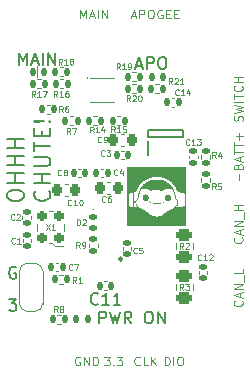
<source format=gto>
G04 #@! TF.GenerationSoftware,KiCad,Pcbnew,7.0.7*
G04 #@! TF.CreationDate,2023-10-16T22:19:58-07:00*
G04 #@! TF.ProjectId,DeploymentBoardV2.0,4465706c-6f79-46d6-956e-74426f617264,rev?*
G04 #@! TF.SameCoordinates,Original*
G04 #@! TF.FileFunction,Legend,Top*
G04 #@! TF.FilePolarity,Positive*
%FSLAX46Y46*%
G04 Gerber Fmt 4.6, Leading zero omitted, Abs format (unit mm)*
G04 Created by KiCad (PCBNEW 7.0.7) date 2023-10-16 22:19:58*
%MOMM*%
%LPD*%
G01*
G04 APERTURE LIST*
G04 Aperture macros list*
%AMRoundRect*
0 Rectangle with rounded corners*
0 $1 Rounding radius*
0 $2 $3 $4 $5 $6 $7 $8 $9 X,Y pos of 4 corners*
0 Add a 4 corners polygon primitive as box body*
4,1,4,$2,$3,$4,$5,$6,$7,$8,$9,$2,$3,0*
0 Add four circle primitives for the rounded corners*
1,1,$1+$1,$2,$3*
1,1,$1+$1,$4,$5*
1,1,$1+$1,$6,$7*
1,1,$1+$1,$8,$9*
0 Add four rect primitives between the rounded corners*
20,1,$1+$1,$2,$3,$4,$5,0*
20,1,$1+$1,$4,$5,$6,$7,0*
20,1,$1+$1,$6,$7,$8,$9,0*
20,1,$1+$1,$8,$9,$2,$3,0*%
%AMFreePoly0*
4,1,19,0.550000,-0.750000,0.000000,-0.750000,0.000000,-0.744911,-0.071157,-0.744911,-0.207708,-0.704816,-0.327430,-0.627875,-0.420627,-0.520320,-0.479746,-0.390866,-0.500000,-0.250000,-0.500000,0.250000,-0.479746,0.390866,-0.420627,0.520320,-0.327430,0.627875,-0.207708,0.704816,-0.071157,0.744911,0.000000,0.744911,0.000000,0.750000,0.550000,0.750000,0.550000,-0.750000,0.550000,-0.750000,
$1*%
%AMFreePoly1*
4,1,19,0.000000,0.744911,0.071157,0.744911,0.207708,0.704816,0.327430,0.627875,0.420627,0.520320,0.479746,0.390866,0.500000,0.250000,0.500000,-0.250000,0.479746,-0.390866,0.420627,-0.520320,0.327430,-0.627875,0.207708,-0.704816,0.071157,-0.744911,0.000000,-0.744911,0.000000,-0.750000,-0.550000,-0.750000,-0.550000,0.750000,0.000000,0.750000,0.000000,0.744911,0.000000,0.744911,
$1*%
G04 Aperture macros list end*
%ADD10C,0.150000*%
%ADD11C,0.100000*%
%ADD12C,0.200000*%
%ADD13C,0.120000*%
%ADD14C,0.250000*%
%ADD15RoundRect,0.250000X-0.450000X0.262500X-0.450000X-0.262500X0.450000X-0.262500X0.450000X0.262500X0*%
%ADD16RoundRect,0.140000X0.140000X0.170000X-0.140000X0.170000X-0.140000X-0.170000X0.140000X-0.170000X0*%
%ADD17RoundRect,0.135000X0.135000X0.185000X-0.135000X0.185000X-0.135000X-0.185000X0.135000X-0.185000X0*%
%ADD18C,3.500000*%
%ADD19RoundRect,0.200000X0.200000X0.250000X-0.200000X0.250000X-0.200000X-0.250000X0.200000X-0.250000X0*%
%ADD20RoundRect,0.140000X0.170000X-0.140000X0.170000X0.140000X-0.170000X0.140000X-0.170000X-0.140000X0*%
%ADD21R,0.750000X0.300000*%
%ADD22R,1.800000X1.650000*%
%ADD23RoundRect,0.140000X-0.170000X0.140000X-0.170000X-0.140000X0.170000X-0.140000X0.170000X0.140000X0*%
%ADD24RoundRect,0.135000X-0.135000X-0.185000X0.135000X-0.185000X0.135000X0.185000X-0.135000X0.185000X0*%
%ADD25RoundRect,0.135000X-0.185000X0.135000X-0.185000X-0.135000X0.185000X-0.135000X0.185000X0.135000X0*%
%ADD26RoundRect,0.135000X0.185000X-0.135000X0.185000X0.135000X-0.185000X0.135000X-0.185000X-0.135000X0*%
%ADD27RoundRect,0.225000X-0.225000X-0.250000X0.225000X-0.250000X0.225000X0.250000X-0.225000X0.250000X0*%
%ADD28RoundRect,0.140000X-0.140000X-0.170000X0.140000X-0.170000X0.140000X0.170000X-0.140000X0.170000X0*%
%ADD29RoundRect,0.147500X0.147500X0.172500X-0.147500X0.172500X-0.147500X-0.172500X0.147500X-0.172500X0*%
%ADD30RoundRect,0.225000X0.225000X0.250000X-0.225000X0.250000X-0.225000X-0.250000X0.225000X-0.250000X0*%
%ADD31RoundRect,0.147500X-0.147500X-0.172500X0.147500X-0.172500X0.147500X0.172500X-0.147500X0.172500X0*%
%ADD32R,0.425000X0.400000*%
%ADD33R,0.900000X0.650000*%
%ADD34FreePoly0,270.000000*%
%ADD35R,1.500000X1.000000*%
%ADD36FreePoly1,270.000000*%
%ADD37RoundRect,0.147500X-0.172500X0.147500X-0.172500X-0.147500X0.172500X-0.147500X0.172500X0.147500X0*%
%ADD38R,0.600000X1.200000*%
%ADD39C,1.700000*%
%ADD40O,1.700000X1.700000*%
%ADD41R,1.700000X1.700000*%
%ADD42C,2.200000*%
G04 APERTURE END LIST*
D10*
X36559160Y-30934104D02*
X37035350Y-30934104D01*
X36463922Y-31219819D02*
X36797255Y-30219819D01*
X36797255Y-30219819D02*
X37130588Y-31219819D01*
X37463922Y-31219819D02*
X37463922Y-30219819D01*
X37463922Y-30219819D02*
X37844874Y-30219819D01*
X37844874Y-30219819D02*
X37940112Y-30267438D01*
X37940112Y-30267438D02*
X37987731Y-30315057D01*
X37987731Y-30315057D02*
X38035350Y-30410295D01*
X38035350Y-30410295D02*
X38035350Y-30553152D01*
X38035350Y-30553152D02*
X37987731Y-30648390D01*
X37987731Y-30648390D02*
X37940112Y-30696009D01*
X37940112Y-30696009D02*
X37844874Y-30743628D01*
X37844874Y-30743628D02*
X37463922Y-30743628D01*
X38654398Y-30219819D02*
X38844874Y-30219819D01*
X38844874Y-30219819D02*
X38940112Y-30267438D01*
X38940112Y-30267438D02*
X39035350Y-30362676D01*
X39035350Y-30362676D02*
X39082969Y-30553152D01*
X39082969Y-30553152D02*
X39082969Y-30886485D01*
X39082969Y-30886485D02*
X39035350Y-31076961D01*
X39035350Y-31076961D02*
X38940112Y-31172200D01*
X38940112Y-31172200D02*
X38844874Y-31219819D01*
X38844874Y-31219819D02*
X38654398Y-31219819D01*
X38654398Y-31219819D02*
X38559160Y-31172200D01*
X38559160Y-31172200D02*
X38463922Y-31076961D01*
X38463922Y-31076961D02*
X38416303Y-30886485D01*
X38416303Y-30886485D02*
X38416303Y-30553152D01*
X38416303Y-30553152D02*
X38463922Y-30362676D01*
X38463922Y-30362676D02*
X38559160Y-30267438D01*
X38559160Y-30267438D02*
X38654398Y-30219819D01*
X33407579Y-52752619D02*
X33407579Y-51752619D01*
X33407579Y-51752619D02*
X33788531Y-51752619D01*
X33788531Y-51752619D02*
X33883769Y-51800238D01*
X33883769Y-51800238D02*
X33931388Y-51847857D01*
X33931388Y-51847857D02*
X33979007Y-51943095D01*
X33979007Y-51943095D02*
X33979007Y-52085952D01*
X33979007Y-52085952D02*
X33931388Y-52181190D01*
X33931388Y-52181190D02*
X33883769Y-52228809D01*
X33883769Y-52228809D02*
X33788531Y-52276428D01*
X33788531Y-52276428D02*
X33407579Y-52276428D01*
X34312341Y-51752619D02*
X34550436Y-52752619D01*
X34550436Y-52752619D02*
X34740912Y-52038333D01*
X34740912Y-52038333D02*
X34931388Y-52752619D01*
X34931388Y-52752619D02*
X35169484Y-51752619D01*
X36121864Y-52752619D02*
X35788531Y-52276428D01*
X35550436Y-52752619D02*
X35550436Y-51752619D01*
X35550436Y-51752619D02*
X35931388Y-51752619D01*
X35931388Y-51752619D02*
X36026626Y-51800238D01*
X36026626Y-51800238D02*
X36074245Y-51847857D01*
X36074245Y-51847857D02*
X36121864Y-51943095D01*
X36121864Y-51943095D02*
X36121864Y-52085952D01*
X36121864Y-52085952D02*
X36074245Y-52181190D01*
X36074245Y-52181190D02*
X36026626Y-52228809D01*
X36026626Y-52228809D02*
X35931388Y-52276428D01*
X35931388Y-52276428D02*
X35550436Y-52276428D01*
X37502817Y-51752619D02*
X37693293Y-51752619D01*
X37693293Y-51752619D02*
X37788531Y-51800238D01*
X37788531Y-51800238D02*
X37883769Y-51895476D01*
X37883769Y-51895476D02*
X37931388Y-52085952D01*
X37931388Y-52085952D02*
X37931388Y-52419285D01*
X37931388Y-52419285D02*
X37883769Y-52609761D01*
X37883769Y-52609761D02*
X37788531Y-52705000D01*
X37788531Y-52705000D02*
X37693293Y-52752619D01*
X37693293Y-52752619D02*
X37502817Y-52752619D01*
X37502817Y-52752619D02*
X37407579Y-52705000D01*
X37407579Y-52705000D02*
X37312341Y-52609761D01*
X37312341Y-52609761D02*
X37264722Y-52419285D01*
X37264722Y-52419285D02*
X37264722Y-52085952D01*
X37264722Y-52085952D02*
X37312341Y-51895476D01*
X37312341Y-51895476D02*
X37407579Y-51800238D01*
X37407579Y-51800238D02*
X37502817Y-51752619D01*
X38359960Y-52752619D02*
X38359960Y-51752619D01*
X38359960Y-51752619D02*
X38931388Y-52752619D01*
X38931388Y-52752619D02*
X38931388Y-51752619D01*
D11*
X36834063Y-56244985D02*
X36798349Y-56280700D01*
X36798349Y-56280700D02*
X36691206Y-56316414D01*
X36691206Y-56316414D02*
X36619778Y-56316414D01*
X36619778Y-56316414D02*
X36512635Y-56280700D01*
X36512635Y-56280700D02*
X36441206Y-56209271D01*
X36441206Y-56209271D02*
X36405492Y-56137842D01*
X36405492Y-56137842D02*
X36369778Y-55994985D01*
X36369778Y-55994985D02*
X36369778Y-55887842D01*
X36369778Y-55887842D02*
X36405492Y-55744985D01*
X36405492Y-55744985D02*
X36441206Y-55673557D01*
X36441206Y-55673557D02*
X36512635Y-55602128D01*
X36512635Y-55602128D02*
X36619778Y-55566414D01*
X36619778Y-55566414D02*
X36691206Y-55566414D01*
X36691206Y-55566414D02*
X36798349Y-55602128D01*
X36798349Y-55602128D02*
X36834063Y-55637842D01*
X37512635Y-56316414D02*
X37155492Y-56316414D01*
X37155492Y-56316414D02*
X37155492Y-55566414D01*
X37762635Y-56316414D02*
X37762635Y-55566414D01*
X38191206Y-56316414D02*
X37869778Y-55887842D01*
X38191206Y-55566414D02*
X37762635Y-55994985D01*
X45511100Y-35605353D02*
X45546814Y-35498211D01*
X45546814Y-35498211D02*
X45546814Y-35319639D01*
X45546814Y-35319639D02*
X45511100Y-35248211D01*
X45511100Y-35248211D02*
X45475385Y-35212496D01*
X45475385Y-35212496D02*
X45403957Y-35176782D01*
X45403957Y-35176782D02*
X45332528Y-35176782D01*
X45332528Y-35176782D02*
X45261100Y-35212496D01*
X45261100Y-35212496D02*
X45225385Y-35248211D01*
X45225385Y-35248211D02*
X45189671Y-35319639D01*
X45189671Y-35319639D02*
X45153957Y-35462496D01*
X45153957Y-35462496D02*
X45118242Y-35533925D01*
X45118242Y-35533925D02*
X45082528Y-35569639D01*
X45082528Y-35569639D02*
X45011100Y-35605353D01*
X45011100Y-35605353D02*
X44939671Y-35605353D01*
X44939671Y-35605353D02*
X44868242Y-35569639D01*
X44868242Y-35569639D02*
X44832528Y-35533925D01*
X44832528Y-35533925D02*
X44796814Y-35462496D01*
X44796814Y-35462496D02*
X44796814Y-35283925D01*
X44796814Y-35283925D02*
X44832528Y-35176782D01*
X44796814Y-34926782D02*
X45546814Y-34748210D01*
X45546814Y-34748210D02*
X45011100Y-34605353D01*
X45011100Y-34605353D02*
X45546814Y-34462496D01*
X45546814Y-34462496D02*
X44796814Y-34283925D01*
X45546814Y-33998210D02*
X44796814Y-33998210D01*
X44796814Y-33748210D02*
X44796814Y-33319639D01*
X45546814Y-33533924D02*
X44796814Y-33533924D01*
X45475385Y-32641067D02*
X45511100Y-32676781D01*
X45511100Y-32676781D02*
X45546814Y-32783924D01*
X45546814Y-32783924D02*
X45546814Y-32855352D01*
X45546814Y-32855352D02*
X45511100Y-32962495D01*
X45511100Y-32962495D02*
X45439671Y-33033924D01*
X45439671Y-33033924D02*
X45368242Y-33069638D01*
X45368242Y-33069638D02*
X45225385Y-33105352D01*
X45225385Y-33105352D02*
X45118242Y-33105352D01*
X45118242Y-33105352D02*
X44975385Y-33069638D01*
X44975385Y-33069638D02*
X44903957Y-33033924D01*
X44903957Y-33033924D02*
X44832528Y-32962495D01*
X44832528Y-32962495D02*
X44796814Y-32855352D01*
X44796814Y-32855352D02*
X44796814Y-32783924D01*
X44796814Y-32783924D02*
X44832528Y-32676781D01*
X44832528Y-32676781D02*
X44868242Y-32641067D01*
X45546814Y-32319638D02*
X44796814Y-32319638D01*
X45153957Y-32319638D02*
X45153957Y-31891067D01*
X45546814Y-31891067D02*
X44796814Y-31891067D01*
X31752217Y-55602128D02*
X31680789Y-55566414D01*
X31680789Y-55566414D02*
X31573646Y-55566414D01*
X31573646Y-55566414D02*
X31466503Y-55602128D01*
X31466503Y-55602128D02*
X31395074Y-55673557D01*
X31395074Y-55673557D02*
X31359360Y-55744985D01*
X31359360Y-55744985D02*
X31323646Y-55887842D01*
X31323646Y-55887842D02*
X31323646Y-55994985D01*
X31323646Y-55994985D02*
X31359360Y-56137842D01*
X31359360Y-56137842D02*
X31395074Y-56209271D01*
X31395074Y-56209271D02*
X31466503Y-56280700D01*
X31466503Y-56280700D02*
X31573646Y-56316414D01*
X31573646Y-56316414D02*
X31645074Y-56316414D01*
X31645074Y-56316414D02*
X31752217Y-56280700D01*
X31752217Y-56280700D02*
X31787931Y-56244985D01*
X31787931Y-56244985D02*
X31787931Y-55994985D01*
X31787931Y-55994985D02*
X31645074Y-55994985D01*
X32109360Y-56316414D02*
X32109360Y-55566414D01*
X32109360Y-55566414D02*
X32537931Y-56316414D01*
X32537931Y-56316414D02*
X32537931Y-55566414D01*
X32895074Y-56316414D02*
X32895074Y-55566414D01*
X32895074Y-55566414D02*
X33073645Y-55566414D01*
X33073645Y-55566414D02*
X33180788Y-55602128D01*
X33180788Y-55602128D02*
X33252217Y-55673557D01*
X33252217Y-55673557D02*
X33287931Y-55744985D01*
X33287931Y-55744985D02*
X33323645Y-55887842D01*
X33323645Y-55887842D02*
X33323645Y-55994985D01*
X33323645Y-55994985D02*
X33287931Y-56137842D01*
X33287931Y-56137842D02*
X33252217Y-56209271D01*
X33252217Y-56209271D02*
X33180788Y-56280700D01*
X33180788Y-56280700D02*
X33073645Y-56316414D01*
X33073645Y-56316414D02*
X32895074Y-56316414D01*
X45475385Y-50838268D02*
X45511100Y-50873982D01*
X45511100Y-50873982D02*
X45546814Y-50981125D01*
X45546814Y-50981125D02*
X45546814Y-51052553D01*
X45546814Y-51052553D02*
X45511100Y-51159696D01*
X45511100Y-51159696D02*
X45439671Y-51231125D01*
X45439671Y-51231125D02*
X45368242Y-51266839D01*
X45368242Y-51266839D02*
X45225385Y-51302553D01*
X45225385Y-51302553D02*
X45118242Y-51302553D01*
X45118242Y-51302553D02*
X44975385Y-51266839D01*
X44975385Y-51266839D02*
X44903957Y-51231125D01*
X44903957Y-51231125D02*
X44832528Y-51159696D01*
X44832528Y-51159696D02*
X44796814Y-51052553D01*
X44796814Y-51052553D02*
X44796814Y-50981125D01*
X44796814Y-50981125D02*
X44832528Y-50873982D01*
X44832528Y-50873982D02*
X44868242Y-50838268D01*
X45332528Y-50552553D02*
X45332528Y-50195411D01*
X45546814Y-50623982D02*
X44796814Y-50373982D01*
X44796814Y-50373982D02*
X45546814Y-50123982D01*
X45546814Y-49873982D02*
X44796814Y-49873982D01*
X44796814Y-49873982D02*
X45546814Y-49445411D01*
X45546814Y-49445411D02*
X44796814Y-49445411D01*
X45618242Y-49266840D02*
X45618242Y-48695411D01*
X45546814Y-48159696D02*
X45546814Y-48516839D01*
X45546814Y-48516839D02*
X44796814Y-48516839D01*
X33810997Y-55566414D02*
X34275283Y-55566414D01*
X34275283Y-55566414D02*
X34025283Y-55852128D01*
X34025283Y-55852128D02*
X34132426Y-55852128D01*
X34132426Y-55852128D02*
X34203855Y-55887842D01*
X34203855Y-55887842D02*
X34239569Y-55923557D01*
X34239569Y-55923557D02*
X34275283Y-55994985D01*
X34275283Y-55994985D02*
X34275283Y-56173557D01*
X34275283Y-56173557D02*
X34239569Y-56244985D01*
X34239569Y-56244985D02*
X34203855Y-56280700D01*
X34203855Y-56280700D02*
X34132426Y-56316414D01*
X34132426Y-56316414D02*
X33918140Y-56316414D01*
X33918140Y-56316414D02*
X33846712Y-56280700D01*
X33846712Y-56280700D02*
X33810997Y-56244985D01*
X34596712Y-56244985D02*
X34632426Y-56280700D01*
X34632426Y-56280700D02*
X34596712Y-56316414D01*
X34596712Y-56316414D02*
X34560998Y-56280700D01*
X34560998Y-56280700D02*
X34596712Y-56244985D01*
X34596712Y-56244985D02*
X34596712Y-56316414D01*
X34882426Y-55566414D02*
X35346712Y-55566414D01*
X35346712Y-55566414D02*
X35096712Y-55852128D01*
X35096712Y-55852128D02*
X35203855Y-55852128D01*
X35203855Y-55852128D02*
X35275284Y-55887842D01*
X35275284Y-55887842D02*
X35310998Y-55923557D01*
X35310998Y-55923557D02*
X35346712Y-55994985D01*
X35346712Y-55994985D02*
X35346712Y-56173557D01*
X35346712Y-56173557D02*
X35310998Y-56244985D01*
X35310998Y-56244985D02*
X35275284Y-56280700D01*
X35275284Y-56280700D02*
X35203855Y-56316414D01*
X35203855Y-56316414D02*
X34989569Y-56316414D01*
X34989569Y-56316414D02*
X34918141Y-56280700D01*
X34918141Y-56280700D02*
X34882426Y-56244985D01*
D12*
X25602866Y-42042022D02*
X25602866Y-41775355D01*
X25602866Y-41775355D02*
X25669533Y-41642022D01*
X25669533Y-41642022D02*
X25802866Y-41508688D01*
X25802866Y-41508688D02*
X26069533Y-41442022D01*
X26069533Y-41442022D02*
X26536200Y-41442022D01*
X26536200Y-41442022D02*
X26802866Y-41508688D01*
X26802866Y-41508688D02*
X26936200Y-41642022D01*
X26936200Y-41642022D02*
X27002866Y-41775355D01*
X27002866Y-41775355D02*
X27002866Y-42042022D01*
X27002866Y-42042022D02*
X26936200Y-42175355D01*
X26936200Y-42175355D02*
X26802866Y-42308688D01*
X26802866Y-42308688D02*
X26536200Y-42375355D01*
X26536200Y-42375355D02*
X26069533Y-42375355D01*
X26069533Y-42375355D02*
X25802866Y-42308688D01*
X25802866Y-42308688D02*
X25669533Y-42175355D01*
X25669533Y-42175355D02*
X25602866Y-42042022D01*
X27002866Y-40842021D02*
X25602866Y-40842021D01*
X26269533Y-40842021D02*
X26269533Y-40042021D01*
X27002866Y-40042021D02*
X25602866Y-40042021D01*
X27002866Y-39375354D02*
X25602866Y-39375354D01*
X26269533Y-39375354D02*
X26269533Y-38575354D01*
X27002866Y-38575354D02*
X25602866Y-38575354D01*
X27002866Y-37908687D02*
X25602866Y-37908687D01*
X26269533Y-37908687D02*
X26269533Y-37108687D01*
X27002866Y-37108687D02*
X25602866Y-37108687D01*
X29123533Y-41508688D02*
X29190200Y-41575355D01*
X29190200Y-41575355D02*
X29256866Y-41775355D01*
X29256866Y-41775355D02*
X29256866Y-41908688D01*
X29256866Y-41908688D02*
X29190200Y-42108688D01*
X29190200Y-42108688D02*
X29056866Y-42242022D01*
X29056866Y-42242022D02*
X28923533Y-42308688D01*
X28923533Y-42308688D02*
X28656866Y-42375355D01*
X28656866Y-42375355D02*
X28456866Y-42375355D01*
X28456866Y-42375355D02*
X28190200Y-42308688D01*
X28190200Y-42308688D02*
X28056866Y-42242022D01*
X28056866Y-42242022D02*
X27923533Y-42108688D01*
X27923533Y-42108688D02*
X27856866Y-41908688D01*
X27856866Y-41908688D02*
X27856866Y-41775355D01*
X27856866Y-41775355D02*
X27923533Y-41575355D01*
X27923533Y-41575355D02*
X27990200Y-41508688D01*
X29256866Y-40908688D02*
X27856866Y-40908688D01*
X28523533Y-40908688D02*
X28523533Y-40108688D01*
X29256866Y-40108688D02*
X27856866Y-40108688D01*
X27856866Y-39442021D02*
X28990200Y-39442021D01*
X28990200Y-39442021D02*
X29123533Y-39375355D01*
X29123533Y-39375355D02*
X29190200Y-39308688D01*
X29190200Y-39308688D02*
X29256866Y-39175355D01*
X29256866Y-39175355D02*
X29256866Y-38908688D01*
X29256866Y-38908688D02*
X29190200Y-38775355D01*
X29190200Y-38775355D02*
X29123533Y-38708688D01*
X29123533Y-38708688D02*
X28990200Y-38642021D01*
X28990200Y-38642021D02*
X27856866Y-38642021D01*
X27856866Y-38175354D02*
X27856866Y-37375354D01*
X29256866Y-37775354D02*
X27856866Y-37775354D01*
X28523533Y-36908687D02*
X28523533Y-36442021D01*
X29256866Y-36242021D02*
X29256866Y-36908687D01*
X29256866Y-36908687D02*
X27856866Y-36908687D01*
X27856866Y-36908687D02*
X27856866Y-36242021D01*
X29123533Y-35642020D02*
X29190200Y-35575354D01*
X29190200Y-35575354D02*
X29256866Y-35642020D01*
X29256866Y-35642020D02*
X29190200Y-35708687D01*
X29190200Y-35708687D02*
X29123533Y-35642020D01*
X29123533Y-35642020D02*
X29256866Y-35642020D01*
X28723533Y-35642020D02*
X27923533Y-35708687D01*
X27923533Y-35708687D02*
X27856866Y-35642020D01*
X27856866Y-35642020D02*
X27923533Y-35575354D01*
X27923533Y-35575354D02*
X28723533Y-35642020D01*
X28723533Y-35642020D02*
X27856866Y-35642020D01*
D11*
X45475385Y-45478868D02*
X45511100Y-45514582D01*
X45511100Y-45514582D02*
X45546814Y-45621725D01*
X45546814Y-45621725D02*
X45546814Y-45693153D01*
X45546814Y-45693153D02*
X45511100Y-45800296D01*
X45511100Y-45800296D02*
X45439671Y-45871725D01*
X45439671Y-45871725D02*
X45368242Y-45907439D01*
X45368242Y-45907439D02*
X45225385Y-45943153D01*
X45225385Y-45943153D02*
X45118242Y-45943153D01*
X45118242Y-45943153D02*
X44975385Y-45907439D01*
X44975385Y-45907439D02*
X44903957Y-45871725D01*
X44903957Y-45871725D02*
X44832528Y-45800296D01*
X44832528Y-45800296D02*
X44796814Y-45693153D01*
X44796814Y-45693153D02*
X44796814Y-45621725D01*
X44796814Y-45621725D02*
X44832528Y-45514582D01*
X44832528Y-45514582D02*
X44868242Y-45478868D01*
X45332528Y-45193153D02*
X45332528Y-44836011D01*
X45546814Y-45264582D02*
X44796814Y-45014582D01*
X44796814Y-45014582D02*
X45546814Y-44764582D01*
X45546814Y-44514582D02*
X44796814Y-44514582D01*
X44796814Y-44514582D02*
X45546814Y-44086011D01*
X45546814Y-44086011D02*
X44796814Y-44086011D01*
X45618242Y-43907440D02*
X45618242Y-43336011D01*
X45546814Y-43157439D02*
X44796814Y-43157439D01*
X45153957Y-43157439D02*
X45153957Y-42728868D01*
X45546814Y-42728868D02*
X44796814Y-42728868D01*
X38928560Y-56316414D02*
X38928560Y-55566414D01*
X38928560Y-55566414D02*
X39107131Y-55566414D01*
X39107131Y-55566414D02*
X39214274Y-55602128D01*
X39214274Y-55602128D02*
X39285703Y-55673557D01*
X39285703Y-55673557D02*
X39321417Y-55744985D01*
X39321417Y-55744985D02*
X39357131Y-55887842D01*
X39357131Y-55887842D02*
X39357131Y-55994985D01*
X39357131Y-55994985D02*
X39321417Y-56137842D01*
X39321417Y-56137842D02*
X39285703Y-56209271D01*
X39285703Y-56209271D02*
X39214274Y-56280700D01*
X39214274Y-56280700D02*
X39107131Y-56316414D01*
X39107131Y-56316414D02*
X38928560Y-56316414D01*
X39678560Y-56316414D02*
X39678560Y-55566414D01*
X40178560Y-55566414D02*
X40321417Y-55566414D01*
X40321417Y-55566414D02*
X40392846Y-55602128D01*
X40392846Y-55602128D02*
X40464274Y-55673557D01*
X40464274Y-55673557D02*
X40499989Y-55816414D01*
X40499989Y-55816414D02*
X40499989Y-56066414D01*
X40499989Y-56066414D02*
X40464274Y-56209271D01*
X40464274Y-56209271D02*
X40392846Y-56280700D01*
X40392846Y-56280700D02*
X40321417Y-56316414D01*
X40321417Y-56316414D02*
X40178560Y-56316414D01*
X40178560Y-56316414D02*
X40107132Y-56280700D01*
X40107132Y-56280700D02*
X40035703Y-56209271D01*
X40035703Y-56209271D02*
X39999989Y-56066414D01*
X39999989Y-56066414D02*
X39999989Y-55816414D01*
X39999989Y-55816414D02*
X40035703Y-55673557D01*
X40035703Y-55673557D02*
X40107132Y-55602128D01*
X40107132Y-55602128D02*
X40178560Y-55566414D01*
X45261100Y-40649639D02*
X45261100Y-40078211D01*
X45153957Y-39471068D02*
X45189671Y-39363925D01*
X45189671Y-39363925D02*
X45225385Y-39328211D01*
X45225385Y-39328211D02*
X45296814Y-39292497D01*
X45296814Y-39292497D02*
X45403957Y-39292497D01*
X45403957Y-39292497D02*
X45475385Y-39328211D01*
X45475385Y-39328211D02*
X45511100Y-39363925D01*
X45511100Y-39363925D02*
X45546814Y-39435354D01*
X45546814Y-39435354D02*
X45546814Y-39721068D01*
X45546814Y-39721068D02*
X44796814Y-39721068D01*
X44796814Y-39721068D02*
X44796814Y-39471068D01*
X44796814Y-39471068D02*
X44832528Y-39399640D01*
X44832528Y-39399640D02*
X44868242Y-39363925D01*
X44868242Y-39363925D02*
X44939671Y-39328211D01*
X44939671Y-39328211D02*
X45011100Y-39328211D01*
X45011100Y-39328211D02*
X45082528Y-39363925D01*
X45082528Y-39363925D02*
X45118242Y-39399640D01*
X45118242Y-39399640D02*
X45153957Y-39471068D01*
X45153957Y-39471068D02*
X45153957Y-39721068D01*
X45332528Y-39006782D02*
X45332528Y-38649640D01*
X45546814Y-39078211D02*
X44796814Y-38828211D01*
X44796814Y-38828211D02*
X45546814Y-38578211D01*
X44796814Y-38435354D02*
X44796814Y-38006783D01*
X45546814Y-38221068D02*
X44796814Y-38221068D01*
X44796814Y-37863925D02*
X44796814Y-37435354D01*
X45546814Y-37649639D02*
X44796814Y-37649639D01*
X45261100Y-37185353D02*
X45261100Y-36613925D01*
X45546814Y-36899639D02*
X44975385Y-36899639D01*
X36124246Y-26714328D02*
X36481389Y-26714328D01*
X36052817Y-26928614D02*
X36302817Y-26178614D01*
X36302817Y-26178614D02*
X36552817Y-26928614D01*
X36802817Y-26928614D02*
X36802817Y-26178614D01*
X36802817Y-26178614D02*
X37088531Y-26178614D01*
X37088531Y-26178614D02*
X37159960Y-26214328D01*
X37159960Y-26214328D02*
X37195674Y-26250042D01*
X37195674Y-26250042D02*
X37231388Y-26321471D01*
X37231388Y-26321471D02*
X37231388Y-26428614D01*
X37231388Y-26428614D02*
X37195674Y-26500042D01*
X37195674Y-26500042D02*
X37159960Y-26535757D01*
X37159960Y-26535757D02*
X37088531Y-26571471D01*
X37088531Y-26571471D02*
X36802817Y-26571471D01*
X37695674Y-26178614D02*
X37838531Y-26178614D01*
X37838531Y-26178614D02*
X37909960Y-26214328D01*
X37909960Y-26214328D02*
X37981388Y-26285757D01*
X37981388Y-26285757D02*
X38017103Y-26428614D01*
X38017103Y-26428614D02*
X38017103Y-26678614D01*
X38017103Y-26678614D02*
X37981388Y-26821471D01*
X37981388Y-26821471D02*
X37909960Y-26892900D01*
X37909960Y-26892900D02*
X37838531Y-26928614D01*
X37838531Y-26928614D02*
X37695674Y-26928614D01*
X37695674Y-26928614D02*
X37624246Y-26892900D01*
X37624246Y-26892900D02*
X37552817Y-26821471D01*
X37552817Y-26821471D02*
X37517103Y-26678614D01*
X37517103Y-26678614D02*
X37517103Y-26428614D01*
X37517103Y-26428614D02*
X37552817Y-26285757D01*
X37552817Y-26285757D02*
X37624246Y-26214328D01*
X37624246Y-26214328D02*
X37695674Y-26178614D01*
X38731388Y-26214328D02*
X38659960Y-26178614D01*
X38659960Y-26178614D02*
X38552817Y-26178614D01*
X38552817Y-26178614D02*
X38445674Y-26214328D01*
X38445674Y-26214328D02*
X38374245Y-26285757D01*
X38374245Y-26285757D02*
X38338531Y-26357185D01*
X38338531Y-26357185D02*
X38302817Y-26500042D01*
X38302817Y-26500042D02*
X38302817Y-26607185D01*
X38302817Y-26607185D02*
X38338531Y-26750042D01*
X38338531Y-26750042D02*
X38374245Y-26821471D01*
X38374245Y-26821471D02*
X38445674Y-26892900D01*
X38445674Y-26892900D02*
X38552817Y-26928614D01*
X38552817Y-26928614D02*
X38624245Y-26928614D01*
X38624245Y-26928614D02*
X38731388Y-26892900D01*
X38731388Y-26892900D02*
X38767102Y-26857185D01*
X38767102Y-26857185D02*
X38767102Y-26607185D01*
X38767102Y-26607185D02*
X38624245Y-26607185D01*
X39088531Y-26535757D02*
X39338531Y-26535757D01*
X39445674Y-26928614D02*
X39088531Y-26928614D01*
X39088531Y-26928614D02*
X39088531Y-26178614D01*
X39088531Y-26178614D02*
X39445674Y-26178614D01*
X39767102Y-26535757D02*
X40017102Y-26535757D01*
X40124245Y-26928614D02*
X39767102Y-26928614D01*
X39767102Y-26928614D02*
X39767102Y-26178614D01*
X39767102Y-26178614D02*
X40124245Y-26178614D01*
X31791160Y-26928614D02*
X31791160Y-26178614D01*
X31791160Y-26178614D02*
X32041160Y-26714328D01*
X32041160Y-26714328D02*
X32291160Y-26178614D01*
X32291160Y-26178614D02*
X32291160Y-26928614D01*
X32612589Y-26714328D02*
X32969732Y-26714328D01*
X32541160Y-26928614D02*
X32791160Y-26178614D01*
X32791160Y-26178614D02*
X33041160Y-26928614D01*
X33291160Y-26928614D02*
X33291160Y-26178614D01*
X33648303Y-26928614D02*
X33648303Y-26178614D01*
X33648303Y-26178614D02*
X34076874Y-26928614D01*
X34076874Y-26928614D02*
X34076874Y-26178614D01*
D10*
X26616779Y-30859819D02*
X26616779Y-29859819D01*
X26616779Y-29859819D02*
X26950112Y-30574104D01*
X26950112Y-30574104D02*
X27283445Y-29859819D01*
X27283445Y-29859819D02*
X27283445Y-30859819D01*
X27712017Y-30574104D02*
X28188207Y-30574104D01*
X27616779Y-30859819D02*
X27950112Y-29859819D01*
X27950112Y-29859819D02*
X28283445Y-30859819D01*
X28616779Y-30859819D02*
X28616779Y-29859819D01*
X29092969Y-30859819D02*
X29092969Y-29859819D01*
X29092969Y-29859819D02*
X29664397Y-30859819D01*
X29664397Y-30859819D02*
X29664397Y-29859819D01*
D11*
X40521266Y-46426009D02*
X40354600Y-46187914D01*
X40235552Y-46426009D02*
X40235552Y-45926009D01*
X40235552Y-45926009D02*
X40426028Y-45926009D01*
X40426028Y-45926009D02*
X40473647Y-45949819D01*
X40473647Y-45949819D02*
X40497457Y-45973628D01*
X40497457Y-45973628D02*
X40521266Y-46021247D01*
X40521266Y-46021247D02*
X40521266Y-46092676D01*
X40521266Y-46092676D02*
X40497457Y-46140295D01*
X40497457Y-46140295D02*
X40473647Y-46164104D01*
X40473647Y-46164104D02*
X40426028Y-46187914D01*
X40426028Y-46187914D02*
X40235552Y-46187914D01*
X40711743Y-45973628D02*
X40735552Y-45949819D01*
X40735552Y-45949819D02*
X40783171Y-45926009D01*
X40783171Y-45926009D02*
X40902219Y-45926009D01*
X40902219Y-45926009D02*
X40949838Y-45949819D01*
X40949838Y-45949819D02*
X40973647Y-45973628D01*
X40973647Y-45973628D02*
X40997457Y-46021247D01*
X40997457Y-46021247D02*
X40997457Y-46068866D01*
X40997457Y-46068866D02*
X40973647Y-46140295D01*
X40973647Y-46140295D02*
X40687933Y-46426009D01*
X40687933Y-46426009D02*
X40997457Y-46426009D01*
X33851066Y-38532490D02*
X33827257Y-38556300D01*
X33827257Y-38556300D02*
X33755828Y-38580109D01*
X33755828Y-38580109D02*
X33708209Y-38580109D01*
X33708209Y-38580109D02*
X33636781Y-38556300D01*
X33636781Y-38556300D02*
X33589162Y-38508680D01*
X33589162Y-38508680D02*
X33565352Y-38461061D01*
X33565352Y-38461061D02*
X33541543Y-38365823D01*
X33541543Y-38365823D02*
X33541543Y-38294395D01*
X33541543Y-38294395D02*
X33565352Y-38199157D01*
X33565352Y-38199157D02*
X33589162Y-38151538D01*
X33589162Y-38151538D02*
X33636781Y-38103919D01*
X33636781Y-38103919D02*
X33708209Y-38080109D01*
X33708209Y-38080109D02*
X33755828Y-38080109D01*
X33755828Y-38080109D02*
X33827257Y-38103919D01*
X33827257Y-38103919D02*
X33851066Y-38127728D01*
X34017733Y-38080109D02*
X34327257Y-38080109D01*
X34327257Y-38080109D02*
X34160590Y-38270585D01*
X34160590Y-38270585D02*
X34232019Y-38270585D01*
X34232019Y-38270585D02*
X34279638Y-38294395D01*
X34279638Y-38294395D02*
X34303447Y-38318204D01*
X34303447Y-38318204D02*
X34327257Y-38365823D01*
X34327257Y-38365823D02*
X34327257Y-38484871D01*
X34327257Y-38484871D02*
X34303447Y-38532490D01*
X34303447Y-38532490D02*
X34279638Y-38556300D01*
X34279638Y-38556300D02*
X34232019Y-38580109D01*
X34232019Y-38580109D02*
X34089162Y-38580109D01*
X34089162Y-38580109D02*
X34041543Y-38556300D01*
X34041543Y-38556300D02*
X34017733Y-38532490D01*
X32918571Y-36586109D02*
X32751905Y-36348014D01*
X32632857Y-36586109D02*
X32632857Y-36086109D01*
X32632857Y-36086109D02*
X32823333Y-36086109D01*
X32823333Y-36086109D02*
X32870952Y-36109919D01*
X32870952Y-36109919D02*
X32894762Y-36133728D01*
X32894762Y-36133728D02*
X32918571Y-36181347D01*
X32918571Y-36181347D02*
X32918571Y-36252776D01*
X32918571Y-36252776D02*
X32894762Y-36300395D01*
X32894762Y-36300395D02*
X32870952Y-36324204D01*
X32870952Y-36324204D02*
X32823333Y-36348014D01*
X32823333Y-36348014D02*
X32632857Y-36348014D01*
X33394762Y-36586109D02*
X33109048Y-36586109D01*
X33251905Y-36586109D02*
X33251905Y-36086109D01*
X33251905Y-36086109D02*
X33204286Y-36157538D01*
X33204286Y-36157538D02*
X33156667Y-36205157D01*
X33156667Y-36205157D02*
X33109048Y-36228966D01*
X33823333Y-36252776D02*
X33823333Y-36586109D01*
X33704285Y-36062300D02*
X33585238Y-36419442D01*
X33585238Y-36419442D02*
X33894761Y-36419442D01*
X27978572Y-33566109D02*
X27811906Y-33328014D01*
X27692858Y-33566109D02*
X27692858Y-33066109D01*
X27692858Y-33066109D02*
X27883334Y-33066109D01*
X27883334Y-33066109D02*
X27930953Y-33089919D01*
X27930953Y-33089919D02*
X27954763Y-33113728D01*
X27954763Y-33113728D02*
X27978572Y-33161347D01*
X27978572Y-33161347D02*
X27978572Y-33232776D01*
X27978572Y-33232776D02*
X27954763Y-33280395D01*
X27954763Y-33280395D02*
X27930953Y-33304204D01*
X27930953Y-33304204D02*
X27883334Y-33328014D01*
X27883334Y-33328014D02*
X27692858Y-33328014D01*
X28454763Y-33566109D02*
X28169049Y-33566109D01*
X28311906Y-33566109D02*
X28311906Y-33066109D01*
X28311906Y-33066109D02*
X28264287Y-33137538D01*
X28264287Y-33137538D02*
X28216668Y-33185157D01*
X28216668Y-33185157D02*
X28169049Y-33208966D01*
X28621429Y-33066109D02*
X28954762Y-33066109D01*
X28954762Y-33066109D02*
X28740477Y-33566109D01*
X28865238Y-44376109D02*
X29198571Y-44876109D01*
X29198571Y-44376109D02*
X28865238Y-44876109D01*
X29650952Y-44876109D02*
X29365238Y-44876109D01*
X29508095Y-44876109D02*
X29508095Y-44376109D01*
X29508095Y-44376109D02*
X29460476Y-44447538D01*
X29460476Y-44447538D02*
X29412857Y-44495157D01*
X29412857Y-44495157D02*
X29365238Y-44518966D01*
X30268572Y-30836109D02*
X30101906Y-30598014D01*
X29982858Y-30836109D02*
X29982858Y-30336109D01*
X29982858Y-30336109D02*
X30173334Y-30336109D01*
X30173334Y-30336109D02*
X30220953Y-30359919D01*
X30220953Y-30359919D02*
X30244763Y-30383728D01*
X30244763Y-30383728D02*
X30268572Y-30431347D01*
X30268572Y-30431347D02*
X30268572Y-30502776D01*
X30268572Y-30502776D02*
X30244763Y-30550395D01*
X30244763Y-30550395D02*
X30220953Y-30574204D01*
X30220953Y-30574204D02*
X30173334Y-30598014D01*
X30173334Y-30598014D02*
X29982858Y-30598014D01*
X30744763Y-30836109D02*
X30459049Y-30836109D01*
X30601906Y-30836109D02*
X30601906Y-30336109D01*
X30601906Y-30336109D02*
X30554287Y-30407538D01*
X30554287Y-30407538D02*
X30506668Y-30455157D01*
X30506668Y-30455157D02*
X30459049Y-30478966D01*
X31030477Y-30550395D02*
X30982858Y-30526585D01*
X30982858Y-30526585D02*
X30959048Y-30502776D01*
X30959048Y-30502776D02*
X30935239Y-30455157D01*
X30935239Y-30455157D02*
X30935239Y-30431347D01*
X30935239Y-30431347D02*
X30959048Y-30383728D01*
X30959048Y-30383728D02*
X30982858Y-30359919D01*
X30982858Y-30359919D02*
X31030477Y-30336109D01*
X31030477Y-30336109D02*
X31125715Y-30336109D01*
X31125715Y-30336109D02*
X31173334Y-30359919D01*
X31173334Y-30359919D02*
X31197143Y-30383728D01*
X31197143Y-30383728D02*
X31220953Y-30431347D01*
X31220953Y-30431347D02*
X31220953Y-30455157D01*
X31220953Y-30455157D02*
X31197143Y-30502776D01*
X31197143Y-30502776D02*
X31173334Y-30526585D01*
X31173334Y-30526585D02*
X31125715Y-30550395D01*
X31125715Y-30550395D02*
X31030477Y-30550395D01*
X31030477Y-30550395D02*
X30982858Y-30574204D01*
X30982858Y-30574204D02*
X30959048Y-30598014D01*
X30959048Y-30598014D02*
X30935239Y-30645633D01*
X30935239Y-30645633D02*
X30935239Y-30740871D01*
X30935239Y-30740871D02*
X30959048Y-30788490D01*
X30959048Y-30788490D02*
X30982858Y-30812300D01*
X30982858Y-30812300D02*
X31030477Y-30836109D01*
X31030477Y-30836109D02*
X31125715Y-30836109D01*
X31125715Y-30836109D02*
X31173334Y-30812300D01*
X31173334Y-30812300D02*
X31197143Y-30788490D01*
X31197143Y-30788490D02*
X31220953Y-30740871D01*
X31220953Y-30740871D02*
X31220953Y-30645633D01*
X31220953Y-30645633D02*
X31197143Y-30598014D01*
X31197143Y-30598014D02*
X31173334Y-30574204D01*
X31173334Y-30574204D02*
X31125715Y-30550395D01*
X36594266Y-46787490D02*
X36570457Y-46811300D01*
X36570457Y-46811300D02*
X36499028Y-46835109D01*
X36499028Y-46835109D02*
X36451409Y-46835109D01*
X36451409Y-46835109D02*
X36379981Y-46811300D01*
X36379981Y-46811300D02*
X36332362Y-46763680D01*
X36332362Y-46763680D02*
X36308552Y-46716061D01*
X36308552Y-46716061D02*
X36284743Y-46620823D01*
X36284743Y-46620823D02*
X36284743Y-46549395D01*
X36284743Y-46549395D02*
X36308552Y-46454157D01*
X36308552Y-46454157D02*
X36332362Y-46406538D01*
X36332362Y-46406538D02*
X36379981Y-46358919D01*
X36379981Y-46358919D02*
X36451409Y-46335109D01*
X36451409Y-46335109D02*
X36499028Y-46335109D01*
X36499028Y-46335109D02*
X36570457Y-46358919D01*
X36570457Y-46358919D02*
X36594266Y-46382728D01*
X37046647Y-46335109D02*
X36808552Y-46335109D01*
X36808552Y-46335109D02*
X36784743Y-46573204D01*
X36784743Y-46573204D02*
X36808552Y-46549395D01*
X36808552Y-46549395D02*
X36856171Y-46525585D01*
X36856171Y-46525585D02*
X36975219Y-46525585D01*
X36975219Y-46525585D02*
X37022838Y-46549395D01*
X37022838Y-46549395D02*
X37046647Y-46573204D01*
X37046647Y-46573204D02*
X37070457Y-46620823D01*
X37070457Y-46620823D02*
X37070457Y-46739871D01*
X37070457Y-46739871D02*
X37046647Y-46787490D01*
X37046647Y-46787490D02*
X37022838Y-46811300D01*
X37022838Y-46811300D02*
X36975219Y-46835109D01*
X36975219Y-46835109D02*
X36856171Y-46835109D01*
X36856171Y-46835109D02*
X36808552Y-46811300D01*
X36808552Y-46811300D02*
X36784743Y-46787490D01*
X26266666Y-45950990D02*
X26242857Y-45974800D01*
X26242857Y-45974800D02*
X26171428Y-45998609D01*
X26171428Y-45998609D02*
X26123809Y-45998609D01*
X26123809Y-45998609D02*
X26052381Y-45974800D01*
X26052381Y-45974800D02*
X26004762Y-45927180D01*
X26004762Y-45927180D02*
X25980952Y-45879561D01*
X25980952Y-45879561D02*
X25957143Y-45784323D01*
X25957143Y-45784323D02*
X25957143Y-45712895D01*
X25957143Y-45712895D02*
X25980952Y-45617657D01*
X25980952Y-45617657D02*
X26004762Y-45570038D01*
X26004762Y-45570038D02*
X26052381Y-45522419D01*
X26052381Y-45522419D02*
X26123809Y-45498609D01*
X26123809Y-45498609D02*
X26171428Y-45498609D01*
X26171428Y-45498609D02*
X26242857Y-45522419D01*
X26242857Y-45522419D02*
X26266666Y-45546228D01*
X26742857Y-45998609D02*
X26457143Y-45998609D01*
X26600000Y-45998609D02*
X26600000Y-45498609D01*
X26600000Y-45498609D02*
X26552381Y-45570038D01*
X26552381Y-45570038D02*
X26504762Y-45617657D01*
X26504762Y-45617657D02*
X26457143Y-45641466D01*
X31456666Y-49318609D02*
X31290000Y-49080514D01*
X31170952Y-49318609D02*
X31170952Y-48818609D01*
X31170952Y-48818609D02*
X31361428Y-48818609D01*
X31361428Y-48818609D02*
X31409047Y-48842419D01*
X31409047Y-48842419D02*
X31432857Y-48866228D01*
X31432857Y-48866228D02*
X31456666Y-48913847D01*
X31456666Y-48913847D02*
X31456666Y-48985276D01*
X31456666Y-48985276D02*
X31432857Y-49032895D01*
X31432857Y-49032895D02*
X31409047Y-49056704D01*
X31409047Y-49056704D02*
X31361428Y-49080514D01*
X31361428Y-49080514D02*
X31170952Y-49080514D01*
X31932857Y-49318609D02*
X31647143Y-49318609D01*
X31790000Y-49318609D02*
X31790000Y-48818609D01*
X31790000Y-48818609D02*
X31742381Y-48890038D01*
X31742381Y-48890038D02*
X31694762Y-48937657D01*
X31694762Y-48937657D02*
X31647143Y-48961466D01*
X30966666Y-36686109D02*
X30800000Y-36448014D01*
X30680952Y-36686109D02*
X30680952Y-36186109D01*
X30680952Y-36186109D02*
X30871428Y-36186109D01*
X30871428Y-36186109D02*
X30919047Y-36209919D01*
X30919047Y-36209919D02*
X30942857Y-36233728D01*
X30942857Y-36233728D02*
X30966666Y-36281347D01*
X30966666Y-36281347D02*
X30966666Y-36352776D01*
X30966666Y-36352776D02*
X30942857Y-36400395D01*
X30942857Y-36400395D02*
X30919047Y-36424204D01*
X30919047Y-36424204D02*
X30871428Y-36448014D01*
X30871428Y-36448014D02*
X30680952Y-36448014D01*
X31133333Y-36186109D02*
X31466666Y-36186109D01*
X31466666Y-36186109D02*
X31252381Y-36686109D01*
X43274466Y-41399509D02*
X43107800Y-41161414D01*
X42988752Y-41399509D02*
X42988752Y-40899509D01*
X42988752Y-40899509D02*
X43179228Y-40899509D01*
X43179228Y-40899509D02*
X43226847Y-40923319D01*
X43226847Y-40923319D02*
X43250657Y-40947128D01*
X43250657Y-40947128D02*
X43274466Y-40994747D01*
X43274466Y-40994747D02*
X43274466Y-41066176D01*
X43274466Y-41066176D02*
X43250657Y-41113795D01*
X43250657Y-41113795D02*
X43226847Y-41137604D01*
X43226847Y-41137604D02*
X43179228Y-41161414D01*
X43179228Y-41161414D02*
X42988752Y-41161414D01*
X43726847Y-40899509D02*
X43488752Y-40899509D01*
X43488752Y-40899509D02*
X43464943Y-41137604D01*
X43464943Y-41137604D02*
X43488752Y-41113795D01*
X43488752Y-41113795D02*
X43536371Y-41089985D01*
X43536371Y-41089985D02*
X43655419Y-41089985D01*
X43655419Y-41089985D02*
X43703038Y-41113795D01*
X43703038Y-41113795D02*
X43726847Y-41137604D01*
X43726847Y-41137604D02*
X43750657Y-41185223D01*
X43750657Y-41185223D02*
X43750657Y-41304271D01*
X43750657Y-41304271D02*
X43726847Y-41351890D01*
X43726847Y-41351890D02*
X43703038Y-41375700D01*
X43703038Y-41375700D02*
X43655419Y-41399509D01*
X43655419Y-41399509D02*
X43536371Y-41399509D01*
X43536371Y-41399509D02*
X43488752Y-41375700D01*
X43488752Y-41375700D02*
X43464943Y-41351890D01*
X34718571Y-36573509D02*
X34551905Y-36335414D01*
X34432857Y-36573509D02*
X34432857Y-36073509D01*
X34432857Y-36073509D02*
X34623333Y-36073509D01*
X34623333Y-36073509D02*
X34670952Y-36097319D01*
X34670952Y-36097319D02*
X34694762Y-36121128D01*
X34694762Y-36121128D02*
X34718571Y-36168747D01*
X34718571Y-36168747D02*
X34718571Y-36240176D01*
X34718571Y-36240176D02*
X34694762Y-36287795D01*
X34694762Y-36287795D02*
X34670952Y-36311604D01*
X34670952Y-36311604D02*
X34623333Y-36335414D01*
X34623333Y-36335414D02*
X34432857Y-36335414D01*
X35194762Y-36573509D02*
X34909048Y-36573509D01*
X35051905Y-36573509D02*
X35051905Y-36073509D01*
X35051905Y-36073509D02*
X35004286Y-36144938D01*
X35004286Y-36144938D02*
X34956667Y-36192557D01*
X34956667Y-36192557D02*
X34909048Y-36216366D01*
X35647142Y-36073509D02*
X35409047Y-36073509D01*
X35409047Y-36073509D02*
X35385238Y-36311604D01*
X35385238Y-36311604D02*
X35409047Y-36287795D01*
X35409047Y-36287795D02*
X35456666Y-36263985D01*
X35456666Y-36263985D02*
X35575714Y-36263985D01*
X35575714Y-36263985D02*
X35623333Y-36287795D01*
X35623333Y-36287795D02*
X35647142Y-36311604D01*
X35647142Y-36311604D02*
X35670952Y-36359223D01*
X35670952Y-36359223D02*
X35670952Y-36478271D01*
X35670952Y-36478271D02*
X35647142Y-36525890D01*
X35647142Y-36525890D02*
X35623333Y-36549700D01*
X35623333Y-36549700D02*
X35575714Y-36573509D01*
X35575714Y-36573509D02*
X35456666Y-36573509D01*
X35456666Y-36573509D02*
X35409047Y-36549700D01*
X35409047Y-36549700D02*
X35385238Y-36525890D01*
X35148571Y-31246109D02*
X34981905Y-31008014D01*
X34862857Y-31246109D02*
X34862857Y-30746109D01*
X34862857Y-30746109D02*
X35053333Y-30746109D01*
X35053333Y-30746109D02*
X35100952Y-30769919D01*
X35100952Y-30769919D02*
X35124762Y-30793728D01*
X35124762Y-30793728D02*
X35148571Y-30841347D01*
X35148571Y-30841347D02*
X35148571Y-30912776D01*
X35148571Y-30912776D02*
X35124762Y-30960395D01*
X35124762Y-30960395D02*
X35100952Y-30984204D01*
X35100952Y-30984204D02*
X35053333Y-31008014D01*
X35053333Y-31008014D02*
X34862857Y-31008014D01*
X35624762Y-31246109D02*
X35339048Y-31246109D01*
X35481905Y-31246109D02*
X35481905Y-30746109D01*
X35481905Y-30746109D02*
X35434286Y-30817538D01*
X35434286Y-30817538D02*
X35386667Y-30865157D01*
X35386667Y-30865157D02*
X35339048Y-30888966D01*
X35862857Y-31246109D02*
X35958095Y-31246109D01*
X35958095Y-31246109D02*
X36005714Y-31222300D01*
X36005714Y-31222300D02*
X36029523Y-31198490D01*
X36029523Y-31198490D02*
X36077142Y-31127061D01*
X36077142Y-31127061D02*
X36100952Y-31031823D01*
X36100952Y-31031823D02*
X36100952Y-30841347D01*
X36100952Y-30841347D02*
X36077142Y-30793728D01*
X36077142Y-30793728D02*
X36053333Y-30769919D01*
X36053333Y-30769919D02*
X36005714Y-30746109D01*
X36005714Y-30746109D02*
X35910476Y-30746109D01*
X35910476Y-30746109D02*
X35862857Y-30769919D01*
X35862857Y-30769919D02*
X35839047Y-30793728D01*
X35839047Y-30793728D02*
X35815238Y-30841347D01*
X35815238Y-30841347D02*
X35815238Y-30960395D01*
X35815238Y-30960395D02*
X35839047Y-31008014D01*
X35839047Y-31008014D02*
X35862857Y-31031823D01*
X35862857Y-31031823D02*
X35910476Y-31055633D01*
X35910476Y-31055633D02*
X36005714Y-31055633D01*
X36005714Y-31055633D02*
X36053333Y-31031823D01*
X36053333Y-31031823D02*
X36077142Y-31008014D01*
X36077142Y-31008014D02*
X36100952Y-30960395D01*
X31756666Y-46358609D02*
X31590000Y-46120514D01*
X31470952Y-46358609D02*
X31470952Y-45858609D01*
X31470952Y-45858609D02*
X31661428Y-45858609D01*
X31661428Y-45858609D02*
X31709047Y-45882419D01*
X31709047Y-45882419D02*
X31732857Y-45906228D01*
X31732857Y-45906228D02*
X31756666Y-45953847D01*
X31756666Y-45953847D02*
X31756666Y-46025276D01*
X31756666Y-46025276D02*
X31732857Y-46072895D01*
X31732857Y-46072895D02*
X31709047Y-46096704D01*
X31709047Y-46096704D02*
X31661428Y-46120514D01*
X31661428Y-46120514D02*
X31470952Y-46120514D01*
X31994762Y-46358609D02*
X32090000Y-46358609D01*
X32090000Y-46358609D02*
X32137619Y-46334800D01*
X32137619Y-46334800D02*
X32161428Y-46310990D01*
X32161428Y-46310990D02*
X32209047Y-46239561D01*
X32209047Y-46239561D02*
X32232857Y-46144323D01*
X32232857Y-46144323D02*
X32232857Y-45953847D01*
X32232857Y-45953847D02*
X32209047Y-45906228D01*
X32209047Y-45906228D02*
X32185238Y-45882419D01*
X32185238Y-45882419D02*
X32137619Y-45858609D01*
X32137619Y-45858609D02*
X32042381Y-45858609D01*
X32042381Y-45858609D02*
X31994762Y-45882419D01*
X31994762Y-45882419D02*
X31970952Y-45906228D01*
X31970952Y-45906228D02*
X31947143Y-45953847D01*
X31947143Y-45953847D02*
X31947143Y-46072895D01*
X31947143Y-46072895D02*
X31970952Y-46120514D01*
X31970952Y-46120514D02*
X31994762Y-46144323D01*
X31994762Y-46144323D02*
X32042381Y-46168133D01*
X32042381Y-46168133D02*
X32137619Y-46168133D01*
X32137619Y-46168133D02*
X32185238Y-46144323D01*
X32185238Y-46144323D02*
X32209047Y-46120514D01*
X32209047Y-46120514D02*
X32232857Y-46072895D01*
X33936666Y-42418490D02*
X33912857Y-42442300D01*
X33912857Y-42442300D02*
X33841428Y-42466109D01*
X33841428Y-42466109D02*
X33793809Y-42466109D01*
X33793809Y-42466109D02*
X33722381Y-42442300D01*
X33722381Y-42442300D02*
X33674762Y-42394680D01*
X33674762Y-42394680D02*
X33650952Y-42347061D01*
X33650952Y-42347061D02*
X33627143Y-42251823D01*
X33627143Y-42251823D02*
X33627143Y-42180395D01*
X33627143Y-42180395D02*
X33650952Y-42085157D01*
X33650952Y-42085157D02*
X33674762Y-42037538D01*
X33674762Y-42037538D02*
X33722381Y-41989919D01*
X33722381Y-41989919D02*
X33793809Y-41966109D01*
X33793809Y-41966109D02*
X33841428Y-41966109D01*
X33841428Y-41966109D02*
X33912857Y-41989919D01*
X33912857Y-41989919D02*
X33936666Y-42013728D01*
X34365238Y-41966109D02*
X34270000Y-41966109D01*
X34270000Y-41966109D02*
X34222381Y-41989919D01*
X34222381Y-41989919D02*
X34198571Y-42013728D01*
X34198571Y-42013728D02*
X34150952Y-42085157D01*
X34150952Y-42085157D02*
X34127143Y-42180395D01*
X34127143Y-42180395D02*
X34127143Y-42370871D01*
X34127143Y-42370871D02*
X34150952Y-42418490D01*
X34150952Y-42418490D02*
X34174762Y-42442300D01*
X34174762Y-42442300D02*
X34222381Y-42466109D01*
X34222381Y-42466109D02*
X34317619Y-42466109D01*
X34317619Y-42466109D02*
X34365238Y-42442300D01*
X34365238Y-42442300D02*
X34389047Y-42418490D01*
X34389047Y-42418490D02*
X34412857Y-42370871D01*
X34412857Y-42370871D02*
X34412857Y-42251823D01*
X34412857Y-42251823D02*
X34389047Y-42204204D01*
X34389047Y-42204204D02*
X34365238Y-42180395D01*
X34365238Y-42180395D02*
X34317619Y-42156585D01*
X34317619Y-42156585D02*
X34222381Y-42156585D01*
X34222381Y-42156585D02*
X34174762Y-42180395D01*
X34174762Y-42180395D02*
X34150952Y-42204204D01*
X34150952Y-42204204D02*
X34127143Y-42251823D01*
X39581971Y-32484109D02*
X39415305Y-32246014D01*
X39296257Y-32484109D02*
X39296257Y-31984109D01*
X39296257Y-31984109D02*
X39486733Y-31984109D01*
X39486733Y-31984109D02*
X39534352Y-32007919D01*
X39534352Y-32007919D02*
X39558162Y-32031728D01*
X39558162Y-32031728D02*
X39581971Y-32079347D01*
X39581971Y-32079347D02*
X39581971Y-32150776D01*
X39581971Y-32150776D02*
X39558162Y-32198395D01*
X39558162Y-32198395D02*
X39534352Y-32222204D01*
X39534352Y-32222204D02*
X39486733Y-32246014D01*
X39486733Y-32246014D02*
X39296257Y-32246014D01*
X39772448Y-32031728D02*
X39796257Y-32007919D01*
X39796257Y-32007919D02*
X39843876Y-31984109D01*
X39843876Y-31984109D02*
X39962924Y-31984109D01*
X39962924Y-31984109D02*
X40010543Y-32007919D01*
X40010543Y-32007919D02*
X40034352Y-32031728D01*
X40034352Y-32031728D02*
X40058162Y-32079347D01*
X40058162Y-32079347D02*
X40058162Y-32126966D01*
X40058162Y-32126966D02*
X40034352Y-32198395D01*
X40034352Y-32198395D02*
X39748638Y-32484109D01*
X39748638Y-32484109D02*
X40058162Y-32484109D01*
X40534352Y-32484109D02*
X40248638Y-32484109D01*
X40391495Y-32484109D02*
X40391495Y-31984109D01*
X40391495Y-31984109D02*
X40343876Y-32055538D01*
X40343876Y-32055538D02*
X40296257Y-32103157D01*
X40296257Y-32103157D02*
X40248638Y-32126966D01*
X40134771Y-33395290D02*
X40110962Y-33419100D01*
X40110962Y-33419100D02*
X40039533Y-33442909D01*
X40039533Y-33442909D02*
X39991914Y-33442909D01*
X39991914Y-33442909D02*
X39920486Y-33419100D01*
X39920486Y-33419100D02*
X39872867Y-33371480D01*
X39872867Y-33371480D02*
X39849057Y-33323861D01*
X39849057Y-33323861D02*
X39825248Y-33228623D01*
X39825248Y-33228623D02*
X39825248Y-33157195D01*
X39825248Y-33157195D02*
X39849057Y-33061957D01*
X39849057Y-33061957D02*
X39872867Y-33014338D01*
X39872867Y-33014338D02*
X39920486Y-32966719D01*
X39920486Y-32966719D02*
X39991914Y-32942909D01*
X39991914Y-32942909D02*
X40039533Y-32942909D01*
X40039533Y-32942909D02*
X40110962Y-32966719D01*
X40110962Y-32966719D02*
X40134771Y-32990528D01*
X40610962Y-33442909D02*
X40325248Y-33442909D01*
X40468105Y-33442909D02*
X40468105Y-32942909D01*
X40468105Y-32942909D02*
X40420486Y-33014338D01*
X40420486Y-33014338D02*
X40372867Y-33061957D01*
X40372867Y-33061957D02*
X40325248Y-33085766D01*
X41039533Y-33109576D02*
X41039533Y-33442909D01*
X40920485Y-32919100D02*
X40801438Y-33276242D01*
X40801438Y-33276242D02*
X41110961Y-33276242D01*
D10*
X33291542Y-51074980D02*
X33243923Y-51122600D01*
X33243923Y-51122600D02*
X33101066Y-51170219D01*
X33101066Y-51170219D02*
X33005828Y-51170219D01*
X33005828Y-51170219D02*
X32862971Y-51122600D01*
X32862971Y-51122600D02*
X32767733Y-51027361D01*
X32767733Y-51027361D02*
X32720114Y-50932123D01*
X32720114Y-50932123D02*
X32672495Y-50741647D01*
X32672495Y-50741647D02*
X32672495Y-50598790D01*
X32672495Y-50598790D02*
X32720114Y-50408314D01*
X32720114Y-50408314D02*
X32767733Y-50313076D01*
X32767733Y-50313076D02*
X32862971Y-50217838D01*
X32862971Y-50217838D02*
X33005828Y-50170219D01*
X33005828Y-50170219D02*
X33101066Y-50170219D01*
X33101066Y-50170219D02*
X33243923Y-50217838D01*
X33243923Y-50217838D02*
X33291542Y-50265457D01*
X34243923Y-51170219D02*
X33672495Y-51170219D01*
X33958209Y-51170219D02*
X33958209Y-50170219D01*
X33958209Y-50170219D02*
X33862971Y-50313076D01*
X33862971Y-50313076D02*
X33767733Y-50408314D01*
X33767733Y-50408314D02*
X33672495Y-50455933D01*
X35196304Y-51170219D02*
X34624876Y-51170219D01*
X34910590Y-51170219D02*
X34910590Y-50170219D01*
X34910590Y-50170219D02*
X34815352Y-50313076D01*
X34815352Y-50313076D02*
X34720114Y-50408314D01*
X34720114Y-50408314D02*
X34624876Y-50455933D01*
D11*
X30201666Y-40180990D02*
X30177857Y-40204800D01*
X30177857Y-40204800D02*
X30106428Y-40228609D01*
X30106428Y-40228609D02*
X30058809Y-40228609D01*
X30058809Y-40228609D02*
X29987381Y-40204800D01*
X29987381Y-40204800D02*
X29939762Y-40157180D01*
X29939762Y-40157180D02*
X29915952Y-40109561D01*
X29915952Y-40109561D02*
X29892143Y-40014323D01*
X29892143Y-40014323D02*
X29892143Y-39942895D01*
X29892143Y-39942895D02*
X29915952Y-39847657D01*
X29915952Y-39847657D02*
X29939762Y-39800038D01*
X29939762Y-39800038D02*
X29987381Y-39752419D01*
X29987381Y-39752419D02*
X30058809Y-39728609D01*
X30058809Y-39728609D02*
X30106428Y-39728609D01*
X30106428Y-39728609D02*
X30177857Y-39752419D01*
X30177857Y-39752419D02*
X30201666Y-39776228D01*
X30487381Y-39942895D02*
X30439762Y-39919085D01*
X30439762Y-39919085D02*
X30415952Y-39895276D01*
X30415952Y-39895276D02*
X30392143Y-39847657D01*
X30392143Y-39847657D02*
X30392143Y-39823847D01*
X30392143Y-39823847D02*
X30415952Y-39776228D01*
X30415952Y-39776228D02*
X30439762Y-39752419D01*
X30439762Y-39752419D02*
X30487381Y-39728609D01*
X30487381Y-39728609D02*
X30582619Y-39728609D01*
X30582619Y-39728609D02*
X30630238Y-39752419D01*
X30630238Y-39752419D02*
X30654047Y-39776228D01*
X30654047Y-39776228D02*
X30677857Y-39823847D01*
X30677857Y-39823847D02*
X30677857Y-39847657D01*
X30677857Y-39847657D02*
X30654047Y-39895276D01*
X30654047Y-39895276D02*
X30630238Y-39919085D01*
X30630238Y-39919085D02*
X30582619Y-39942895D01*
X30582619Y-39942895D02*
X30487381Y-39942895D01*
X30487381Y-39942895D02*
X30439762Y-39966704D01*
X30439762Y-39966704D02*
X30415952Y-39990514D01*
X30415952Y-39990514D02*
X30392143Y-40038133D01*
X30392143Y-40038133D02*
X30392143Y-40133371D01*
X30392143Y-40133371D02*
X30415952Y-40180990D01*
X30415952Y-40180990D02*
X30439762Y-40204800D01*
X30439762Y-40204800D02*
X30487381Y-40228609D01*
X30487381Y-40228609D02*
X30582619Y-40228609D01*
X30582619Y-40228609D02*
X30630238Y-40204800D01*
X30630238Y-40204800D02*
X30654047Y-40180990D01*
X30654047Y-40180990D02*
X30677857Y-40133371D01*
X30677857Y-40133371D02*
X30677857Y-40038133D01*
X30677857Y-40038133D02*
X30654047Y-39990514D01*
X30654047Y-39990514D02*
X30630238Y-39966704D01*
X30630238Y-39966704D02*
X30582619Y-39942895D01*
X30320466Y-34846309D02*
X30153800Y-34608214D01*
X30034752Y-34846309D02*
X30034752Y-34346309D01*
X30034752Y-34346309D02*
X30225228Y-34346309D01*
X30225228Y-34346309D02*
X30272847Y-34370119D01*
X30272847Y-34370119D02*
X30296657Y-34393928D01*
X30296657Y-34393928D02*
X30320466Y-34441547D01*
X30320466Y-34441547D02*
X30320466Y-34512976D01*
X30320466Y-34512976D02*
X30296657Y-34560595D01*
X30296657Y-34560595D02*
X30272847Y-34584404D01*
X30272847Y-34584404D02*
X30225228Y-34608214D01*
X30225228Y-34608214D02*
X30034752Y-34608214D01*
X30749038Y-34346309D02*
X30653800Y-34346309D01*
X30653800Y-34346309D02*
X30606181Y-34370119D01*
X30606181Y-34370119D02*
X30582371Y-34393928D01*
X30582371Y-34393928D02*
X30534752Y-34465357D01*
X30534752Y-34465357D02*
X30510943Y-34560595D01*
X30510943Y-34560595D02*
X30510943Y-34751071D01*
X30510943Y-34751071D02*
X30534752Y-34798690D01*
X30534752Y-34798690D02*
X30558562Y-34822500D01*
X30558562Y-34822500D02*
X30606181Y-34846309D01*
X30606181Y-34846309D02*
X30701419Y-34846309D01*
X30701419Y-34846309D02*
X30749038Y-34822500D01*
X30749038Y-34822500D02*
X30772847Y-34798690D01*
X30772847Y-34798690D02*
X30796657Y-34751071D01*
X30796657Y-34751071D02*
X30796657Y-34632023D01*
X30796657Y-34632023D02*
X30772847Y-34584404D01*
X30772847Y-34584404D02*
X30749038Y-34560595D01*
X30749038Y-34560595D02*
X30701419Y-34536785D01*
X30701419Y-34536785D02*
X30606181Y-34536785D01*
X30606181Y-34536785D02*
X30558562Y-34560595D01*
X30558562Y-34560595D02*
X30534752Y-34584404D01*
X30534752Y-34584404D02*
X30510943Y-34632023D01*
X31047571Y-42723490D02*
X31023762Y-42747300D01*
X31023762Y-42747300D02*
X30952333Y-42771109D01*
X30952333Y-42771109D02*
X30904714Y-42771109D01*
X30904714Y-42771109D02*
X30833286Y-42747300D01*
X30833286Y-42747300D02*
X30785667Y-42699680D01*
X30785667Y-42699680D02*
X30761857Y-42652061D01*
X30761857Y-42652061D02*
X30738048Y-42556823D01*
X30738048Y-42556823D02*
X30738048Y-42485395D01*
X30738048Y-42485395D02*
X30761857Y-42390157D01*
X30761857Y-42390157D02*
X30785667Y-42342538D01*
X30785667Y-42342538D02*
X30833286Y-42294919D01*
X30833286Y-42294919D02*
X30904714Y-42271109D01*
X30904714Y-42271109D02*
X30952333Y-42271109D01*
X30952333Y-42271109D02*
X31023762Y-42294919D01*
X31023762Y-42294919D02*
X31047571Y-42318728D01*
X31523762Y-42771109D02*
X31238048Y-42771109D01*
X31380905Y-42771109D02*
X31380905Y-42271109D01*
X31380905Y-42271109D02*
X31333286Y-42342538D01*
X31333286Y-42342538D02*
X31285667Y-42390157D01*
X31285667Y-42390157D02*
X31238048Y-42413966D01*
X31833285Y-42271109D02*
X31880904Y-42271109D01*
X31880904Y-42271109D02*
X31928523Y-42294919D01*
X31928523Y-42294919D02*
X31952333Y-42318728D01*
X31952333Y-42318728D02*
X31976142Y-42366347D01*
X31976142Y-42366347D02*
X31999952Y-42461585D01*
X31999952Y-42461585D02*
X31999952Y-42580633D01*
X31999952Y-42580633D02*
X31976142Y-42675871D01*
X31976142Y-42675871D02*
X31952333Y-42723490D01*
X31952333Y-42723490D02*
X31928523Y-42747300D01*
X31928523Y-42747300D02*
X31880904Y-42771109D01*
X31880904Y-42771109D02*
X31833285Y-42771109D01*
X31833285Y-42771109D02*
X31785666Y-42747300D01*
X31785666Y-42747300D02*
X31761857Y-42723490D01*
X31761857Y-42723490D02*
X31738047Y-42675871D01*
X31738047Y-42675871D02*
X31714238Y-42580633D01*
X31714238Y-42580633D02*
X31714238Y-42461585D01*
X31714238Y-42461585D02*
X31738047Y-42366347D01*
X31738047Y-42366347D02*
X31761857Y-42318728D01*
X31761857Y-42318728D02*
X31785666Y-42294919D01*
X31785666Y-42294919D02*
X31833285Y-42271109D01*
X31114165Y-48190990D02*
X31090356Y-48214800D01*
X31090356Y-48214800D02*
X31018927Y-48238609D01*
X31018927Y-48238609D02*
X30971308Y-48238609D01*
X30971308Y-48238609D02*
X30899880Y-48214800D01*
X30899880Y-48214800D02*
X30852261Y-48167180D01*
X30852261Y-48167180D02*
X30828451Y-48119561D01*
X30828451Y-48119561D02*
X30804642Y-48024323D01*
X30804642Y-48024323D02*
X30804642Y-47952895D01*
X30804642Y-47952895D02*
X30828451Y-47857657D01*
X30828451Y-47857657D02*
X30852261Y-47810038D01*
X30852261Y-47810038D02*
X30899880Y-47762419D01*
X30899880Y-47762419D02*
X30971308Y-47738609D01*
X30971308Y-47738609D02*
X31018927Y-47738609D01*
X31018927Y-47738609D02*
X31090356Y-47762419D01*
X31090356Y-47762419D02*
X31114165Y-47786228D01*
X31280832Y-47738609D02*
X31614165Y-47738609D01*
X31614165Y-47738609D02*
X31399880Y-48238609D01*
X36028571Y-33946109D02*
X35861905Y-33708014D01*
X35742857Y-33946109D02*
X35742857Y-33446109D01*
X35742857Y-33446109D02*
X35933333Y-33446109D01*
X35933333Y-33446109D02*
X35980952Y-33469919D01*
X35980952Y-33469919D02*
X36004762Y-33493728D01*
X36004762Y-33493728D02*
X36028571Y-33541347D01*
X36028571Y-33541347D02*
X36028571Y-33612776D01*
X36028571Y-33612776D02*
X36004762Y-33660395D01*
X36004762Y-33660395D02*
X35980952Y-33684204D01*
X35980952Y-33684204D02*
X35933333Y-33708014D01*
X35933333Y-33708014D02*
X35742857Y-33708014D01*
X36219048Y-33493728D02*
X36242857Y-33469919D01*
X36242857Y-33469919D02*
X36290476Y-33446109D01*
X36290476Y-33446109D02*
X36409524Y-33446109D01*
X36409524Y-33446109D02*
X36457143Y-33469919D01*
X36457143Y-33469919D02*
X36480952Y-33493728D01*
X36480952Y-33493728D02*
X36504762Y-33541347D01*
X36504762Y-33541347D02*
X36504762Y-33588966D01*
X36504762Y-33588966D02*
X36480952Y-33660395D01*
X36480952Y-33660395D02*
X36195238Y-33946109D01*
X36195238Y-33946109D02*
X36504762Y-33946109D01*
X36814285Y-33446109D02*
X36861904Y-33446109D01*
X36861904Y-33446109D02*
X36909523Y-33469919D01*
X36909523Y-33469919D02*
X36933333Y-33493728D01*
X36933333Y-33493728D02*
X36957142Y-33541347D01*
X36957142Y-33541347D02*
X36980952Y-33636585D01*
X36980952Y-33636585D02*
X36980952Y-33755633D01*
X36980952Y-33755633D02*
X36957142Y-33850871D01*
X36957142Y-33850871D02*
X36933333Y-33898490D01*
X36933333Y-33898490D02*
X36909523Y-33922300D01*
X36909523Y-33922300D02*
X36861904Y-33946109D01*
X36861904Y-33946109D02*
X36814285Y-33946109D01*
X36814285Y-33946109D02*
X36766666Y-33922300D01*
X36766666Y-33922300D02*
X36742857Y-33898490D01*
X36742857Y-33898490D02*
X36719047Y-33850871D01*
X36719047Y-33850871D02*
X36695238Y-33755633D01*
X36695238Y-33755633D02*
X36695238Y-33636585D01*
X36695238Y-33636585D02*
X36719047Y-33541347D01*
X36719047Y-33541347D02*
X36742857Y-33493728D01*
X36742857Y-33493728D02*
X36766666Y-33469919D01*
X36766666Y-33469919D02*
X36814285Y-33446109D01*
X29858572Y-33556109D02*
X29691906Y-33318014D01*
X29572858Y-33556109D02*
X29572858Y-33056109D01*
X29572858Y-33056109D02*
X29763334Y-33056109D01*
X29763334Y-33056109D02*
X29810953Y-33079919D01*
X29810953Y-33079919D02*
X29834763Y-33103728D01*
X29834763Y-33103728D02*
X29858572Y-33151347D01*
X29858572Y-33151347D02*
X29858572Y-33222776D01*
X29858572Y-33222776D02*
X29834763Y-33270395D01*
X29834763Y-33270395D02*
X29810953Y-33294204D01*
X29810953Y-33294204D02*
X29763334Y-33318014D01*
X29763334Y-33318014D02*
X29572858Y-33318014D01*
X30334763Y-33556109D02*
X30049049Y-33556109D01*
X30191906Y-33556109D02*
X30191906Y-33056109D01*
X30191906Y-33056109D02*
X30144287Y-33127538D01*
X30144287Y-33127538D02*
X30096668Y-33175157D01*
X30096668Y-33175157D02*
X30049049Y-33198966D01*
X30763334Y-33056109D02*
X30668096Y-33056109D01*
X30668096Y-33056109D02*
X30620477Y-33079919D01*
X30620477Y-33079919D02*
X30596667Y-33103728D01*
X30596667Y-33103728D02*
X30549048Y-33175157D01*
X30549048Y-33175157D02*
X30525239Y-33270395D01*
X30525239Y-33270395D02*
X30525239Y-33460871D01*
X30525239Y-33460871D02*
X30549048Y-33508490D01*
X30549048Y-33508490D02*
X30572858Y-33532300D01*
X30572858Y-33532300D02*
X30620477Y-33556109D01*
X30620477Y-33556109D02*
X30715715Y-33556109D01*
X30715715Y-33556109D02*
X30763334Y-33532300D01*
X30763334Y-33532300D02*
X30787143Y-33508490D01*
X30787143Y-33508490D02*
X30810953Y-33460871D01*
X30810953Y-33460871D02*
X30810953Y-33341823D01*
X30810953Y-33341823D02*
X30787143Y-33294204D01*
X30787143Y-33294204D02*
X30763334Y-33270395D01*
X30763334Y-33270395D02*
X30715715Y-33246585D01*
X30715715Y-33246585D02*
X30620477Y-33246585D01*
X30620477Y-33246585D02*
X30572858Y-33270395D01*
X30572858Y-33270395D02*
X30549048Y-33294204D01*
X30549048Y-33294204D02*
X30525239Y-33341823D01*
X40531266Y-49908509D02*
X40364600Y-49670414D01*
X40245552Y-49908509D02*
X40245552Y-49408509D01*
X40245552Y-49408509D02*
X40436028Y-49408509D01*
X40436028Y-49408509D02*
X40483647Y-49432319D01*
X40483647Y-49432319D02*
X40507457Y-49456128D01*
X40507457Y-49456128D02*
X40531266Y-49503747D01*
X40531266Y-49503747D02*
X40531266Y-49575176D01*
X40531266Y-49575176D02*
X40507457Y-49622795D01*
X40507457Y-49622795D02*
X40483647Y-49646604D01*
X40483647Y-49646604D02*
X40436028Y-49670414D01*
X40436028Y-49670414D02*
X40245552Y-49670414D01*
X40697933Y-49408509D02*
X41007457Y-49408509D01*
X41007457Y-49408509D02*
X40840790Y-49598985D01*
X40840790Y-49598985D02*
X40912219Y-49598985D01*
X40912219Y-49598985D02*
X40959838Y-49622795D01*
X40959838Y-49622795D02*
X40983647Y-49646604D01*
X40983647Y-49646604D02*
X41007457Y-49694223D01*
X41007457Y-49694223D02*
X41007457Y-49813271D01*
X41007457Y-49813271D02*
X40983647Y-49860890D01*
X40983647Y-49860890D02*
X40959838Y-49884700D01*
X40959838Y-49884700D02*
X40912219Y-49908509D01*
X40912219Y-49908509D02*
X40769362Y-49908509D01*
X40769362Y-49908509D02*
X40721743Y-49884700D01*
X40721743Y-49884700D02*
X40697933Y-49860890D01*
D10*
X25766667Y-50677319D02*
X26385714Y-50677319D01*
X26385714Y-50677319D02*
X26052381Y-51058271D01*
X26052381Y-51058271D02*
X26195238Y-51058271D01*
X26195238Y-51058271D02*
X26290476Y-51105890D01*
X26290476Y-51105890D02*
X26338095Y-51153509D01*
X26338095Y-51153509D02*
X26385714Y-51248747D01*
X26385714Y-51248747D02*
X26385714Y-51486842D01*
X26385714Y-51486842D02*
X26338095Y-51582080D01*
X26338095Y-51582080D02*
X26290476Y-51629700D01*
X26290476Y-51629700D02*
X26195238Y-51677319D01*
X26195238Y-51677319D02*
X25909524Y-51677319D01*
X25909524Y-51677319D02*
X25814286Y-51629700D01*
X25814286Y-51629700D02*
X25766667Y-51582080D01*
X26341904Y-48004938D02*
X26246666Y-47957319D01*
X26246666Y-47957319D02*
X26103809Y-47957319D01*
X26103809Y-47957319D02*
X25960952Y-48004938D01*
X25960952Y-48004938D02*
X25865714Y-48100176D01*
X25865714Y-48100176D02*
X25818095Y-48195414D01*
X25818095Y-48195414D02*
X25770476Y-48385890D01*
X25770476Y-48385890D02*
X25770476Y-48528747D01*
X25770476Y-48528747D02*
X25818095Y-48719223D01*
X25818095Y-48719223D02*
X25865714Y-48814461D01*
X25865714Y-48814461D02*
X25960952Y-48909700D01*
X25960952Y-48909700D02*
X26103809Y-48957319D01*
X26103809Y-48957319D02*
X26199047Y-48957319D01*
X26199047Y-48957319D02*
X26341904Y-48909700D01*
X26341904Y-48909700D02*
X26389523Y-48862080D01*
X26389523Y-48862080D02*
X26389523Y-48528747D01*
X26389523Y-48528747D02*
X26199047Y-48528747D01*
D11*
X29876666Y-51788109D02*
X29710000Y-51550014D01*
X29590952Y-51788109D02*
X29590952Y-51288109D01*
X29590952Y-51288109D02*
X29781428Y-51288109D01*
X29781428Y-51288109D02*
X29829047Y-51311919D01*
X29829047Y-51311919D02*
X29852857Y-51335728D01*
X29852857Y-51335728D02*
X29876666Y-51383347D01*
X29876666Y-51383347D02*
X29876666Y-51454776D01*
X29876666Y-51454776D02*
X29852857Y-51502395D01*
X29852857Y-51502395D02*
X29829047Y-51526204D01*
X29829047Y-51526204D02*
X29781428Y-51550014D01*
X29781428Y-51550014D02*
X29590952Y-51550014D01*
X30162381Y-51502395D02*
X30114762Y-51478585D01*
X30114762Y-51478585D02*
X30090952Y-51454776D01*
X30090952Y-51454776D02*
X30067143Y-51407157D01*
X30067143Y-51407157D02*
X30067143Y-51383347D01*
X30067143Y-51383347D02*
X30090952Y-51335728D01*
X30090952Y-51335728D02*
X30114762Y-51311919D01*
X30114762Y-51311919D02*
X30162381Y-51288109D01*
X30162381Y-51288109D02*
X30257619Y-51288109D01*
X30257619Y-51288109D02*
X30305238Y-51311919D01*
X30305238Y-51311919D02*
X30329047Y-51335728D01*
X30329047Y-51335728D02*
X30352857Y-51383347D01*
X30352857Y-51383347D02*
X30352857Y-51407157D01*
X30352857Y-51407157D02*
X30329047Y-51454776D01*
X30329047Y-51454776D02*
X30305238Y-51478585D01*
X30305238Y-51478585D02*
X30257619Y-51502395D01*
X30257619Y-51502395D02*
X30162381Y-51502395D01*
X30162381Y-51502395D02*
X30114762Y-51526204D01*
X30114762Y-51526204D02*
X30090952Y-51550014D01*
X30090952Y-51550014D02*
X30067143Y-51597633D01*
X30067143Y-51597633D02*
X30067143Y-51692871D01*
X30067143Y-51692871D02*
X30090952Y-51740490D01*
X30090952Y-51740490D02*
X30114762Y-51764300D01*
X30114762Y-51764300D02*
X30162381Y-51788109D01*
X30162381Y-51788109D02*
X30257619Y-51788109D01*
X30257619Y-51788109D02*
X30305238Y-51764300D01*
X30305238Y-51764300D02*
X30329047Y-51740490D01*
X30329047Y-51740490D02*
X30352857Y-51692871D01*
X30352857Y-51692871D02*
X30352857Y-51597633D01*
X30352857Y-51597633D02*
X30329047Y-51550014D01*
X30329047Y-51550014D02*
X30305238Y-51526204D01*
X30305238Y-51526204D02*
X30257619Y-51502395D01*
X26216666Y-43940990D02*
X26192857Y-43964800D01*
X26192857Y-43964800D02*
X26121428Y-43988609D01*
X26121428Y-43988609D02*
X26073809Y-43988609D01*
X26073809Y-43988609D02*
X26002381Y-43964800D01*
X26002381Y-43964800D02*
X25954762Y-43917180D01*
X25954762Y-43917180D02*
X25930952Y-43869561D01*
X25930952Y-43869561D02*
X25907143Y-43774323D01*
X25907143Y-43774323D02*
X25907143Y-43702895D01*
X25907143Y-43702895D02*
X25930952Y-43607657D01*
X25930952Y-43607657D02*
X25954762Y-43560038D01*
X25954762Y-43560038D02*
X26002381Y-43512419D01*
X26002381Y-43512419D02*
X26073809Y-43488609D01*
X26073809Y-43488609D02*
X26121428Y-43488609D01*
X26121428Y-43488609D02*
X26192857Y-43512419D01*
X26192857Y-43512419D02*
X26216666Y-43536228D01*
X26407143Y-43536228D02*
X26430952Y-43512419D01*
X26430952Y-43512419D02*
X26478571Y-43488609D01*
X26478571Y-43488609D02*
X26597619Y-43488609D01*
X26597619Y-43488609D02*
X26645238Y-43512419D01*
X26645238Y-43512419D02*
X26669047Y-43536228D01*
X26669047Y-43536228D02*
X26692857Y-43583847D01*
X26692857Y-43583847D02*
X26692857Y-43631466D01*
X26692857Y-43631466D02*
X26669047Y-43702895D01*
X26669047Y-43702895D02*
X26383333Y-43988609D01*
X26383333Y-43988609D02*
X26692857Y-43988609D01*
X31507952Y-44447509D02*
X31507952Y-43947509D01*
X31507952Y-43947509D02*
X31627000Y-43947509D01*
X31627000Y-43947509D02*
X31698428Y-43971319D01*
X31698428Y-43971319D02*
X31746047Y-44018938D01*
X31746047Y-44018938D02*
X31769857Y-44066557D01*
X31769857Y-44066557D02*
X31793666Y-44161795D01*
X31793666Y-44161795D02*
X31793666Y-44233223D01*
X31793666Y-44233223D02*
X31769857Y-44328461D01*
X31769857Y-44328461D02*
X31746047Y-44376080D01*
X31746047Y-44376080D02*
X31698428Y-44423700D01*
X31698428Y-44423700D02*
X31627000Y-44447509D01*
X31627000Y-44447509D02*
X31507952Y-44447509D01*
X31984143Y-43995128D02*
X32007952Y-43971319D01*
X32007952Y-43971319D02*
X32055571Y-43947509D01*
X32055571Y-43947509D02*
X32174619Y-43947509D01*
X32174619Y-43947509D02*
X32222238Y-43971319D01*
X32222238Y-43971319D02*
X32246047Y-43995128D01*
X32246047Y-43995128D02*
X32269857Y-44042747D01*
X32269857Y-44042747D02*
X32269857Y-44090366D01*
X32269857Y-44090366D02*
X32246047Y-44161795D01*
X32246047Y-44161795D02*
X31960333Y-44447509D01*
X31960333Y-44447509D02*
X32269857Y-44447509D01*
X34941666Y-40170990D02*
X34917857Y-40194800D01*
X34917857Y-40194800D02*
X34846428Y-40218609D01*
X34846428Y-40218609D02*
X34798809Y-40218609D01*
X34798809Y-40218609D02*
X34727381Y-40194800D01*
X34727381Y-40194800D02*
X34679762Y-40147180D01*
X34679762Y-40147180D02*
X34655952Y-40099561D01*
X34655952Y-40099561D02*
X34632143Y-40004323D01*
X34632143Y-40004323D02*
X34632143Y-39932895D01*
X34632143Y-39932895D02*
X34655952Y-39837657D01*
X34655952Y-39837657D02*
X34679762Y-39790038D01*
X34679762Y-39790038D02*
X34727381Y-39742419D01*
X34727381Y-39742419D02*
X34798809Y-39718609D01*
X34798809Y-39718609D02*
X34846428Y-39718609D01*
X34846428Y-39718609D02*
X34917857Y-39742419D01*
X34917857Y-39742419D02*
X34941666Y-39766228D01*
X35370238Y-39885276D02*
X35370238Y-40218609D01*
X35251190Y-39694800D02*
X35132143Y-40051942D01*
X35132143Y-40051942D02*
X35441666Y-40051942D01*
X41029771Y-37592690D02*
X41005962Y-37616500D01*
X41005962Y-37616500D02*
X40934533Y-37640309D01*
X40934533Y-37640309D02*
X40886914Y-37640309D01*
X40886914Y-37640309D02*
X40815486Y-37616500D01*
X40815486Y-37616500D02*
X40767867Y-37568880D01*
X40767867Y-37568880D02*
X40744057Y-37521261D01*
X40744057Y-37521261D02*
X40720248Y-37426023D01*
X40720248Y-37426023D02*
X40720248Y-37354595D01*
X40720248Y-37354595D02*
X40744057Y-37259357D01*
X40744057Y-37259357D02*
X40767867Y-37211738D01*
X40767867Y-37211738D02*
X40815486Y-37164119D01*
X40815486Y-37164119D02*
X40886914Y-37140309D01*
X40886914Y-37140309D02*
X40934533Y-37140309D01*
X40934533Y-37140309D02*
X41005962Y-37164119D01*
X41005962Y-37164119D02*
X41029771Y-37187928D01*
X41505962Y-37640309D02*
X41220248Y-37640309D01*
X41363105Y-37640309D02*
X41363105Y-37140309D01*
X41363105Y-37140309D02*
X41315486Y-37211738D01*
X41315486Y-37211738D02*
X41267867Y-37259357D01*
X41267867Y-37259357D02*
X41220248Y-37283166D01*
X41672628Y-37140309D02*
X41982152Y-37140309D01*
X41982152Y-37140309D02*
X41815485Y-37330785D01*
X41815485Y-37330785D02*
X41886914Y-37330785D01*
X41886914Y-37330785D02*
X41934533Y-37354595D01*
X41934533Y-37354595D02*
X41958342Y-37378404D01*
X41958342Y-37378404D02*
X41982152Y-37426023D01*
X41982152Y-37426023D02*
X41982152Y-37545071D01*
X41982152Y-37545071D02*
X41958342Y-37592690D01*
X41958342Y-37592690D02*
X41934533Y-37616500D01*
X41934533Y-37616500D02*
X41886914Y-37640309D01*
X41886914Y-37640309D02*
X41744057Y-37640309D01*
X41744057Y-37640309D02*
X41696438Y-37616500D01*
X41696438Y-37616500D02*
X41672628Y-37592690D01*
X43274466Y-38732509D02*
X43107800Y-38494414D01*
X42988752Y-38732509D02*
X42988752Y-38232509D01*
X42988752Y-38232509D02*
X43179228Y-38232509D01*
X43179228Y-38232509D02*
X43226847Y-38256319D01*
X43226847Y-38256319D02*
X43250657Y-38280128D01*
X43250657Y-38280128D02*
X43274466Y-38327747D01*
X43274466Y-38327747D02*
X43274466Y-38399176D01*
X43274466Y-38399176D02*
X43250657Y-38446795D01*
X43250657Y-38446795D02*
X43226847Y-38470604D01*
X43226847Y-38470604D02*
X43179228Y-38494414D01*
X43179228Y-38494414D02*
X42988752Y-38494414D01*
X43703038Y-38399176D02*
X43703038Y-38732509D01*
X43583990Y-38208700D02*
X43464943Y-38565842D01*
X43464943Y-38565842D02*
X43774466Y-38565842D01*
X42043171Y-47370890D02*
X42019362Y-47394700D01*
X42019362Y-47394700D02*
X41947933Y-47418509D01*
X41947933Y-47418509D02*
X41900314Y-47418509D01*
X41900314Y-47418509D02*
X41828886Y-47394700D01*
X41828886Y-47394700D02*
X41781267Y-47347080D01*
X41781267Y-47347080D02*
X41757457Y-47299461D01*
X41757457Y-47299461D02*
X41733648Y-47204223D01*
X41733648Y-47204223D02*
X41733648Y-47132795D01*
X41733648Y-47132795D02*
X41757457Y-47037557D01*
X41757457Y-47037557D02*
X41781267Y-46989938D01*
X41781267Y-46989938D02*
X41828886Y-46942319D01*
X41828886Y-46942319D02*
X41900314Y-46918509D01*
X41900314Y-46918509D02*
X41947933Y-46918509D01*
X41947933Y-46918509D02*
X42019362Y-46942319D01*
X42019362Y-46942319D02*
X42043171Y-46966128D01*
X42519362Y-47418509D02*
X42233648Y-47418509D01*
X42376505Y-47418509D02*
X42376505Y-46918509D01*
X42376505Y-46918509D02*
X42328886Y-46989938D01*
X42328886Y-46989938D02*
X42281267Y-47037557D01*
X42281267Y-47037557D02*
X42233648Y-47061366D01*
X42709838Y-46966128D02*
X42733647Y-46942319D01*
X42733647Y-46942319D02*
X42781266Y-46918509D01*
X42781266Y-46918509D02*
X42900314Y-46918509D01*
X42900314Y-46918509D02*
X42947933Y-46942319D01*
X42947933Y-46942319D02*
X42971742Y-46966128D01*
X42971742Y-46966128D02*
X42995552Y-47013747D01*
X42995552Y-47013747D02*
X42995552Y-47061366D01*
X42995552Y-47061366D02*
X42971742Y-47132795D01*
X42971742Y-47132795D02*
X42686028Y-47418509D01*
X42686028Y-47418509D02*
X42995552Y-47418509D01*
X33571666Y-37389490D02*
X33547857Y-37413300D01*
X33547857Y-37413300D02*
X33476428Y-37437109D01*
X33476428Y-37437109D02*
X33428809Y-37437109D01*
X33428809Y-37437109D02*
X33357381Y-37413300D01*
X33357381Y-37413300D02*
X33309762Y-37365680D01*
X33309762Y-37365680D02*
X33285952Y-37318061D01*
X33285952Y-37318061D02*
X33262143Y-37222823D01*
X33262143Y-37222823D02*
X33262143Y-37151395D01*
X33262143Y-37151395D02*
X33285952Y-37056157D01*
X33285952Y-37056157D02*
X33309762Y-37008538D01*
X33309762Y-37008538D02*
X33357381Y-36960919D01*
X33357381Y-36960919D02*
X33428809Y-36937109D01*
X33428809Y-36937109D02*
X33476428Y-36937109D01*
X33476428Y-36937109D02*
X33547857Y-36960919D01*
X33547857Y-36960919D02*
X33571666Y-36984728D01*
X33809762Y-37437109D02*
X33905000Y-37437109D01*
X33905000Y-37437109D02*
X33952619Y-37413300D01*
X33952619Y-37413300D02*
X33976428Y-37389490D01*
X33976428Y-37389490D02*
X34024047Y-37318061D01*
X34024047Y-37318061D02*
X34047857Y-37222823D01*
X34047857Y-37222823D02*
X34047857Y-37032347D01*
X34047857Y-37032347D02*
X34024047Y-36984728D01*
X34024047Y-36984728D02*
X34000238Y-36960919D01*
X34000238Y-36960919D02*
X33952619Y-36937109D01*
X33952619Y-36937109D02*
X33857381Y-36937109D01*
X33857381Y-36937109D02*
X33809762Y-36960919D01*
X33809762Y-36960919D02*
X33785952Y-36984728D01*
X33785952Y-36984728D02*
X33762143Y-37032347D01*
X33762143Y-37032347D02*
X33762143Y-37151395D01*
X33762143Y-37151395D02*
X33785952Y-37199014D01*
X33785952Y-37199014D02*
X33809762Y-37222823D01*
X33809762Y-37222823D02*
X33857381Y-37246633D01*
X33857381Y-37246633D02*
X33952619Y-37246633D01*
X33952619Y-37246633D02*
X34000238Y-37222823D01*
X34000238Y-37222823D02*
X34024047Y-37199014D01*
X34024047Y-37199014D02*
X34047857Y-37151395D01*
D13*
X41339600Y-45972836D02*
X41339600Y-46426964D01*
X39869600Y-45972836D02*
X39869600Y-46426964D01*
X35464636Y-38864157D02*
X35248964Y-38864157D01*
X35464636Y-38144157D02*
X35248964Y-38144157D01*
X33195643Y-35975000D02*
X32888361Y-35975000D01*
X33195643Y-35215000D02*
X32888361Y-35215000D01*
X28433642Y-32830000D02*
X28126360Y-32830000D01*
X28433642Y-32070000D02*
X28126360Y-32070000D01*
X30390000Y-44300000D02*
X30390000Y-44940000D01*
X29660000Y-46180000D02*
X30350000Y-46180000D01*
X29450000Y-43260000D02*
X29110000Y-43260000D01*
X29440000Y-45980000D02*
X29110000Y-45980000D01*
X28170000Y-44300000D02*
X28170000Y-44940000D01*
X29440000Y-45980000D02*
G75*
G03*
X29660000Y-46179999I310001J120002D01*
G01*
X30353642Y-31820000D02*
X30046360Y-31820000D01*
X30353642Y-31060000D02*
X30046360Y-31060000D01*
X35377800Y-46539036D02*
X35377800Y-46323364D01*
X36097800Y-46539036D02*
X36097800Y-46323364D01*
D14*
X35334000Y-47301500D02*
G75*
G03*
X35334000Y-47301500I-125000J0D01*
G01*
D13*
X27650000Y-45644664D02*
X27650000Y-45860336D01*
X26930000Y-45644664D02*
X26930000Y-45860336D01*
X29986359Y-48622500D02*
X30293641Y-48622500D01*
X29986359Y-49382500D02*
X30293641Y-49382500D01*
X30896359Y-35220000D02*
X31203641Y-35220000D01*
X30896359Y-35980000D02*
X31203641Y-35980000D01*
X42798000Y-40444759D02*
X42798000Y-40752041D01*
X42038000Y-40444759D02*
X42038000Y-40752041D01*
X34886359Y-35200000D02*
X35193641Y-35200000D01*
X34886359Y-35960000D02*
X35193641Y-35960000D01*
X36206359Y-31470000D02*
X36513641Y-31470000D01*
X36206359Y-32230000D02*
X36513641Y-32230000D01*
X32500000Y-46306140D02*
X32500000Y-45998858D01*
X33260000Y-46306140D02*
X33260000Y-45998858D01*
X34059420Y-40812500D02*
X34340580Y-40812500D01*
X34059420Y-41832500D02*
X34340580Y-41832500D01*
G36*
X36795981Y-41077909D02*
G01*
X36791436Y-41082454D01*
X36786890Y-41077909D01*
X36791436Y-41073363D01*
X36795981Y-41077909D01*
G37*
G36*
X36986890Y-41168818D02*
G01*
X36982345Y-41173363D01*
X36977800Y-41168818D01*
X36982345Y-41164272D01*
X36986890Y-41168818D01*
G37*
G36*
X37032345Y-43068818D02*
G01*
X37027800Y-43073363D01*
X37023254Y-43068818D01*
X37027800Y-43064272D01*
X37032345Y-43068818D01*
G37*
G36*
X37732345Y-41514272D02*
G01*
X37727799Y-41518818D01*
X37723254Y-41514272D01*
X37727799Y-41509727D01*
X37732345Y-41514272D01*
G37*
G36*
X39032345Y-42314272D02*
G01*
X39027799Y-42318818D01*
X39023254Y-42314272D01*
X39027799Y-42309727D01*
X39032345Y-42314272D01*
G37*
G36*
X39086890Y-40750636D02*
G01*
X39082345Y-40755181D01*
X39077799Y-40750636D01*
X39082345Y-40746090D01*
X39086890Y-40750636D01*
G37*
G36*
X39459618Y-41032454D02*
G01*
X39455072Y-41036999D01*
X39450527Y-41032454D01*
X39455072Y-41027909D01*
X39459618Y-41032454D01*
G37*
G36*
X37369298Y-41845620D02*
G01*
X37402100Y-41855961D01*
X37432816Y-41868850D01*
X37456994Y-41882293D01*
X37470178Y-41894298D01*
X37471272Y-41899066D01*
X37475987Y-41911150D01*
X37484908Y-41920218D01*
X37495429Y-41927864D01*
X37493052Y-41923032D01*
X37488050Y-41916545D01*
X37479313Y-41903088D01*
X37481478Y-41900225D01*
X37491841Y-41906491D01*
X37507695Y-41920421D01*
X37520987Y-41934372D01*
X37537501Y-41956180D01*
X37546117Y-41974137D01*
X37546322Y-41980298D01*
X37546326Y-41988381D01*
X37549667Y-41987531D01*
X37558645Y-41990729D01*
X37568013Y-42007995D01*
X37576590Y-42035283D01*
X37583195Y-42068547D01*
X37586645Y-42103741D01*
X37586890Y-42114976D01*
X37585384Y-42153531D01*
X37581370Y-42189434D01*
X37575603Y-42219286D01*
X37568839Y-42239689D01*
X37561834Y-42247244D01*
X37558072Y-42244573D01*
X37553372Y-42241243D01*
X37555094Y-42254712D01*
X37555201Y-42255181D01*
X37553074Y-42283317D01*
X37545713Y-42296090D01*
X37536940Y-42305646D01*
X37536753Y-42302909D01*
X37539780Y-42292519D01*
X37533315Y-42294991D01*
X37522094Y-42306926D01*
X37514291Y-42317589D01*
X37518617Y-42316820D01*
X37522161Y-42314752D01*
X37531072Y-42312491D01*
X37530115Y-42319825D01*
X37520320Y-42329869D01*
X37515300Y-42330181D01*
X37507238Y-42334271D01*
X37507345Y-42337782D01*
X37501318Y-42347205D01*
X37483369Y-42361557D01*
X37463026Y-42374382D01*
X37412010Y-42395755D01*
X37355836Y-42406322D01*
X37301040Y-42405360D01*
X37264163Y-42396406D01*
X37241255Y-42387984D01*
X37226928Y-42383084D01*
X37224990Y-42382591D01*
X37225970Y-42376540D01*
X37227411Y-42373991D01*
X37225978Y-42362496D01*
X37222870Y-42359727D01*
X37468709Y-42359727D01*
X37473254Y-42364272D01*
X37477799Y-42359727D01*
X37473254Y-42355181D01*
X37468709Y-42359727D01*
X37222870Y-42359727D01*
X37221998Y-42358950D01*
X37215622Y-42357726D01*
X37217840Y-42362868D01*
X37221142Y-42372794D01*
X37212941Y-42371701D01*
X37195343Y-42360629D01*
X37171607Y-42341545D01*
X37486890Y-42341545D01*
X37491436Y-42346090D01*
X37495981Y-42341545D01*
X37491436Y-42336999D01*
X37486890Y-42341545D01*
X37171607Y-42341545D01*
X37170452Y-42340616D01*
X37167409Y-42337958D01*
X37148597Y-42316750D01*
X37154267Y-42316750D01*
X37155460Y-42319446D01*
X37162923Y-42327385D01*
X37165624Y-42318031D01*
X37165678Y-42314672D01*
X37165502Y-42314272D01*
X37177799Y-42314272D01*
X37182345Y-42318818D01*
X37186890Y-42314272D01*
X37214163Y-42314272D01*
X37218709Y-42318818D01*
X37223254Y-42314272D01*
X37459618Y-42314272D01*
X37464163Y-42318818D01*
X37468709Y-42314272D01*
X37486890Y-42314272D01*
X37491436Y-42318818D01*
X37495981Y-42314272D01*
X37491436Y-42309727D01*
X37486890Y-42314272D01*
X37468709Y-42314272D01*
X37464163Y-42309727D01*
X37459618Y-42314272D01*
X37223254Y-42314272D01*
X37218709Y-42309727D01*
X37214163Y-42314272D01*
X37186890Y-42314272D01*
X37182345Y-42309727D01*
X37177799Y-42314272D01*
X37165502Y-42314272D01*
X37161667Y-42305555D01*
X37157954Y-42306209D01*
X37154267Y-42316750D01*
X37148597Y-42316750D01*
X37121550Y-42286259D01*
X37116955Y-42277909D01*
X37132345Y-42277909D01*
X37136890Y-42282454D01*
X37141436Y-42277909D01*
X37136890Y-42273363D01*
X37132345Y-42277909D01*
X37116955Y-42277909D01*
X37100877Y-42248696D01*
X37106538Y-42248696D01*
X37108750Y-42253777D01*
X37117903Y-42263536D01*
X37123166Y-42261534D01*
X37123254Y-42260263D01*
X37116797Y-42252574D01*
X37112759Y-42249768D01*
X37106538Y-42248696D01*
X37100877Y-42248696D01*
X37091938Y-42232454D01*
X37114163Y-42232454D01*
X37118709Y-42236999D01*
X37123254Y-42232454D01*
X37118709Y-42227909D01*
X37114163Y-42232454D01*
X37091938Y-42232454D01*
X37087180Y-42223808D01*
X37067986Y-42159978D01*
X37063797Y-42093872D01*
X37068150Y-42068818D01*
X37541436Y-42068818D01*
X37545981Y-42073363D01*
X37550527Y-42068818D01*
X37545981Y-42064272D01*
X37541436Y-42068818D01*
X37068150Y-42068818D01*
X37069730Y-42059727D01*
X37568709Y-42059727D01*
X37573254Y-42064272D01*
X37577799Y-42059727D01*
X37573254Y-42055181D01*
X37568709Y-42059727D01*
X37069730Y-42059727D01*
X37074740Y-42030894D01*
X37085539Y-42005181D01*
X37532345Y-42005181D01*
X37536890Y-42009727D01*
X37541436Y-42005181D01*
X37536890Y-42000636D01*
X37532345Y-42005181D01*
X37085539Y-42005181D01*
X37098953Y-41973243D01*
X37102098Y-41968818D01*
X37141436Y-41968818D01*
X37145981Y-41973363D01*
X37150527Y-41968818D01*
X37145981Y-41964272D01*
X37141436Y-41968818D01*
X37102098Y-41968818D01*
X37134403Y-41923363D01*
X37459618Y-41923363D01*
X37464163Y-41927909D01*
X37468709Y-41923363D01*
X37464163Y-41918818D01*
X37459618Y-41923363D01*
X37134403Y-41923363D01*
X37134576Y-41923120D01*
X37144470Y-41914272D01*
X37186890Y-41914272D01*
X37191436Y-41918818D01*
X37195981Y-41914272D01*
X37191436Y-41909727D01*
X37186890Y-41914272D01*
X37144470Y-41914272D01*
X37174965Y-41887000D01*
X37195981Y-41887000D01*
X37200527Y-41891545D01*
X37205072Y-41887000D01*
X37200527Y-41882454D01*
X37195981Y-41887000D01*
X37174965Y-41887000D01*
X37179748Y-41882722D01*
X37232608Y-41854250D01*
X37291295Y-41839903D01*
X37338867Y-41839820D01*
X37369298Y-41845620D01*
G37*
G36*
X39278110Y-41840909D02*
G01*
X39312854Y-41851322D01*
X39347675Y-41866265D01*
X39378992Y-41883765D01*
X39403227Y-41901850D01*
X39416803Y-41918547D01*
X39416981Y-41930704D01*
X39417283Y-41935529D01*
X39421073Y-41933802D01*
X39430556Y-41937326D01*
X39444385Y-41951873D01*
X39458689Y-41972251D01*
X39469594Y-41993264D01*
X39472705Y-42003042D01*
X39478221Y-42020251D01*
X39483245Y-42032454D01*
X39488457Y-42055564D01*
X39490504Y-42090319D01*
X39489558Y-42130491D01*
X39485790Y-42169852D01*
X39479373Y-42202174D01*
X39478466Y-42205181D01*
X39466246Y-42234861D01*
X39448482Y-42268424D01*
X39439533Y-42282817D01*
X39417166Y-42310977D01*
X39389040Y-42338690D01*
X39359097Y-42362904D01*
X39331281Y-42380567D01*
X39309535Y-42388625D01*
X39303151Y-42388408D01*
X39291917Y-42388165D01*
X39291620Y-42391843D01*
X39288427Y-42398565D01*
X39280269Y-42400307D01*
X39261948Y-42401431D01*
X39233800Y-42403404D01*
X39218709Y-42404526D01*
X39187607Y-42405728D01*
X39161094Y-42404809D01*
X39152799Y-42403673D01*
X39136846Y-42397138D01*
X39132345Y-42390913D01*
X39126914Y-42383489D01*
X39125527Y-42383531D01*
X39106852Y-42383402D01*
X39099327Y-42377155D01*
X39100462Y-42373467D01*
X39099193Y-42367748D01*
X39094181Y-42368626D01*
X39080002Y-42366031D01*
X39069237Y-42359727D01*
X39114163Y-42359727D01*
X39118709Y-42364272D01*
X39123254Y-42359727D01*
X39118709Y-42355181D01*
X39114163Y-42359727D01*
X39069237Y-42359727D01*
X39060049Y-42354347D01*
X39055711Y-42350968D01*
X39045680Y-42341545D01*
X39068709Y-42341545D01*
X39073254Y-42346090D01*
X39077799Y-42341545D01*
X39095981Y-42341545D01*
X39100527Y-42346090D01*
X39105072Y-42341545D01*
X39100527Y-42336999D01*
X39095981Y-42341545D01*
X39077799Y-42341545D01*
X39073254Y-42336999D01*
X39068709Y-42341545D01*
X39045680Y-42341545D01*
X39038989Y-42335259D01*
X39035500Y-42324116D01*
X39040611Y-42315266D01*
X39043470Y-42310649D01*
X39344011Y-42310649D01*
X39345919Y-42319758D01*
X39346566Y-42321482D01*
X39353768Y-42332615D01*
X39357862Y-42332695D01*
X39356842Y-42323078D01*
X39351655Y-42316393D01*
X39348832Y-42314272D01*
X39368709Y-42314272D01*
X39373254Y-42318818D01*
X39377799Y-42314272D01*
X39373254Y-42309727D01*
X39368709Y-42314272D01*
X39348832Y-42314272D01*
X39344011Y-42310649D01*
X39043470Y-42310649D01*
X39046809Y-42305256D01*
X39038471Y-42304113D01*
X39032523Y-42305147D01*
X39017401Y-42303823D01*
X39005770Y-42290296D01*
X38999980Y-42277909D01*
X39423254Y-42277909D01*
X39427799Y-42282454D01*
X39432345Y-42277909D01*
X39427799Y-42273363D01*
X39423254Y-42277909D01*
X38999980Y-42277909D01*
X38999606Y-42277108D01*
X38993866Y-42259727D01*
X39432345Y-42259727D01*
X39436890Y-42264272D01*
X39441436Y-42259727D01*
X39436890Y-42255181D01*
X39432345Y-42259727D01*
X38993866Y-42259727D01*
X38992153Y-42254540D01*
X38990584Y-42239093D01*
X38991203Y-42237376D01*
X38990122Y-42232454D01*
X39032345Y-42232454D01*
X39036890Y-42236999D01*
X39041436Y-42232454D01*
X39036890Y-42227909D01*
X39032345Y-42232454D01*
X38990122Y-42232454D01*
X38989122Y-42227903D01*
X38985284Y-42225858D01*
X38983802Y-42223363D01*
X39450527Y-42223363D01*
X39455072Y-42227909D01*
X39459618Y-42223363D01*
X39455072Y-42218818D01*
X39450527Y-42223363D01*
X38983802Y-42223363D01*
X38978987Y-42215255D01*
X38974180Y-42191270D01*
X38971129Y-42159727D01*
X39450527Y-42159727D01*
X39455072Y-42164272D01*
X39459618Y-42159727D01*
X39455072Y-42155181D01*
X39450527Y-42159727D01*
X38971129Y-42159727D01*
X38971026Y-42158657D01*
X38969690Y-42122168D01*
X38970338Y-42086556D01*
X38973133Y-42056572D01*
X38978242Y-42036969D01*
X38978703Y-42036086D01*
X38987997Y-42016688D01*
X38991527Y-42005181D01*
X39423254Y-42005181D01*
X39427799Y-42009727D01*
X39432345Y-42005181D01*
X39450527Y-42005181D01*
X39455072Y-42009727D01*
X39459618Y-42005181D01*
X39455072Y-42000636D01*
X39450527Y-42005181D01*
X39432345Y-42005181D01*
X39427799Y-42000636D01*
X39423254Y-42005181D01*
X38991527Y-42005181D01*
X38999068Y-41998081D01*
X39002886Y-41998254D01*
X39009423Y-41993834D01*
X39007746Y-41985399D01*
X39007413Y-41982454D01*
X39441436Y-41982454D01*
X39444762Y-41989937D01*
X39447496Y-41988515D01*
X39448584Y-41977726D01*
X39447496Y-41976393D01*
X39442092Y-41977641D01*
X39441436Y-41982454D01*
X39007413Y-41982454D01*
X39006594Y-41975225D01*
X39011990Y-41976566D01*
X39024852Y-41976022D01*
X39028576Y-41972107D01*
X39029207Y-41968818D01*
X39423254Y-41968818D01*
X39427799Y-41973363D01*
X39432345Y-41968818D01*
X39427799Y-41964272D01*
X39423254Y-41968818D01*
X39029207Y-41968818D01*
X39029800Y-41965731D01*
X39024659Y-41967950D01*
X39014620Y-41971579D01*
X39015666Y-41964284D01*
X39026519Y-41948467D01*
X39045899Y-41926534D01*
X39047681Y-41924689D01*
X39069506Y-41905181D01*
X39086890Y-41905181D01*
X39091436Y-41909727D01*
X39095981Y-41905181D01*
X39091436Y-41900636D01*
X39086890Y-41905181D01*
X39069506Y-41905181D01*
X39075389Y-41899922D01*
X39080891Y-41896090D01*
X39368709Y-41896090D01*
X39373254Y-41900636D01*
X39377799Y-41896090D01*
X39373254Y-41891545D01*
X39368709Y-41896090D01*
X39080891Y-41896090D01*
X39105226Y-41879142D01*
X39107599Y-41877909D01*
X39341436Y-41877909D01*
X39345981Y-41882454D01*
X39350527Y-41877909D01*
X39345981Y-41873363D01*
X39341436Y-41877909D01*
X39107599Y-41877909D01*
X39132886Y-41864770D01*
X39154062Y-41859227D01*
X39161334Y-41860788D01*
X39167321Y-41861540D01*
X39165715Y-41857693D01*
X39169215Y-41849908D01*
X39186992Y-41843203D01*
X39215143Y-41838573D01*
X39247020Y-41837000D01*
X39278110Y-41840909D01*
G37*
G36*
X37681027Y-42393515D02*
G01*
X37690648Y-42422255D01*
X37701360Y-42446200D01*
X37719480Y-42470843D01*
X37722612Y-42474120D01*
X37737459Y-42491665D01*
X37743227Y-42504169D01*
X37742601Y-42506231D01*
X37742967Y-42508882D01*
X37746557Y-42507151D01*
X37759344Y-42507353D01*
X37783895Y-42513050D01*
X37815074Y-42523029D01*
X37817425Y-42523875D01*
X37851794Y-42535135D01*
X37882717Y-42543175D01*
X37903213Y-42546230D01*
X37917717Y-42548268D01*
X37917480Y-42553048D01*
X37920289Y-42556796D01*
X37940253Y-42560105D01*
X37976350Y-42562934D01*
X38027556Y-42565239D01*
X38092850Y-42566979D01*
X38171207Y-42568112D01*
X38261607Y-42568596D01*
X38295981Y-42568605D01*
X38401913Y-42567482D01*
X38491997Y-42564118D01*
X38568464Y-42558173D01*
X38623799Y-42550636D01*
X38750527Y-42550636D01*
X38755072Y-42555181D01*
X38759618Y-42550636D01*
X38755072Y-42546090D01*
X38750527Y-42550636D01*
X38623799Y-42550636D01*
X38633549Y-42549308D01*
X38669364Y-42541545D01*
X38723254Y-42541545D01*
X38727799Y-42546090D01*
X38732345Y-42541545D01*
X38727799Y-42536999D01*
X38723254Y-42541545D01*
X38669364Y-42541545D01*
X38689484Y-42537184D01*
X38738503Y-42521463D01*
X38775225Y-42505181D01*
X38823254Y-42505181D01*
X38827799Y-42509727D01*
X38832345Y-42505181D01*
X38841436Y-42505181D01*
X38845981Y-42509727D01*
X38850527Y-42505181D01*
X38845981Y-42500636D01*
X38841436Y-42505181D01*
X38832345Y-42505181D01*
X38827799Y-42500636D01*
X38823254Y-42505181D01*
X38775225Y-42505181D01*
X38782839Y-42501805D01*
X38801280Y-42491910D01*
X38831534Y-42476790D01*
X38848902Y-42472720D01*
X38852744Y-42475471D01*
X38857968Y-42477914D01*
X38862391Y-42470159D01*
X38862597Y-42468818D01*
X38877799Y-42468818D01*
X38882345Y-42473363D01*
X38886890Y-42468818D01*
X38882345Y-42464272D01*
X38877799Y-42468818D01*
X38862597Y-42468818D01*
X38864064Y-42459251D01*
X38857969Y-42460746D01*
X38851572Y-42461269D01*
X38854482Y-42450636D01*
X38886890Y-42450636D01*
X38891436Y-42455181D01*
X38895981Y-42450636D01*
X38891436Y-42446090D01*
X38886890Y-42450636D01*
X38854482Y-42450636D01*
X38854696Y-42449854D01*
X38857521Y-42441545D01*
X38868709Y-42441545D01*
X38873254Y-42446090D01*
X38877799Y-42441545D01*
X38873254Y-42436999D01*
X38868709Y-42441545D01*
X38857521Y-42441545D01*
X38862850Y-42425875D01*
X38863499Y-42423363D01*
X38877799Y-42423363D01*
X38882345Y-42427909D01*
X38886890Y-42423363D01*
X38882345Y-42418818D01*
X38877799Y-42423363D01*
X38863499Y-42423363D01*
X38866275Y-42412610D01*
X38870317Y-42405181D01*
X38895981Y-42405181D01*
X38900527Y-42409727D01*
X38905072Y-42405181D01*
X38900527Y-42400636D01*
X38895981Y-42405181D01*
X38870317Y-42405181D01*
X38876547Y-42393730D01*
X38893160Y-42384930D01*
X38905893Y-42387507D01*
X38912756Y-42400985D01*
X38913707Y-42424272D01*
X38909259Y-42450165D01*
X38899925Y-42471463D01*
X38899905Y-42471492D01*
X38886393Y-42484388D01*
X38875773Y-42485747D01*
X38870075Y-42485286D01*
X38871569Y-42488819D01*
X38870284Y-42502266D01*
X38854218Y-42518801D01*
X38826175Y-42536887D01*
X38788957Y-42554985D01*
X38745368Y-42571557D01*
X38698209Y-42585064D01*
X38694738Y-42585880D01*
X38629324Y-42598055D01*
X38549793Y-42608028D01*
X38460101Y-42615577D01*
X38364206Y-42620483D01*
X38266062Y-42622523D01*
X38169627Y-42621477D01*
X38105072Y-42618781D01*
X37997895Y-42609724D01*
X37903632Y-42595520D01*
X37829533Y-42577909D01*
X37877800Y-42577909D01*
X37882345Y-42582454D01*
X37886890Y-42577909D01*
X37882345Y-42573363D01*
X37877800Y-42577909D01*
X37829533Y-42577909D01*
X37823415Y-42576455D01*
X37802405Y-42568818D01*
X37950527Y-42568818D01*
X37955072Y-42573363D01*
X37959618Y-42568818D01*
X38677799Y-42568818D01*
X38682345Y-42573363D01*
X38686890Y-42568818D01*
X38682345Y-42564272D01*
X38677799Y-42568818D01*
X37959618Y-42568818D01*
X37955072Y-42564272D01*
X37950527Y-42568818D01*
X37802405Y-42568818D01*
X37777395Y-42559727D01*
X37877800Y-42559727D01*
X37882345Y-42564272D01*
X37886890Y-42559727D01*
X37882345Y-42555181D01*
X37877800Y-42559727D01*
X37777395Y-42559727D01*
X37758377Y-42552814D01*
X37754578Y-42550636D01*
X37777799Y-42550636D01*
X37782345Y-42555181D01*
X37786890Y-42550636D01*
X37782345Y-42546090D01*
X37777799Y-42550636D01*
X37754578Y-42550636D01*
X37738719Y-42541545D01*
X37814163Y-42541545D01*
X37818709Y-42546090D01*
X37823254Y-42541545D01*
X37818709Y-42536999D01*
X37814163Y-42541545D01*
X37738719Y-42541545D01*
X37709650Y-42524882D01*
X37699317Y-42516536D01*
X37695407Y-42512333D01*
X37715629Y-42512333D01*
X37717840Y-42517413D01*
X37726994Y-42527173D01*
X37732256Y-42525171D01*
X37732345Y-42523900D01*
X37725888Y-42516210D01*
X37721849Y-42513404D01*
X37715629Y-42512333D01*
X37695407Y-42512333D01*
X37670036Y-42485060D01*
X37688356Y-42485060D01*
X37690568Y-42490140D01*
X37699721Y-42499900D01*
X37704984Y-42497898D01*
X37705072Y-42496627D01*
X37698615Y-42488938D01*
X37694577Y-42486131D01*
X37688356Y-42485060D01*
X37670036Y-42485060D01*
X37669427Y-42484405D01*
X37660205Y-42468818D01*
X37686890Y-42468818D01*
X37691436Y-42473363D01*
X37695981Y-42468818D01*
X37691436Y-42464272D01*
X37686890Y-42468818D01*
X37660205Y-42468818D01*
X37649672Y-42451015D01*
X37649569Y-42450636D01*
X37677799Y-42450636D01*
X37682345Y-42455181D01*
X37686890Y-42450636D01*
X37682345Y-42446090D01*
X37677799Y-42450636D01*
X37649569Y-42450636D01*
X37641236Y-42419828D01*
X37643569Y-42405181D01*
X37650527Y-42405181D01*
X37655072Y-42409727D01*
X37659618Y-42405181D01*
X37668709Y-42405181D01*
X37673254Y-42409727D01*
X37677799Y-42405181D01*
X37673254Y-42400636D01*
X37668709Y-42405181D01*
X37659618Y-42405181D01*
X37655072Y-42400636D01*
X37650527Y-42405181D01*
X37643569Y-42405181D01*
X37645301Y-42394308D01*
X37653866Y-42383455D01*
X37668496Y-42379482D01*
X37681027Y-42393515D01*
G37*
G36*
X40777800Y-42037000D02*
G01*
X40777800Y-44537000D01*
X38277800Y-44537000D01*
X35777800Y-44537000D01*
X35777800Y-43721848D01*
X38162648Y-43721848D01*
X38163896Y-43727253D01*
X38168709Y-43727909D01*
X38176191Y-43724582D01*
X38174769Y-43721848D01*
X38163980Y-43720760D01*
X38162648Y-43721848D01*
X35777800Y-43721848D01*
X35777800Y-43677909D01*
X37886890Y-43677909D01*
X37891436Y-43682454D01*
X37895981Y-43677909D01*
X37891436Y-43673363D01*
X37886890Y-43677909D01*
X35777800Y-43677909D01*
X35777800Y-43658212D01*
X37853557Y-43658212D01*
X37854805Y-43663616D01*
X37859618Y-43664272D01*
X37867101Y-43660946D01*
X37865678Y-43658212D01*
X37854890Y-43657124D01*
X37853557Y-43658212D01*
X35777800Y-43658212D01*
X35777800Y-43648696D01*
X37879265Y-43648696D01*
X37881477Y-43653777D01*
X37890630Y-43663536D01*
X37895893Y-43661534D01*
X37895981Y-43660263D01*
X37889524Y-43652574D01*
X37885486Y-43649768D01*
X37879265Y-43648696D01*
X35777800Y-43648696D01*
X35777800Y-43586999D01*
X37750527Y-43586999D01*
X37755072Y-43591545D01*
X37759618Y-43586999D01*
X37755072Y-43582454D01*
X37750527Y-43586999D01*
X35777800Y-43586999D01*
X35777800Y-43494151D01*
X37670174Y-43494151D01*
X37672386Y-43499231D01*
X37681540Y-43508991D01*
X37686802Y-43506989D01*
X37686890Y-43505718D01*
X37680433Y-43498029D01*
X37676395Y-43495222D01*
X37670174Y-43494151D01*
X35777800Y-43494151D01*
X35777800Y-43359727D01*
X37495981Y-43359727D01*
X37500527Y-43364272D01*
X37505072Y-43359727D01*
X37500527Y-43355181D01*
X37495981Y-43359727D01*
X35777800Y-43359727D01*
X35777800Y-43330939D01*
X37462648Y-43330939D01*
X37463896Y-43336343D01*
X37468709Y-43336999D01*
X37476191Y-43333673D01*
X37474769Y-43330939D01*
X37463980Y-43329851D01*
X37462648Y-43330939D01*
X35777800Y-43330939D01*
X35777800Y-43300044D01*
X37380028Y-43300044D01*
X37381272Y-43300636D01*
X37389568Y-43294236D01*
X37391436Y-43291545D01*
X37393752Y-43283046D01*
X37392509Y-43282454D01*
X37384213Y-43288854D01*
X37382345Y-43291545D01*
X37380028Y-43300044D01*
X35777800Y-43300044D01*
X35777800Y-43223363D01*
X37277799Y-43223363D01*
X37282345Y-43227909D01*
X37286890Y-43223363D01*
X37282345Y-43218818D01*
X37277799Y-43223363D01*
X35777800Y-43223363D01*
X35777800Y-43214272D01*
X37250527Y-43214272D01*
X37255072Y-43218818D01*
X37259618Y-43214272D01*
X37255072Y-43209727D01*
X37250527Y-43214272D01*
X35777800Y-43214272D01*
X35777800Y-43205181D01*
X37232345Y-43205181D01*
X37236890Y-43209727D01*
X37241436Y-43205181D01*
X37236890Y-43200636D01*
X37232345Y-43205181D01*
X35777800Y-43205181D01*
X35777800Y-43077393D01*
X36971628Y-43077393D01*
X36977800Y-43082454D01*
X36994372Y-43090147D01*
X37000527Y-43091267D01*
X37002153Y-43087515D01*
X36995981Y-43082454D01*
X36979408Y-43074761D01*
X36973254Y-43073642D01*
X36971628Y-43077393D01*
X35777800Y-43077393D01*
X35777800Y-43050636D01*
X36941436Y-43050636D01*
X36945981Y-43055181D01*
X36950527Y-43050636D01*
X36945981Y-43046090D01*
X36941436Y-43050636D01*
X35777800Y-43050636D01*
X35777800Y-43005181D01*
X36832345Y-43005181D01*
X36836890Y-43009727D01*
X36841436Y-43005181D01*
X36836890Y-43000636D01*
X36832345Y-43005181D01*
X35777800Y-43005181D01*
X35777800Y-42954589D01*
X36725483Y-42954589D01*
X36726726Y-42955181D01*
X36735023Y-42948781D01*
X36736890Y-42946090D01*
X36738129Y-42941545D01*
X36759618Y-42941545D01*
X36764163Y-42946090D01*
X36768709Y-42941545D01*
X36764163Y-42936999D01*
X36759618Y-42941545D01*
X36738129Y-42941545D01*
X36739207Y-42937591D01*
X36737963Y-42936999D01*
X36729667Y-42943399D01*
X36727799Y-42946090D01*
X36725483Y-42954589D01*
X35777800Y-42954589D01*
X35777800Y-42932454D01*
X36277799Y-42932454D01*
X36282345Y-42936999D01*
X36286890Y-42932454D01*
X36282345Y-42927909D01*
X36277799Y-42932454D01*
X35777800Y-42932454D01*
X35777800Y-42914272D01*
X36214163Y-42914272D01*
X36218709Y-42918818D01*
X36223254Y-42914272D01*
X36218709Y-42909727D01*
X36214163Y-42914272D01*
X35777800Y-42914272D01*
X35777800Y-42877909D01*
X36059618Y-42877909D01*
X36064163Y-42882454D01*
X36068709Y-42877909D01*
X36064163Y-42873363D01*
X36059618Y-42877909D01*
X35777800Y-42877909D01*
X35777800Y-42868818D01*
X35986890Y-42868818D01*
X35991436Y-42873363D01*
X35995981Y-42868818D01*
X35991436Y-42864272D01*
X35986890Y-42868818D01*
X35777800Y-42868818D01*
X35777800Y-42841545D01*
X35977799Y-42841545D01*
X35982345Y-42846090D01*
X35986890Y-42841545D01*
X35982345Y-42836999D01*
X35977799Y-42841545D01*
X35777800Y-42841545D01*
X35777800Y-42805181D01*
X35895981Y-42805181D01*
X35900527Y-42809727D01*
X35905072Y-42805181D01*
X35900527Y-42800636D01*
X35895981Y-42805181D01*
X35777800Y-42805181D01*
X35777800Y-42791545D01*
X35877799Y-42791545D01*
X35881126Y-42799028D01*
X35883860Y-42797606D01*
X35884948Y-42786817D01*
X35883860Y-42785484D01*
X35878456Y-42786732D01*
X35877799Y-42791545D01*
X35777800Y-42791545D01*
X35777800Y-42759727D01*
X35886890Y-42759727D01*
X35891436Y-42764272D01*
X35895981Y-42759727D01*
X35891436Y-42755181D01*
X35886890Y-42759727D01*
X35777800Y-42759727D01*
X35777800Y-42668818D01*
X35868709Y-42668818D01*
X35873254Y-42673363D01*
X35877799Y-42668818D01*
X35873254Y-42664272D01*
X35868709Y-42668818D01*
X35777800Y-42668818D01*
X35777800Y-42321734D01*
X35902826Y-42321734D01*
X35902838Y-42402797D01*
X35902924Y-42481004D01*
X35903085Y-42554251D01*
X35903323Y-42620434D01*
X35903640Y-42677450D01*
X35904036Y-42723194D01*
X35904513Y-42755562D01*
X35905073Y-42772452D01*
X35905148Y-42773363D01*
X35908062Y-42786224D01*
X35911569Y-42784597D01*
X35919752Y-42781119D01*
X35937955Y-42790735D01*
X35949055Y-42798918D01*
X35975037Y-42815911D01*
X36010123Y-42834884D01*
X36043778Y-42850441D01*
X36075059Y-42862173D01*
X36113749Y-42874703D01*
X36155861Y-42886988D01*
X36197408Y-42897982D01*
X36234403Y-42906641D01*
X36262858Y-42911921D01*
X36278786Y-42912776D01*
X36280072Y-42912349D01*
X36281219Y-42902870D01*
X36282306Y-42876694D01*
X36283315Y-42835303D01*
X36283575Y-42819681D01*
X36331505Y-42819681D01*
X36331918Y-42867018D01*
X36333271Y-42899383D01*
X36335548Y-42915394D01*
X36336431Y-42916816D01*
X36340180Y-42918890D01*
X36345425Y-42920566D01*
X36354505Y-42922015D01*
X36369764Y-42923405D01*
X36393541Y-42924907D01*
X36428179Y-42926692D01*
X36476018Y-42928928D01*
X36539401Y-42931785D01*
X36548111Y-42932176D01*
X36612654Y-42935608D01*
X36659414Y-42939317D01*
X36688269Y-42943290D01*
X36699096Y-42947513D01*
X36698979Y-42948594D01*
X36699022Y-42953618D01*
X36703692Y-42951489D01*
X36709321Y-42938955D01*
X36705966Y-42929630D01*
X36695936Y-42917254D01*
X36693037Y-42914272D01*
X36759618Y-42914272D01*
X36764163Y-42918818D01*
X36768709Y-42914272D01*
X36764163Y-42909727D01*
X36759618Y-42914272D01*
X36693037Y-42914272D01*
X36684198Y-42905181D01*
X36705072Y-42905181D01*
X36709618Y-42909727D01*
X36714163Y-42905181D01*
X36709618Y-42900636D01*
X36705072Y-42905181D01*
X36684198Y-42905181D01*
X36675568Y-42896304D01*
X36648233Y-42870151D01*
X36646775Y-42868818D01*
X36677799Y-42868818D01*
X36682345Y-42873363D01*
X36686890Y-42868818D01*
X36682345Y-42864272D01*
X36677799Y-42868818D01*
X36646775Y-42868818D01*
X36628686Y-42852283D01*
X36626989Y-42850636D01*
X36659618Y-42850636D01*
X36664163Y-42855181D01*
X36668709Y-42850636D01*
X36664163Y-42846090D01*
X36659618Y-42850636D01*
X36626989Y-42850636D01*
X36617621Y-42841545D01*
X36632345Y-42841545D01*
X36636890Y-42846090D01*
X36641436Y-42841545D01*
X36636890Y-42836999D01*
X36632345Y-42841545D01*
X36617621Y-42841545D01*
X36593593Y-42818226D01*
X36607301Y-42818226D01*
X36608545Y-42818818D01*
X36614438Y-42814272D01*
X36632345Y-42814272D01*
X36636890Y-42818818D01*
X36641436Y-42814272D01*
X36636890Y-42809727D01*
X36632345Y-42814272D01*
X36614438Y-42814272D01*
X36616841Y-42812418D01*
X36618709Y-42809727D01*
X36621025Y-42801228D01*
X36619782Y-42800636D01*
X36611485Y-42807036D01*
X36609618Y-42809727D01*
X36607301Y-42818226D01*
X36593593Y-42818226D01*
X36587816Y-42812619D01*
X36557579Y-42777909D01*
X36559618Y-42777909D01*
X36564163Y-42782454D01*
X36568709Y-42777909D01*
X36564163Y-42773363D01*
X36559618Y-42777909D01*
X36557579Y-42777909D01*
X36554616Y-42774508D01*
X36544304Y-42759727D01*
X36568709Y-42759727D01*
X36573254Y-42764272D01*
X36577799Y-42759727D01*
X36573254Y-42755181D01*
X36568709Y-42759727D01*
X36544304Y-42759727D01*
X36530820Y-42740398D01*
X36518162Y-42712736D01*
X36517675Y-42695506D01*
X36518333Y-42686208D01*
X36512514Y-42688019D01*
X36505834Y-42688326D01*
X36507969Y-42678928D01*
X36509517Y-42668321D01*
X36506019Y-42668233D01*
X36498843Y-42664042D01*
X36491614Y-42645034D01*
X36487742Y-42627909D01*
X36495981Y-42627909D01*
X36499308Y-42635391D01*
X36502042Y-42633969D01*
X36503130Y-42623180D01*
X36502042Y-42621848D01*
X36496637Y-42623096D01*
X36495981Y-42627909D01*
X36487742Y-42627909D01*
X36484726Y-42614570D01*
X36482322Y-42599501D01*
X36516525Y-42599501D01*
X36523185Y-42595144D01*
X36524382Y-42593969D01*
X36531563Y-42582050D01*
X36530589Y-42577668D01*
X36523827Y-42580396D01*
X36519293Y-42588880D01*
X36516525Y-42599501D01*
X36482322Y-42599501D01*
X36478575Y-42576007D01*
X36473553Y-42532707D01*
X36470056Y-42488028D01*
X36469557Y-42474530D01*
X36529872Y-42474530D01*
X36531771Y-42509727D01*
X36539780Y-42559295D01*
X36556748Y-42615677D01*
X36580237Y-42673176D01*
X36607808Y-42726098D01*
X36637021Y-42768747D01*
X36647887Y-42780914D01*
X36655110Y-42795548D01*
X36653751Y-42802773D01*
X36653276Y-42808439D01*
X36656684Y-42806994D01*
X36667056Y-42810183D01*
X36685693Y-42823849D01*
X36708593Y-42845051D01*
X36708981Y-42845444D01*
X36732683Y-42871403D01*
X36742666Y-42887507D01*
X36740055Y-42894771D01*
X36733447Y-42898965D01*
X36741436Y-42899294D01*
X36764660Y-42900171D01*
X36776392Y-42908886D01*
X36781281Y-42922360D01*
X36791383Y-42941573D01*
X36802211Y-42950024D01*
X36811322Y-42952269D01*
X36808323Y-42945756D01*
X36800017Y-42935980D01*
X36796589Y-42929562D01*
X36806623Y-42933739D01*
X36829128Y-42948074D01*
X36832345Y-42950268D01*
X36857294Y-42968813D01*
X36874371Y-42984299D01*
X36879847Y-42993264D01*
X36883158Y-42997666D01*
X36887238Y-42995876D01*
X36901320Y-42996029D01*
X36912463Y-43002306D01*
X36929442Y-43013924D01*
X36955068Y-43029131D01*
X36968709Y-43036610D01*
X36999977Y-43054935D01*
X37016020Y-43069165D01*
X37018759Y-43081248D01*
X37016862Y-43085442D01*
X37018981Y-43088514D01*
X37028295Y-43084540D01*
X37041015Y-43081552D01*
X37059893Y-43085415D01*
X37088555Y-43097156D01*
X37110976Y-43107921D01*
X37143686Y-43124783D01*
X37162206Y-43136551D01*
X37169045Y-43145325D01*
X37166712Y-43153206D01*
X37166052Y-43154049D01*
X37160037Y-43162881D01*
X37167007Y-43160800D01*
X37172973Y-43157588D01*
X37190623Y-43154238D01*
X37211144Y-43158254D01*
X37228586Y-43167108D01*
X37237001Y-43178278D01*
X37235783Y-43184246D01*
X37235135Y-43190083D01*
X37239643Y-43188107D01*
X37247600Y-43187402D01*
X37262459Y-43192423D01*
X37286342Y-43204214D01*
X37321370Y-43223815D01*
X37367017Y-43250691D01*
X37400822Y-43271913D01*
X37435427Y-43295389D01*
X37467671Y-43318741D01*
X37494392Y-43339592D01*
X37512430Y-43355563D01*
X37518622Y-43364278D01*
X37518494Y-43364619D01*
X37520016Y-43369858D01*
X37525055Y-43368843D01*
X37537576Y-43372079D01*
X37557092Y-43384330D01*
X37578532Y-43401397D01*
X37596827Y-43419082D01*
X37606905Y-43433184D01*
X37607454Y-43437083D01*
X37611975Y-43441924D01*
X37617723Y-43440665D01*
X37631311Y-43443796D01*
X37647419Y-43457873D01*
X37648468Y-43459174D01*
X37663546Y-43475267D01*
X37675045Y-43482431D01*
X37675451Y-43482454D01*
X37685376Y-43488622D01*
X37704038Y-43505003D01*
X37727882Y-43528415D01*
X37734832Y-43535617D01*
X37762644Y-43562590D01*
X37789716Y-43585196D01*
X37810839Y-43599144D01*
X37813373Y-43600308D01*
X37830547Y-43610515D01*
X37835818Y-43620264D01*
X37835370Y-43621277D01*
X37835070Y-43626703D01*
X37838334Y-43625280D01*
X37850625Y-43625534D01*
X37874855Y-43631257D01*
X37906051Y-43641244D01*
X37909811Y-43642593D01*
X37990651Y-43667876D01*
X38075477Y-43687371D01*
X38136890Y-43696842D01*
X38193774Y-43702853D01*
X38244398Y-43707283D01*
X38286001Y-43709964D01*
X38315819Y-43710729D01*
X38331090Y-43709410D01*
X38332345Y-43708696D01*
X38343020Y-43705015D01*
X38366789Y-43700673D01*
X38398631Y-43696578D01*
X38400527Y-43696377D01*
X38471569Y-43685735D01*
X38543925Y-43669174D01*
X38545102Y-43668818D01*
X38677799Y-43668818D01*
X38682345Y-43673363D01*
X38686890Y-43668818D01*
X38682345Y-43664272D01*
X38677799Y-43668818D01*
X38545102Y-43668818D01*
X38614062Y-43647969D01*
X38634863Y-43640030D01*
X38689921Y-43640030D01*
X38691169Y-43645434D01*
X38695981Y-43646090D01*
X38703464Y-43642764D01*
X38702042Y-43640030D01*
X38691253Y-43638942D01*
X38689921Y-43640030D01*
X38634863Y-43640030D01*
X38678445Y-43623396D01*
X38712010Y-43607151D01*
X38742358Y-43607151D01*
X38751467Y-43605244D01*
X38753192Y-43604597D01*
X38754631Y-43603666D01*
X38780830Y-43603666D01*
X38782078Y-43609071D01*
X38786890Y-43609727D01*
X38794373Y-43606401D01*
X38793739Y-43605181D01*
X38814163Y-43605181D01*
X38818709Y-43609727D01*
X38823254Y-43605181D01*
X38818709Y-43600636D01*
X38814163Y-43605181D01*
X38793739Y-43605181D01*
X38792951Y-43603666D01*
X38782162Y-43602578D01*
X38780830Y-43603666D01*
X38754631Y-43603666D01*
X38764324Y-43597395D01*
X38764404Y-43593301D01*
X38754787Y-43594320D01*
X38748103Y-43599508D01*
X38742358Y-43607151D01*
X38712010Y-43607151D01*
X38733540Y-43596731D01*
X38762490Y-43577909D01*
X38786890Y-43577909D01*
X38791436Y-43582454D01*
X38795981Y-43577909D01*
X38791436Y-43573363D01*
X38786890Y-43577909D01*
X38762490Y-43577909D01*
X38775813Y-43569247D01*
X38791220Y-43555406D01*
X38812420Y-43538334D01*
X38829753Y-43533663D01*
X38831116Y-43533997D01*
X38840169Y-43535748D01*
X38836583Y-43532454D01*
X38886890Y-43532454D01*
X38891436Y-43536999D01*
X38895981Y-43532454D01*
X38891436Y-43527909D01*
X38886890Y-43532454D01*
X38836583Y-43532454D01*
X38834130Y-43530201D01*
X38830861Y-43522263D01*
X38839152Y-43509120D01*
X38843233Y-43505181D01*
X38859618Y-43505181D01*
X38864163Y-43509727D01*
X38868709Y-43505181D01*
X38864163Y-43500636D01*
X38859618Y-43505181D01*
X38843233Y-43505181D01*
X38860597Y-43488420D01*
X38865261Y-43484332D01*
X38888934Y-43465706D01*
X38898876Y-43459727D01*
X38959618Y-43459727D01*
X38964163Y-43464272D01*
X38968709Y-43459727D01*
X38964163Y-43455181D01*
X38959618Y-43459727D01*
X38898876Y-43459727D01*
X38907891Y-43454306D01*
X38917153Y-43452484D01*
X38922028Y-43452274D01*
X38921272Y-43450636D01*
X38941436Y-43450636D01*
X38945981Y-43455181D01*
X38950527Y-43450636D01*
X38945981Y-43446090D01*
X38941436Y-43450636D01*
X38921272Y-43450636D01*
X38920544Y-43449060D01*
X38923607Y-43438634D01*
X38937512Y-43422626D01*
X38957555Y-43404880D01*
X38979030Y-43389241D01*
X38997232Y-43379551D01*
X39006535Y-43378812D01*
X39012747Y-43379819D01*
X39011941Y-43377909D01*
X39114163Y-43377909D01*
X39118709Y-43382454D01*
X39123254Y-43377909D01*
X39118709Y-43373363D01*
X39114163Y-43377909D01*
X39011941Y-43377909D01*
X39010895Y-43375430D01*
X39012089Y-43372771D01*
X39034574Y-43372771D01*
X39035817Y-43373363D01*
X39044114Y-43366963D01*
X39045981Y-43364272D01*
X39048298Y-43355773D01*
X39047054Y-43355181D01*
X39038758Y-43361581D01*
X39036890Y-43364272D01*
X39034574Y-43372771D01*
X39012089Y-43372771D01*
X39015115Y-43366035D01*
X39031525Y-43350636D01*
X39059618Y-43350636D01*
X39064163Y-43355181D01*
X39068709Y-43350636D01*
X39064163Y-43346090D01*
X39059618Y-43350636D01*
X39031525Y-43350636D01*
X39032485Y-43349735D01*
X39060464Y-43328804D01*
X39070854Y-43321758D01*
X39102408Y-43300414D01*
X39104210Y-43299146D01*
X39119630Y-43299146D01*
X39123504Y-43305205D01*
X39132975Y-43307275D01*
X39147403Y-43307061D01*
X39150527Y-43305589D01*
X39143328Y-43299404D01*
X39129255Y-43296492D01*
X39119630Y-43299146D01*
X39104210Y-43299146D01*
X39129050Y-43281670D01*
X39146384Y-43268646D01*
X39149426Y-43266027D01*
X39166073Y-43258295D01*
X39174898Y-43259100D01*
X39183508Y-43259379D01*
X39182760Y-43255854D01*
X39186016Y-43246345D01*
X39200452Y-43234044D01*
X39218600Y-43223363D01*
X39314163Y-43223363D01*
X39318709Y-43227909D01*
X39323254Y-43223363D01*
X39318709Y-43218818D01*
X39314163Y-43223363D01*
X39218600Y-43223363D01*
X39220184Y-43222431D01*
X39239329Y-43214987D01*
X39251766Y-43215038D01*
X39258214Y-43216275D01*
X39256381Y-43211845D01*
X39259164Y-43201403D01*
X39274145Y-43189393D01*
X39275431Y-43188690D01*
X39330575Y-43159727D01*
X39477799Y-43159727D01*
X39482345Y-43164272D01*
X39486890Y-43159727D01*
X39482345Y-43155181D01*
X39477799Y-43159727D01*
X39330575Y-43159727D01*
X39349115Y-43149989D01*
X39365870Y-43141545D01*
X39405072Y-43141545D01*
X39409618Y-43146090D01*
X39414163Y-43141545D01*
X39409618Y-43136999D01*
X39405072Y-43141545D01*
X39365870Y-43141545D01*
X39407406Y-43120612D01*
X39450261Y-43100580D01*
X39477638Y-43089913D01*
X39489286Y-43088480D01*
X39494523Y-43088469D01*
X39493868Y-43086999D01*
X39523254Y-43086999D01*
X39527799Y-43091545D01*
X39532345Y-43086999D01*
X39623254Y-43086999D01*
X39627799Y-43091545D01*
X39632345Y-43086999D01*
X39627799Y-43082454D01*
X39623254Y-43086999D01*
X39532345Y-43086999D01*
X39527799Y-43082454D01*
X39523254Y-43086999D01*
X39493868Y-43086999D01*
X39492893Y-43084811D01*
X39494022Y-43077909D01*
X39505072Y-43077909D01*
X39509618Y-43082454D01*
X39514163Y-43077909D01*
X39586890Y-43077909D01*
X39591436Y-43082454D01*
X39595981Y-43077909D01*
X39591436Y-43073363D01*
X39586890Y-43077909D01*
X39514163Y-43077909D01*
X39509618Y-43073363D01*
X39505072Y-43077909D01*
X39494022Y-43077909D01*
X39494500Y-43074983D01*
X39506469Y-43068052D01*
X39521007Y-43067889D01*
X39524074Y-43069325D01*
X39531879Y-43068666D01*
X39532345Y-43066254D01*
X39539950Y-43056686D01*
X39548913Y-43050636D01*
X39577799Y-43050636D01*
X39582345Y-43055181D01*
X39586890Y-43050636D01*
X39582345Y-43046090D01*
X39577799Y-43050636D01*
X39548913Y-43050636D01*
X39558962Y-43043853D01*
X39583674Y-43030631D01*
X39608381Y-43019898D01*
X39627378Y-43014533D01*
X39633723Y-43015124D01*
X39640053Y-43016227D01*
X39639252Y-43014272D01*
X39668709Y-43014272D01*
X39673254Y-43018818D01*
X39677799Y-43014272D01*
X39695981Y-43014272D01*
X39700527Y-43018818D01*
X39705072Y-43014272D01*
X39700527Y-43009727D01*
X39695981Y-43014272D01*
X39677799Y-43014272D01*
X39673254Y-43009727D01*
X39668709Y-43014272D01*
X39639252Y-43014272D01*
X39638373Y-43012126D01*
X39641218Y-43001888D01*
X39654771Y-42988561D01*
X39673202Y-42976603D01*
X39690679Y-42970475D01*
X39693029Y-42970333D01*
X39700888Y-42966383D01*
X39700205Y-42963751D01*
X39704012Y-42955088D01*
X39709257Y-42950636D01*
X39850527Y-42950636D01*
X39855072Y-42955181D01*
X39859618Y-42950636D01*
X39905072Y-42950636D01*
X39909618Y-42955181D01*
X39914163Y-42950636D01*
X39909618Y-42946090D01*
X39905072Y-42950636D01*
X39859618Y-42950636D01*
X39855072Y-42946090D01*
X39850527Y-42950636D01*
X39709257Y-42950636D01*
X39718249Y-42943004D01*
X39720638Y-42941545D01*
X39759618Y-42941545D01*
X39764163Y-42946090D01*
X39768709Y-42941545D01*
X39764163Y-42936999D01*
X39759618Y-42941545D01*
X39720638Y-42941545D01*
X39736821Y-42931663D01*
X39753635Y-42925232D01*
X39757065Y-42924878D01*
X39765457Y-42922664D01*
X39764947Y-42921116D01*
X39767821Y-42914272D01*
X39786890Y-42914272D01*
X39791436Y-42918818D01*
X39795981Y-42914272D01*
X39791436Y-42909727D01*
X39786890Y-42914272D01*
X39767821Y-42914272D01*
X39768268Y-42913207D01*
X39781866Y-42898808D01*
X39801095Y-42881823D01*
X39821312Y-42866153D01*
X39837873Y-42855701D01*
X39845222Y-42853666D01*
X39850286Y-42852474D01*
X39848484Y-42850108D01*
X39850313Y-42840269D01*
X39861718Y-42821353D01*
X39873917Y-42805457D01*
X39934696Y-42805457D01*
X39936517Y-42809122D01*
X39945185Y-42818521D01*
X39946780Y-42811893D01*
X39944573Y-42804789D01*
X39937880Y-42794889D01*
X39934857Y-42795094D01*
X39934696Y-42805457D01*
X39873917Y-42805457D01*
X39876859Y-42801623D01*
X39901484Y-42770936D01*
X39916835Y-42750636D01*
X39995981Y-42750636D01*
X40000527Y-42755181D01*
X40005072Y-42750636D01*
X40000527Y-42746090D01*
X39995981Y-42750636D01*
X39916835Y-42750636D01*
X39925751Y-42738846D01*
X39936774Y-42723363D01*
X39950838Y-42704133D01*
X39956579Y-42699968D01*
X39954996Y-42709727D01*
X39952347Y-42724009D01*
X39955401Y-42725693D01*
X39961577Y-42712349D01*
X39965180Y-42693875D01*
X39969473Y-42673258D01*
X39972022Y-42664272D01*
X40032345Y-42664272D01*
X40035671Y-42671755D01*
X40038406Y-42670333D01*
X40039494Y-42659544D01*
X40038406Y-42658212D01*
X40033001Y-42659460D01*
X40032345Y-42664272D01*
X39972022Y-42664272D01*
X39978367Y-42641909D01*
X39987395Y-42614272D01*
X40023254Y-42614272D01*
X40027800Y-42618818D01*
X40032345Y-42614272D01*
X40027800Y-42609727D01*
X40023254Y-42614272D01*
X39987395Y-42614272D01*
X39990060Y-42606112D01*
X39991850Y-42601010D01*
X39996352Y-42586999D01*
X40050527Y-42586999D01*
X40055072Y-42591545D01*
X40059618Y-42586999D01*
X40055072Y-42582454D01*
X40050527Y-42586999D01*
X39996352Y-42586999D01*
X40004692Y-42561040D01*
X40011493Y-42527203D01*
X40013533Y-42490672D01*
X40012744Y-42457025D01*
X40011625Y-42436999D01*
X40023254Y-42436999D01*
X40026580Y-42444482D01*
X40029315Y-42443060D01*
X40030403Y-42432271D01*
X40029315Y-42430939D01*
X40023910Y-42432187D01*
X40023254Y-42436999D01*
X40011625Y-42436999D01*
X40010593Y-42418514D01*
X40007188Y-42393636D01*
X40001330Y-42377841D01*
X39991822Y-42366581D01*
X39988092Y-42363417D01*
X39984307Y-42359727D01*
X40032345Y-42359727D01*
X40036890Y-42364272D01*
X40041436Y-42359727D01*
X40059618Y-42359727D01*
X40064163Y-42364272D01*
X40068709Y-42359727D01*
X40064163Y-42355181D01*
X40059618Y-42359727D01*
X40041436Y-42359727D01*
X40036890Y-42355181D01*
X40032345Y-42359727D01*
X39984307Y-42359727D01*
X39973966Y-42349646D01*
X39973391Y-42338606D01*
X39977464Y-42332454D01*
X40005072Y-42332454D01*
X40009618Y-42336999D01*
X40014163Y-42332454D01*
X40009618Y-42327909D01*
X40005072Y-42332454D01*
X39977464Y-42332454D01*
X39979002Y-42330130D01*
X39986789Y-42319430D01*
X39982410Y-42321385D01*
X39977113Y-42325433D01*
X39966128Y-42330183D01*
X39953466Y-42324861D01*
X39934514Y-42307413D01*
X39932909Y-42305763D01*
X39932439Y-42305181D01*
X39950527Y-42305181D01*
X39955072Y-42309727D01*
X39959618Y-42305181D01*
X39977800Y-42305181D01*
X39982345Y-42309727D01*
X39986890Y-42305181D01*
X40005072Y-42305181D01*
X40009618Y-42309727D01*
X40014163Y-42305181D01*
X40009618Y-42300636D01*
X40005072Y-42305181D01*
X39986890Y-42305181D01*
X39982345Y-42300636D01*
X39977800Y-42305181D01*
X39959618Y-42305181D01*
X39955072Y-42300636D01*
X39950527Y-42305181D01*
X39932439Y-42305181D01*
X39914520Y-42282979D01*
X39908983Y-42266707D01*
X39910000Y-42263653D01*
X39911015Y-42259727D01*
X39959618Y-42259727D01*
X39964163Y-42264272D01*
X39968709Y-42259727D01*
X39964163Y-42255181D01*
X39959618Y-42259727D01*
X39911015Y-42259727D01*
X39911833Y-42256560D01*
X39907506Y-42258223D01*
X39897688Y-42254548D01*
X39883642Y-42241545D01*
X39886890Y-42241545D01*
X39891436Y-42246090D01*
X39895981Y-42241545D01*
X39914163Y-42241545D01*
X39918709Y-42246090D01*
X39923254Y-42241545D01*
X39918709Y-42236999D01*
X39914163Y-42241545D01*
X39895981Y-42241545D01*
X39891436Y-42236999D01*
X39886890Y-42241545D01*
X39883642Y-42241545D01*
X39881169Y-42239256D01*
X39862146Y-42216446D01*
X39860626Y-42214272D01*
X39914163Y-42214272D01*
X39918709Y-42218818D01*
X39923254Y-42214272D01*
X39918709Y-42209727D01*
X39914163Y-42214272D01*
X39860626Y-42214272D01*
X39847910Y-42196090D01*
X39886890Y-42196090D01*
X39891436Y-42200636D01*
X39895981Y-42196090D01*
X39891436Y-42191545D01*
X39886890Y-42196090D01*
X39847910Y-42196090D01*
X39844397Y-42191067D01*
X39832033Y-42167266D01*
X39829571Y-42159727D01*
X39832345Y-42159727D01*
X39836890Y-42164272D01*
X39841436Y-42159727D01*
X39836890Y-42155181D01*
X39832345Y-42159727D01*
X39829571Y-42159727D01*
X39822904Y-42139313D01*
X39814860Y-42101481D01*
X39811194Y-42080723D01*
X39805233Y-42041178D01*
X39801553Y-42007106D01*
X39800602Y-41983317D01*
X39801462Y-41976178D01*
X39804082Y-41965503D01*
X39798753Y-41970925D01*
X39796978Y-41973363D01*
X39789355Y-41981283D01*
X39787051Y-41972749D01*
X39786961Y-41968818D01*
X39784703Y-41953208D01*
X39778709Y-41924178D01*
X39769893Y-41885887D01*
X39759257Y-41842829D01*
X39747652Y-41795755D01*
X39740763Y-41762982D01*
X39738182Y-41741363D01*
X39739504Y-41727752D01*
X39743416Y-41720101D01*
X39750543Y-41710108D01*
X39745042Y-41713070D01*
X39740210Y-41716789D01*
X39728600Y-41722815D01*
X39722115Y-41714425D01*
X39719764Y-41706148D01*
X39718363Y-41691545D01*
X39750527Y-41691545D01*
X39753853Y-41699028D01*
X39756587Y-41697606D01*
X39757675Y-41686817D01*
X39756587Y-41685484D01*
X39751183Y-41686732D01*
X39750527Y-41691545D01*
X39718363Y-41691545D01*
X39717451Y-41682044D01*
X39719574Y-41667267D01*
X39721662Y-41657227D01*
X39716557Y-41662323D01*
X39709560Y-41664536D01*
X39701875Y-41650863D01*
X39696692Y-41635051D01*
X39687122Y-41608317D01*
X39671988Y-41572274D01*
X39654178Y-41533710D01*
X39649752Y-41524685D01*
X39640731Y-41505181D01*
X39677799Y-41505181D01*
X39682345Y-41509727D01*
X39686890Y-41505181D01*
X39682345Y-41500636D01*
X39677799Y-41505181D01*
X39640731Y-41505181D01*
X39634455Y-41491612D01*
X39623915Y-41464279D01*
X39619696Y-41446962D01*
X39620164Y-41443735D01*
X39620171Y-41438476D01*
X39616454Y-41440129D01*
X39605789Y-41437338D01*
X39592143Y-41422743D01*
X39590049Y-41419595D01*
X39572538Y-41397758D01*
X39570846Y-41396090D01*
X39614163Y-41396090D01*
X39618709Y-41400636D01*
X39623254Y-41396090D01*
X39618709Y-41391545D01*
X39614163Y-41396090D01*
X39570846Y-41396090D01*
X39561624Y-41386999D01*
X39677799Y-41386999D01*
X39682345Y-41391545D01*
X39686890Y-41386999D01*
X39682345Y-41382454D01*
X39677799Y-41386999D01*
X39561624Y-41386999D01*
X39552404Y-41377909D01*
X39650527Y-41377909D01*
X39655072Y-41382454D01*
X39659618Y-41377909D01*
X39655072Y-41373363D01*
X39650527Y-41377909D01*
X39552404Y-41377909D01*
X39547904Y-41373473D01*
X39542398Y-41368818D01*
X39559618Y-41368818D01*
X39564163Y-41373363D01*
X39564755Y-41372771D01*
X39589119Y-41372771D01*
X39590363Y-41373363D01*
X39596254Y-41368818D01*
X39614163Y-41368818D01*
X39618709Y-41373363D01*
X39623254Y-41368818D01*
X39618709Y-41364272D01*
X39614163Y-41368818D01*
X39596254Y-41368818D01*
X39598659Y-41366963D01*
X39600527Y-41364272D01*
X39602843Y-41355773D01*
X39601600Y-41355181D01*
X39593304Y-41361581D01*
X39591436Y-41364272D01*
X39589119Y-41372771D01*
X39564755Y-41372771D01*
X39568709Y-41368818D01*
X39564163Y-41364272D01*
X39559618Y-41368818D01*
X39542398Y-41368818D01*
X39536890Y-41364162D01*
X39500527Y-41335202D01*
X39336890Y-41339299D01*
X39274724Y-41341145D01*
X39226766Y-41343449D01*
X39189045Y-41346662D01*
X39157587Y-41351239D01*
X39128419Y-41357630D01*
X39097569Y-41366288D01*
X39096160Y-41366713D01*
X39060793Y-41376588D01*
X39031891Y-41383134D01*
X39013915Y-41385404D01*
X39010665Y-41384837D01*
X39006508Y-41385600D01*
X39008345Y-41389486D01*
X39005814Y-41399203D01*
X38993841Y-41405543D01*
X38974451Y-41413742D01*
X38947268Y-41427949D01*
X38929936Y-41438016D01*
X38900631Y-41455188D01*
X38884509Y-41462849D01*
X38879668Y-41461641D01*
X38883213Y-41453777D01*
X38884297Y-41447566D01*
X38879056Y-41449859D01*
X38872186Y-41460349D01*
X38873213Y-41464205D01*
X38870147Y-41473963D01*
X38856743Y-41486746D01*
X38839262Y-41498156D01*
X38823964Y-41503797D01*
X38818498Y-41502640D01*
X38815166Y-41502286D01*
X38816971Y-41506133D01*
X38815050Y-41518625D01*
X38802550Y-41535087D01*
X38801735Y-41535865D01*
X38785938Y-41548429D01*
X38771636Y-41550245D01*
X38750724Y-41542919D01*
X38733276Y-41533769D01*
X38732220Y-41532454D01*
X38768709Y-41532454D01*
X38773254Y-41536999D01*
X38777799Y-41532454D01*
X38773254Y-41527909D01*
X38768709Y-41532454D01*
X38732220Y-41532454D01*
X38727825Y-41526984D01*
X38728782Y-41526041D01*
X38729911Y-41523707D01*
X38725881Y-41524432D01*
X38712361Y-41522948D01*
X38686970Y-41516584D01*
X38679499Y-41514272D01*
X38777799Y-41514272D01*
X38782345Y-41518818D01*
X38786890Y-41514272D01*
X38782345Y-41509727D01*
X38777799Y-41514272D01*
X38679499Y-41514272D01*
X38654927Y-41506668D01*
X38651300Y-41505444D01*
X38585012Y-41484731D01*
X38522759Y-41469714D01*
X38459404Y-41459639D01*
X38389807Y-41453748D01*
X38308830Y-41451283D01*
X38282345Y-41451101D01*
X38212640Y-41451334D01*
X38151391Y-41452373D01*
X38100467Y-41454128D01*
X38061740Y-41456507D01*
X38037077Y-41459420D01*
X38028348Y-41462773D01*
X38028681Y-41463492D01*
X38022381Y-41467328D01*
X38002774Y-41474263D01*
X37974211Y-41483068D01*
X37941045Y-41492516D01*
X37907628Y-41501380D01*
X37878312Y-41508432D01*
X37857449Y-41512444D01*
X37853668Y-41512859D01*
X37840331Y-41517043D01*
X37839180Y-41522522D01*
X37836095Y-41526995D01*
X37824663Y-41525643D01*
X37811277Y-41524353D01*
X37809594Y-41527871D01*
X37805959Y-41535493D01*
X37791072Y-41543146D01*
X37771732Y-41548667D01*
X37754735Y-41549894D01*
X37748198Y-41547398D01*
X37740062Y-41532098D01*
X37737673Y-41522321D01*
X37729889Y-41508119D01*
X37722394Y-41505224D01*
X37706476Y-41500160D01*
X37686843Y-41487906D01*
X37680356Y-41482454D01*
X37705072Y-41482454D01*
X37708398Y-41489937D01*
X37711133Y-41488515D01*
X37712221Y-41477726D01*
X37711133Y-41476393D01*
X37705728Y-41477641D01*
X37705072Y-41482454D01*
X37680356Y-41482454D01*
X37668800Y-41472741D01*
X37665630Y-41468818D01*
X37686890Y-41468818D01*
X37691436Y-41473363D01*
X37695981Y-41468818D01*
X37950527Y-41468818D01*
X37955072Y-41473363D01*
X37959618Y-41468818D01*
X37955072Y-41464272D01*
X37950527Y-41468818D01*
X37695981Y-41468818D01*
X37691436Y-41464272D01*
X37686890Y-41468818D01*
X37665630Y-41468818D01*
X37657652Y-41458947D01*
X37656834Y-41452331D01*
X37656523Y-41447529D01*
X37652802Y-41449230D01*
X37640656Y-41448006D01*
X37623957Y-41441545D01*
X37686890Y-41441545D01*
X37691436Y-41446090D01*
X37695981Y-41441545D01*
X38023254Y-41441545D01*
X38027800Y-41446090D01*
X38032345Y-41441545D01*
X38030405Y-41439605D01*
X38833810Y-41439605D01*
X38836022Y-41444686D01*
X38845176Y-41454445D01*
X38850438Y-41452443D01*
X38850527Y-41451172D01*
X38844070Y-41443483D01*
X38841280Y-41441545D01*
X38859618Y-41441545D01*
X38864163Y-41446090D01*
X38868709Y-41441545D01*
X38864163Y-41436999D01*
X38859618Y-41441545D01*
X38841280Y-41441545D01*
X38840031Y-41440677D01*
X38833810Y-41439605D01*
X38030405Y-41439605D01*
X38027800Y-41436999D01*
X38023254Y-41441545D01*
X37695981Y-41441545D01*
X37691436Y-41436999D01*
X37686890Y-41441545D01*
X37623957Y-41441545D01*
X37617814Y-41439168D01*
X37589084Y-41424598D01*
X37587355Y-41423626D01*
X37549131Y-41405181D01*
X38941436Y-41405181D01*
X38945981Y-41409727D01*
X38950527Y-41405181D01*
X38945981Y-41400636D01*
X38941436Y-41405181D01*
X37549131Y-41405181D01*
X37530291Y-41396090D01*
X37586890Y-41396090D01*
X37591436Y-41400636D01*
X37595981Y-41396090D01*
X37591436Y-41391545D01*
X37586890Y-41396090D01*
X37530291Y-41396090D01*
X37518101Y-41390208D01*
X37508335Y-41386999D01*
X38923254Y-41386999D01*
X38927799Y-41391545D01*
X38932345Y-41386999D01*
X38927799Y-41382454D01*
X38923254Y-41386999D01*
X37508335Y-41386999D01*
X37453003Y-41368818D01*
X39041436Y-41368818D01*
X39045981Y-41373363D01*
X39050527Y-41368818D01*
X39045981Y-41364272D01*
X39041436Y-41368818D01*
X37453003Y-41368818D01*
X37442668Y-41365422D01*
X37358246Y-41348689D01*
X37262029Y-41339429D01*
X37167645Y-41337000D01*
X37033557Y-41337000D01*
X36985224Y-41384491D01*
X36960994Y-41407099D01*
X36941387Y-41423196D01*
X36930142Y-41429751D01*
X36929397Y-41429720D01*
X36925802Y-41433080D01*
X36927229Y-41436076D01*
X36926495Y-41448783D01*
X36917987Y-41469446D01*
X36914954Y-41474938D01*
X36886551Y-41531237D01*
X36857396Y-41603017D01*
X36828319Y-41687643D01*
X36800149Y-41782482D01*
X36773718Y-41884901D01*
X36749854Y-41992267D01*
X36746235Y-42010205D01*
X36736935Y-42056070D01*
X36728465Y-42096183D01*
X36721637Y-42126818D01*
X36717260Y-42144250D01*
X36716651Y-42146090D01*
X36711347Y-42163871D01*
X36710496Y-42168981D01*
X36704599Y-42181151D01*
X36690778Y-42200930D01*
X36683694Y-42209890D01*
X36669980Y-42225826D01*
X36663865Y-42231226D01*
X36664644Y-42228777D01*
X36666667Y-42220439D01*
X36660874Y-42222587D01*
X36654324Y-42233575D01*
X36655581Y-42237823D01*
X36652126Y-42247750D01*
X36638618Y-42267881D01*
X36617336Y-42295063D01*
X36596638Y-42319324D01*
X36566223Y-42354730D01*
X36546201Y-42382488D01*
X36534709Y-42408065D01*
X36529887Y-42436924D01*
X36529872Y-42474530D01*
X36469557Y-42474530D01*
X36468478Y-42445331D01*
X36469214Y-42407974D01*
X36472305Y-42381045D01*
X36477651Y-42368818D01*
X36495981Y-42368818D01*
X36500527Y-42373363D01*
X36505072Y-42368818D01*
X36500527Y-42364272D01*
X36495981Y-42368818D01*
X36477651Y-42368818D01*
X36484224Y-42353783D01*
X36493693Y-42340867D01*
X36551839Y-42340867D01*
X36553983Y-42345610D01*
X36559081Y-42346090D01*
X36571409Y-42339488D01*
X36573190Y-42337104D01*
X36571726Y-42331938D01*
X36564635Y-42333531D01*
X36551839Y-42340867D01*
X36493693Y-42340867D01*
X36499861Y-42332454D01*
X36514163Y-42332454D01*
X36518709Y-42336999D01*
X36523254Y-42332454D01*
X36518709Y-42327909D01*
X36514163Y-42332454D01*
X36499861Y-42332454D01*
X36510749Y-42317603D01*
X36513714Y-42314272D01*
X36532345Y-42314272D01*
X36536890Y-42318818D01*
X36541436Y-42314272D01*
X36536890Y-42309727D01*
X36532345Y-42314272D01*
X36513714Y-42314272D01*
X36519085Y-42308237D01*
X36565084Y-42308237D01*
X36568959Y-42314296D01*
X36578429Y-42316366D01*
X36592857Y-42316152D01*
X36595981Y-42314680D01*
X36588783Y-42308495D01*
X36574710Y-42305583D01*
X36565084Y-42308237D01*
X36519085Y-42308237D01*
X36529896Y-42296090D01*
X36550527Y-42296090D01*
X36555072Y-42300636D01*
X36559618Y-42296090D01*
X36555072Y-42291545D01*
X36550527Y-42296090D01*
X36529896Y-42296090D01*
X36535964Y-42289272D01*
X36554862Y-42268818D01*
X36614163Y-42268818D01*
X36618709Y-42273363D01*
X36623254Y-42268818D01*
X36618709Y-42264272D01*
X36614163Y-42268818D01*
X36554862Y-42268818D01*
X36560514Y-42262700D01*
X36575188Y-42246090D01*
X36605072Y-42246090D01*
X36608398Y-42253573D01*
X36611133Y-42252151D01*
X36612221Y-42241362D01*
X36611133Y-42240030D01*
X36605728Y-42241278D01*
X36605072Y-42246090D01*
X36575188Y-42246090D01*
X36578868Y-42241925D01*
X36588527Y-42229824D01*
X36589227Y-42227909D01*
X36592179Y-42221900D01*
X36604520Y-42206451D01*
X36613612Y-42196090D01*
X36632345Y-42196090D01*
X36636890Y-42200636D01*
X36641436Y-42196090D01*
X36636890Y-42191545D01*
X36632345Y-42196090D01*
X36613612Y-42196090D01*
X36616704Y-42192567D01*
X36627759Y-42178184D01*
X36671060Y-42178184D01*
X36672880Y-42181849D01*
X36681549Y-42191248D01*
X36683143Y-42184620D01*
X36680937Y-42177517D01*
X36674244Y-42167616D01*
X36671221Y-42167821D01*
X36671060Y-42178184D01*
X36627759Y-42178184D01*
X36636458Y-42166867D01*
X36645490Y-42150636D01*
X36659618Y-42150636D01*
X36664163Y-42155181D01*
X36668709Y-42150636D01*
X36664163Y-42146090D01*
X36659618Y-42150636D01*
X36645490Y-42150636D01*
X36650569Y-42141508D01*
X36654029Y-42131203D01*
X36657297Y-42114013D01*
X36663041Y-42082338D01*
X36670649Y-42039612D01*
X36679509Y-41989268D01*
X36687830Y-41941545D01*
X36697232Y-41887441D01*
X36705839Y-41838031D01*
X36713055Y-41796722D01*
X36713166Y-41796090D01*
X36732345Y-41796090D01*
X36736890Y-41800636D01*
X36741436Y-41796090D01*
X36736890Y-41791545D01*
X36732345Y-41796090D01*
X36713166Y-41796090D01*
X36718286Y-41766920D01*
X36720776Y-41752909D01*
X36726322Y-41734790D01*
X36732526Y-41727909D01*
X36736219Y-41720581D01*
X36734607Y-41708305D01*
X36733167Y-41694804D01*
X36740752Y-41695676D01*
X36741408Y-41696073D01*
X36749101Y-41698466D01*
X36747284Y-41693653D01*
X36746794Y-41679878D01*
X36752516Y-41653155D01*
X36763375Y-41616192D01*
X36778294Y-41571696D01*
X36796200Y-41522375D01*
X36816016Y-41470936D01*
X36824260Y-41450636D01*
X36886890Y-41450636D01*
X36891436Y-41455181D01*
X36895981Y-41450636D01*
X36891436Y-41446090D01*
X36886890Y-41450636D01*
X36824260Y-41450636D01*
X36836667Y-41420086D01*
X36846966Y-41396090D01*
X36941436Y-41396090D01*
X36945981Y-41400636D01*
X36950527Y-41396090D01*
X36945981Y-41391545D01*
X36941436Y-41396090D01*
X36846966Y-41396090D01*
X36854770Y-41377909D01*
X36950527Y-41377909D01*
X36955072Y-41382454D01*
X36959618Y-41377909D01*
X36955072Y-41373363D01*
X36950527Y-41377909D01*
X36854770Y-41377909D01*
X36857077Y-41372534D01*
X36867141Y-41350636D01*
X36886890Y-41350636D01*
X36891436Y-41355181D01*
X36895981Y-41350636D01*
X36891436Y-41346090D01*
X36886890Y-41350636D01*
X36867141Y-41350636D01*
X36875497Y-41332454D01*
X36895981Y-41332454D01*
X36900527Y-41336999D01*
X36905072Y-41332454D01*
X36900527Y-41327909D01*
X36895981Y-41332454D01*
X36875497Y-41332454D01*
X36876172Y-41330986D01*
X36880050Y-41323363D01*
X39486890Y-41323363D01*
X39491436Y-41327909D01*
X39495981Y-41323363D01*
X39491436Y-41318818D01*
X39486890Y-41323363D01*
X36880050Y-41323363D01*
X36884675Y-41314272D01*
X37150527Y-41314272D01*
X37155072Y-41318818D01*
X37159618Y-41314272D01*
X37155072Y-41309727D01*
X37150527Y-41314272D01*
X36884675Y-41314272D01*
X36889300Y-41305181D01*
X37041436Y-41305181D01*
X37045981Y-41309727D01*
X37050527Y-41305181D01*
X37232345Y-41305181D01*
X37236890Y-41309727D01*
X37241436Y-41305181D01*
X39641436Y-41305181D01*
X39645981Y-41309727D01*
X39650527Y-41305181D01*
X39645981Y-41300636D01*
X39641436Y-41305181D01*
X37241436Y-41305181D01*
X37236890Y-41300636D01*
X37232345Y-41305181D01*
X37050527Y-41305181D01*
X37045981Y-41300636D01*
X37041436Y-41305181D01*
X36889300Y-41305181D01*
X36892876Y-41298151D01*
X36906114Y-41276736D01*
X36914810Y-41269448D01*
X36915653Y-41269738D01*
X36919545Y-41267315D01*
X36918016Y-41261200D01*
X36920585Y-41246696D01*
X36923394Y-41242569D01*
X39599106Y-41242569D01*
X39600527Y-41246090D01*
X39608696Y-41254763D01*
X39610154Y-41255181D01*
X39614059Y-41248148D01*
X39614163Y-41246090D01*
X39607174Y-41237349D01*
X39604536Y-41236999D01*
X39599106Y-41242569D01*
X36923394Y-41242569D01*
X36933422Y-41227838D01*
X36936715Y-41224365D01*
X36950487Y-41209177D01*
X36952753Y-41205181D01*
X36995981Y-41205181D01*
X37000527Y-41209727D01*
X39586890Y-41209727D01*
X39590217Y-41217210D01*
X39592951Y-41215787D01*
X39594039Y-41204999D01*
X39592951Y-41203666D01*
X39587546Y-41204914D01*
X39586890Y-41209727D01*
X37000527Y-41209727D01*
X37005072Y-41205181D01*
X37000527Y-41200636D01*
X36995981Y-41205181D01*
X36952753Y-41205181D01*
X36955090Y-41201059D01*
X36954372Y-41200636D01*
X36954086Y-41195031D01*
X36959376Y-41187290D01*
X36959776Y-41186999D01*
X39568709Y-41186999D01*
X39573254Y-41191545D01*
X39577799Y-41186999D01*
X39573254Y-41182454D01*
X39568709Y-41186999D01*
X36959776Y-41186999D01*
X36973586Y-41176956D01*
X36980944Y-41175927D01*
X36988969Y-41171036D01*
X36988966Y-41165953D01*
X36989503Y-41164272D01*
X37005072Y-41164272D01*
X37008398Y-41171755D01*
X37011133Y-41170333D01*
X37012221Y-41159544D01*
X37011133Y-41158212D01*
X37005728Y-41159460D01*
X37005072Y-41164272D01*
X36989503Y-41164272D01*
X36993059Y-41153148D01*
X37006160Y-41132997D01*
X37015329Y-41121424D01*
X39497447Y-41121424D01*
X39499659Y-41126504D01*
X39508812Y-41136263D01*
X39514075Y-41134261D01*
X39514163Y-41132991D01*
X39507706Y-41125301D01*
X39503668Y-41122495D01*
X39497447Y-41121424D01*
X37015329Y-41121424D01*
X37024691Y-41109607D01*
X37028696Y-41105181D01*
X37041436Y-41105181D01*
X37045981Y-41109727D01*
X37050527Y-41105181D01*
X37068709Y-41105181D01*
X37073254Y-41109727D01*
X37077799Y-41105181D01*
X37073254Y-41100636D01*
X37068709Y-41105181D01*
X37050527Y-41105181D01*
X37045981Y-41100636D01*
X37041436Y-41105181D01*
X37028696Y-41105181D01*
X37036923Y-41096090D01*
X39495981Y-41096090D01*
X39500527Y-41100636D01*
X39505072Y-41096090D01*
X39500527Y-41091545D01*
X39495981Y-41096090D01*
X37036923Y-41096090D01*
X37045071Y-41087087D01*
X37063721Y-41069542D01*
X37077064Y-41061082D01*
X37080227Y-41061227D01*
X37085618Y-41061457D01*
X37084860Y-41059727D01*
X37114163Y-41059727D01*
X37118709Y-41064272D01*
X37123254Y-41059727D01*
X37141436Y-41059727D01*
X37145981Y-41064272D01*
X37150527Y-41059727D01*
X37145981Y-41055181D01*
X37141436Y-41059727D01*
X37123254Y-41059727D01*
X37118709Y-41055181D01*
X37114163Y-41059727D01*
X37084860Y-41059727D01*
X37084144Y-41058092D01*
X37086004Y-41050636D01*
X39423254Y-41050636D01*
X39427799Y-41055181D01*
X39432345Y-41050636D01*
X39427799Y-41046090D01*
X39423254Y-41050636D01*
X37086004Y-41050636D01*
X37086876Y-41047143D01*
X37097837Y-41032454D01*
X37114163Y-41032454D01*
X37118709Y-41036999D01*
X37123254Y-41032454D01*
X37118709Y-41027909D01*
X37114163Y-41032454D01*
X37097837Y-41032454D01*
X37099934Y-41029643D01*
X37118964Y-41009772D01*
X37139614Y-40991708D01*
X37157530Y-40979629D01*
X37166155Y-40977909D01*
X37195981Y-40977909D01*
X37200527Y-40982454D01*
X37205072Y-40977909D01*
X37223254Y-40977909D01*
X37227799Y-40982454D01*
X37232345Y-40977909D01*
X37230405Y-40975969D01*
X39342901Y-40975969D01*
X39345113Y-40981049D01*
X39354267Y-40990809D01*
X39359529Y-40988807D01*
X39359618Y-40987536D01*
X39354853Y-40981862D01*
X39370937Y-40981862D01*
X39372181Y-40982454D01*
X39380477Y-40976054D01*
X39382345Y-40973363D01*
X39384662Y-40964864D01*
X39383418Y-40964272D01*
X39375122Y-40970672D01*
X39373254Y-40973363D01*
X39370937Y-40981862D01*
X39354853Y-40981862D01*
X39353161Y-40979847D01*
X39349122Y-40977040D01*
X39342901Y-40975969D01*
X37230405Y-40975969D01*
X37227799Y-40973363D01*
X37223254Y-40977909D01*
X37205072Y-40977909D01*
X37200527Y-40973363D01*
X37195981Y-40977909D01*
X37166155Y-40977909D01*
X37168086Y-40977524D01*
X37175743Y-40976958D01*
X37175752Y-40971766D01*
X37180101Y-40962412D01*
X37185293Y-40962225D01*
X37193240Y-40960037D01*
X37193154Y-40959727D01*
X39359618Y-40959727D01*
X39364163Y-40964272D01*
X39368709Y-40959727D01*
X39364163Y-40955181D01*
X39359618Y-40959727D01*
X37193154Y-40959727D01*
X37192273Y-40956536D01*
X37196381Y-40947122D01*
X37212981Y-40930708D01*
X37238885Y-40909496D01*
X37244687Y-40905181D01*
X37268709Y-40905181D01*
X37273254Y-40909727D01*
X37277799Y-40905181D01*
X37273254Y-40900636D01*
X37268709Y-40905181D01*
X37244687Y-40905181D01*
X37270903Y-40885684D01*
X37282124Y-40877909D01*
X37314163Y-40877909D01*
X37318709Y-40882454D01*
X37323254Y-40877909D01*
X37318709Y-40873363D01*
X37314163Y-40877909D01*
X37282124Y-40877909D01*
X37305844Y-40861473D01*
X37322611Y-40850636D01*
X39223254Y-40850636D01*
X39227799Y-40855181D01*
X39232345Y-40850636D01*
X39227799Y-40846090D01*
X39223254Y-40850636D01*
X37322611Y-40850636D01*
X37336677Y-40841545D01*
X39205072Y-40841545D01*
X39209618Y-40846090D01*
X39214163Y-40841545D01*
X39209618Y-40836999D01*
X39205072Y-40841545D01*
X37336677Y-40841545D01*
X37340519Y-40839062D01*
X37367141Y-40823363D01*
X39141436Y-40823363D01*
X39145981Y-40827909D01*
X39150527Y-40823363D01*
X39145981Y-40818818D01*
X39141436Y-40823363D01*
X37367141Y-40823363D01*
X37371738Y-40820652D01*
X37384577Y-40814272D01*
X39123254Y-40814272D01*
X39127799Y-40818818D01*
X39132345Y-40814272D01*
X39127799Y-40809727D01*
X39123254Y-40814272D01*
X37384577Y-40814272D01*
X37396312Y-40808441D01*
X37408922Y-40805181D01*
X39150527Y-40805181D01*
X39155072Y-40809727D01*
X39159618Y-40805181D01*
X39155072Y-40800636D01*
X39150527Y-40805181D01*
X37408922Y-40805181D01*
X37411049Y-40804631D01*
X37412154Y-40804897D01*
X37419896Y-40804497D01*
X37418819Y-40800815D01*
X37423637Y-40793079D01*
X37441070Y-40780707D01*
X37466855Y-40765831D01*
X37496731Y-40750580D01*
X37526437Y-40737088D01*
X37538632Y-40732454D01*
X37586890Y-40732454D01*
X37591436Y-40737000D01*
X37595981Y-40732454D01*
X38977799Y-40732454D01*
X38982345Y-40737000D01*
X38986890Y-40732454D01*
X38985375Y-40730939D01*
X39017193Y-40730939D01*
X39018441Y-40736343D01*
X39023254Y-40737000D01*
X39030737Y-40733673D01*
X39029315Y-40730939D01*
X39018526Y-40729851D01*
X39017193Y-40730939D01*
X38985375Y-40730939D01*
X38982345Y-40727909D01*
X38977799Y-40732454D01*
X37595981Y-40732454D01*
X37591436Y-40727909D01*
X37586890Y-40732454D01*
X37538632Y-40732454D01*
X37551712Y-40727484D01*
X37568294Y-40723899D01*
X37571369Y-40724524D01*
X37577473Y-40726209D01*
X37575578Y-40723363D01*
X38995981Y-40723363D01*
X39000527Y-40727909D01*
X39005072Y-40723363D01*
X39000527Y-40718818D01*
X38995981Y-40723363D01*
X37575578Y-40723363D01*
X37575567Y-40723346D01*
X37578452Y-40715827D01*
X37593255Y-40705813D01*
X37613821Y-40696090D01*
X38877799Y-40696090D01*
X38882345Y-40700636D01*
X38886890Y-40696090D01*
X38882345Y-40691545D01*
X38877799Y-40696090D01*
X37613821Y-40696090D01*
X37614413Y-40695810D01*
X37636363Y-40688321D01*
X37645551Y-40687000D01*
X38759618Y-40687000D01*
X38764163Y-40691545D01*
X38768709Y-40687000D01*
X38850527Y-40687000D01*
X38855072Y-40691545D01*
X38859618Y-40687000D01*
X38855072Y-40682454D01*
X38850527Y-40687000D01*
X38768709Y-40687000D01*
X38764163Y-40682454D01*
X38759618Y-40687000D01*
X37645551Y-40687000D01*
X37653542Y-40685851D01*
X37657249Y-40686577D01*
X37665504Y-40686683D01*
X37664698Y-40683320D01*
X37667746Y-40676393D01*
X37735375Y-40676393D01*
X37736623Y-40681798D01*
X37741436Y-40682454D01*
X37748919Y-40679128D01*
X37748285Y-40677909D01*
X38868709Y-40677909D01*
X38873254Y-40682454D01*
X38877799Y-40677909D01*
X38873254Y-40673363D01*
X38868709Y-40677909D01*
X37748285Y-40677909D01*
X37747496Y-40676393D01*
X37736708Y-40675305D01*
X37735375Y-40676393D01*
X37667746Y-40676393D01*
X37667962Y-40675902D01*
X37682237Y-40669877D01*
X37700359Y-40667113D01*
X37715162Y-40669479D01*
X37715986Y-40669944D01*
X37721862Y-40670582D01*
X37720278Y-40666812D01*
X37724186Y-40659278D01*
X37740247Y-40651181D01*
X37762573Y-40644234D01*
X37785277Y-40640146D01*
X37802474Y-40640628D01*
X37805759Y-40641969D01*
X37812828Y-40643763D01*
X37811451Y-40639965D01*
X37816585Y-40633324D01*
X37837467Y-40625124D01*
X37871786Y-40615909D01*
X37917231Y-40606221D01*
X37931646Y-40603666D01*
X38453557Y-40603666D01*
X38454805Y-40609071D01*
X38459618Y-40609727D01*
X38467101Y-40606401D01*
X38465678Y-40603666D01*
X38454890Y-40602578D01*
X38453557Y-40603666D01*
X37931646Y-40603666D01*
X37971490Y-40596604D01*
X38032251Y-40587602D01*
X38036755Y-40587000D01*
X38459618Y-40587000D01*
X38464163Y-40591545D01*
X38468709Y-40587000D01*
X38464163Y-40582454D01*
X38459618Y-40587000D01*
X38036755Y-40587000D01*
X38036890Y-40586982D01*
X38099158Y-40580755D01*
X38173433Y-40576562D01*
X38254772Y-40574406D01*
X38338232Y-40574289D01*
X38418870Y-40576212D01*
X38491741Y-40580177D01*
X38551903Y-40586187D01*
X38556203Y-40586782D01*
X38611359Y-40595856D01*
X38670231Y-40607670D01*
X38730355Y-40621498D01*
X38789267Y-40636613D01*
X38844500Y-40652289D01*
X38893590Y-40667799D01*
X38934073Y-40682417D01*
X38963482Y-40695415D01*
X38979353Y-40706067D01*
X38980945Y-40711993D01*
X38980806Y-40717328D01*
X38984887Y-40715511D01*
X38998067Y-40714618D01*
X39018569Y-40719624D01*
X39040389Y-40728124D01*
X39057521Y-40737708D01*
X39063960Y-40745969D01*
X39063568Y-40747054D01*
X39063886Y-40755313D01*
X39065899Y-40755939D01*
X39080272Y-40757511D01*
X39092119Y-40758848D01*
X39111338Y-40765580D01*
X39141510Y-40781415D01*
X39179360Y-40804140D01*
X39221610Y-40831542D01*
X39264983Y-40861408D01*
X39306203Y-40891524D01*
X39341993Y-40919678D01*
X39369076Y-40943656D01*
X39375527Y-40950256D01*
X39392547Y-40967580D01*
X39403225Y-40976388D01*
X39405072Y-40976361D01*
X39410175Y-40978592D01*
X39422863Y-40991355D01*
X39427245Y-40996339D01*
X39441334Y-41015608D01*
X39447708Y-41030109D01*
X39447700Y-41031844D01*
X39452695Y-41039581D01*
X39456532Y-41039543D01*
X39468810Y-41044557D01*
X39486193Y-41059534D01*
X39504490Y-41079633D01*
X39519511Y-41100016D01*
X39527068Y-41115843D01*
X39526704Y-41120590D01*
X39526035Y-41126452D01*
X39530512Y-41124496D01*
X39540549Y-41128343D01*
X39557394Y-41145610D01*
X39579241Y-41173707D01*
X39604284Y-41210043D01*
X39630717Y-41252027D01*
X39656734Y-41297068D01*
X39675474Y-41332454D01*
X39703497Y-41392437D01*
X39733463Y-41464556D01*
X39763312Y-41543215D01*
X39790985Y-41622814D01*
X39814422Y-41697755D01*
X39827516Y-41745684D01*
X39836661Y-41785524D01*
X39847407Y-41837810D01*
X39858680Y-41897005D01*
X39869407Y-41957572D01*
X39874289Y-41987000D01*
X39884502Y-42047722D01*
X39893244Y-42093222D01*
X39901231Y-42126330D01*
X39909176Y-42149874D01*
X39917795Y-42166682D01*
X39920845Y-42171144D01*
X39933175Y-42191898D01*
X39937441Y-42207358D01*
X39936718Y-42210006D01*
X39936687Y-42216976D01*
X39939781Y-42216770D01*
X39950312Y-42221758D01*
X39967620Y-42237379D01*
X39988221Y-42259517D01*
X40008631Y-42284058D01*
X40025367Y-42306884D01*
X40034944Y-42323882D01*
X40035609Y-42329983D01*
X40035237Y-42335603D01*
X40038816Y-42334073D01*
X40050957Y-42335770D01*
X40064713Y-42346698D01*
X40073702Y-42361446D01*
X40079755Y-42384561D01*
X40083667Y-42419886D01*
X40085186Y-42445745D01*
X40082276Y-42543872D01*
X40064278Y-42635119D01*
X40031779Y-42717929D01*
X39985370Y-42790745D01*
X39934335Y-42844579D01*
X39906850Y-42867631D01*
X39884038Y-42884724D01*
X39869560Y-42893191D01*
X39867004Y-42893592D01*
X39862255Y-42896671D01*
X39863636Y-42899782D01*
X39862631Y-42911664D01*
X39859766Y-42914181D01*
X39850890Y-42926807D01*
X39850527Y-42929769D01*
X39859052Y-42932228D01*
X39882418Y-42933776D01*
X39917311Y-42934493D01*
X39960418Y-42934454D01*
X40008423Y-42933740D01*
X40058014Y-42932428D01*
X40105877Y-42930595D01*
X40148696Y-42928321D01*
X40183160Y-42925683D01*
X40205953Y-42922759D01*
X40211833Y-42921255D01*
X40218407Y-42915956D01*
X40221876Y-42904040D01*
X40222267Y-42891545D01*
X40241436Y-42891545D01*
X40244762Y-42899028D01*
X40247496Y-42897606D01*
X40248584Y-42886817D01*
X40247496Y-42885484D01*
X40242092Y-42886732D01*
X40241436Y-42891545D01*
X40222267Y-42891545D01*
X40222565Y-42882001D01*
X40220803Y-42846332D01*
X40219967Y-42834148D01*
X40218907Y-42810085D01*
X40217909Y-42769748D01*
X40216992Y-42715047D01*
X40216172Y-42647889D01*
X40215469Y-42570182D01*
X40214899Y-42483836D01*
X40214480Y-42390757D01*
X40214230Y-42292855D01*
X40214229Y-42291760D01*
X40268709Y-42291760D01*
X40268774Y-42418747D01*
X40268981Y-42528614D01*
X40269350Y-42622420D01*
X40269901Y-42701226D01*
X40270651Y-42766094D01*
X40271620Y-42818082D01*
X40272828Y-42858252D01*
X40274293Y-42887665D01*
X40276034Y-42907381D01*
X40278071Y-42918460D01*
X40280072Y-42921888D01*
X40296252Y-42926652D01*
X40302949Y-42925524D01*
X40297337Y-42919848D01*
X40296340Y-42913857D01*
X40313162Y-42908269D01*
X40329156Y-42905468D01*
X40338078Y-42903666D01*
X40408103Y-42903666D01*
X40409350Y-42909071D01*
X40414163Y-42909727D01*
X40421646Y-42906401D01*
X40420224Y-42903666D01*
X40409435Y-42902578D01*
X40408103Y-42903666D01*
X40338078Y-42903666D01*
X40363147Y-42898603D01*
X40406302Y-42887421D01*
X40452654Y-42873735D01*
X40467559Y-42868818D01*
X40505072Y-42868818D01*
X40509618Y-42873363D01*
X40514163Y-42868818D01*
X40568709Y-42868818D01*
X40573254Y-42873363D01*
X40577800Y-42868818D01*
X40573254Y-42864272D01*
X40568709Y-42868818D01*
X40514163Y-42868818D01*
X40509618Y-42864272D01*
X40505072Y-42868818D01*
X40467559Y-42868818D01*
X40496234Y-42859358D01*
X40531075Y-42846101D01*
X40543613Y-42840327D01*
X40562443Y-42831300D01*
X40572903Y-42827473D01*
X40572928Y-42827472D01*
X40583328Y-42821167D01*
X40600737Y-42805540D01*
X40601088Y-42805181D01*
X40632345Y-42805181D01*
X40636890Y-42809727D01*
X40641436Y-42805181D01*
X40636890Y-42800636D01*
X40632345Y-42805181D01*
X40601088Y-42805181D01*
X40620572Y-42785279D01*
X40638251Y-42765072D01*
X40649192Y-42749607D01*
X40649365Y-42749272D01*
X40652024Y-42735528D01*
X40654282Y-42705380D01*
X40656145Y-42658536D01*
X40657620Y-42594703D01*
X40658714Y-42513587D01*
X40659432Y-42414897D01*
X40659783Y-42298339D01*
X40659792Y-42290628D01*
X40660300Y-41851529D01*
X40639504Y-41819556D01*
X40617594Y-41792767D01*
X40591356Y-41769312D01*
X40590652Y-41768818D01*
X40614163Y-41768818D01*
X40618709Y-41773363D01*
X40623254Y-41768818D01*
X40618709Y-41764272D01*
X40614163Y-41768818D01*
X40590652Y-41768818D01*
X40588037Y-41766984D01*
X40569677Y-41753417D01*
X40568177Y-41750636D01*
X40641436Y-41750636D01*
X40645981Y-41755181D01*
X40650527Y-41750636D01*
X40645981Y-41746090D01*
X40641436Y-41750636D01*
X40568177Y-41750636D01*
X40565429Y-41745539D01*
X40571336Y-41741545D01*
X40614163Y-41741545D01*
X40618709Y-41746090D01*
X40623254Y-41741545D01*
X40618709Y-41737000D01*
X40614163Y-41741545D01*
X40571336Y-41741545D01*
X40573123Y-41740337D01*
X40584009Y-41734647D01*
X40578335Y-41728463D01*
X40573567Y-41725721D01*
X40558475Y-41720996D01*
X40552875Y-41722530D01*
X40554945Y-41727343D01*
X40560375Y-41728048D01*
X40568551Y-41729603D01*
X40560693Y-41736134D01*
X40560155Y-41736475D01*
X40540319Y-41738653D01*
X40521751Y-41731677D01*
X40499996Y-41722816D01*
X40466513Y-41711826D01*
X40426449Y-41700103D01*
X40384947Y-41689041D01*
X40376381Y-41687000D01*
X40459618Y-41687000D01*
X40464163Y-41691545D01*
X40468709Y-41687000D01*
X40464163Y-41682454D01*
X40459618Y-41687000D01*
X40376381Y-41687000D01*
X40347155Y-41680036D01*
X40318215Y-41674484D01*
X40306808Y-41673386D01*
X40292840Y-41670229D01*
X40292486Y-41668818D01*
X40395981Y-41668818D01*
X40400527Y-41673363D01*
X40405072Y-41668818D01*
X40400527Y-41664272D01*
X40395981Y-41668818D01*
X40292486Y-41668818D01*
X40291372Y-41664376D01*
X40290055Y-41659727D01*
X40495981Y-41659727D01*
X40500527Y-41664272D01*
X40505072Y-41659727D01*
X40500527Y-41655181D01*
X40495981Y-41659727D01*
X40290055Y-41659727D01*
X40289908Y-41659210D01*
X40282817Y-41660804D01*
X40280047Y-41663350D01*
X40277661Y-41669540D01*
X40275629Y-41680616D01*
X40273924Y-41697824D01*
X40272518Y-41722406D01*
X40271384Y-41755608D01*
X40270494Y-41798672D01*
X40269819Y-41852843D01*
X40269333Y-41919365D01*
X40269007Y-41999482D01*
X40268813Y-42094438D01*
X40268724Y-42205476D01*
X40268709Y-42291760D01*
X40214229Y-42291760D01*
X40214163Y-42210014D01*
X40214163Y-41667640D01*
X40180072Y-41650763D01*
X40156128Y-41639636D01*
X40138289Y-41632617D01*
X40135261Y-41631796D01*
X40117636Y-41625160D01*
X40096003Y-41612999D01*
X40075384Y-41598781D01*
X40061970Y-41586999D01*
X40159618Y-41586999D01*
X40164163Y-41591545D01*
X40168709Y-41586999D01*
X40164163Y-41582454D01*
X40159618Y-41586999D01*
X40061970Y-41586999D01*
X40060801Y-41585972D01*
X40057277Y-41578040D01*
X40057318Y-41577993D01*
X40057485Y-41574842D01*
X40052266Y-41577318D01*
X40036292Y-41577234D01*
X40014473Y-41566402D01*
X39992363Y-41549121D01*
X40017193Y-41549121D01*
X40018441Y-41554525D01*
X40023254Y-41555181D01*
X40030737Y-41551855D01*
X40029315Y-41549121D01*
X40018526Y-41548033D01*
X40017193Y-41549121D01*
X39992363Y-41549121D01*
X39991794Y-41548676D01*
X39977299Y-41532454D01*
X39986890Y-41532454D01*
X39991436Y-41536999D01*
X39995981Y-41532454D01*
X39991436Y-41527909D01*
X39986890Y-41532454D01*
X39977299Y-41532454D01*
X39973241Y-41527912D01*
X39971014Y-41523363D01*
X40023254Y-41523363D01*
X40027800Y-41527909D01*
X40032345Y-41523363D01*
X40027800Y-41518818D01*
X40023254Y-41523363D01*
X39971014Y-41523363D01*
X39966563Y-41514272D01*
X40059618Y-41514272D01*
X40064163Y-41518818D01*
X40068709Y-41514272D01*
X40064163Y-41509727D01*
X40059618Y-41514272D01*
X39966563Y-41514272D01*
X39964021Y-41509081D01*
X39961948Y-41486279D01*
X39964947Y-41471312D01*
X39966947Y-41464773D01*
X39963953Y-41466697D01*
X39957798Y-41462039D01*
X39947636Y-41444572D01*
X39937525Y-41423363D01*
X39950527Y-41423363D01*
X39955072Y-41427909D01*
X39959618Y-41423363D01*
X39955072Y-41418818D01*
X39950527Y-41423363D01*
X39937525Y-41423363D01*
X39935304Y-41418703D01*
X39922640Y-41388841D01*
X39911608Y-41359727D01*
X39941436Y-41359727D01*
X39945981Y-41364272D01*
X39950527Y-41359727D01*
X39945981Y-41355181D01*
X39941436Y-41359727D01*
X39911608Y-41359727D01*
X39911481Y-41359393D01*
X39903665Y-41334766D01*
X39901030Y-41319369D01*
X39901583Y-41317108D01*
X39900004Y-41309999D01*
X39897977Y-41309727D01*
X39887904Y-41302058D01*
X39878601Y-41284395D01*
X39873328Y-41264755D01*
X39873837Y-41259727D01*
X39886890Y-41259727D01*
X39891436Y-41264272D01*
X39895981Y-41259727D01*
X39891436Y-41255181D01*
X39886890Y-41259727D01*
X39873837Y-41259727D01*
X39874596Y-41252227D01*
X39876106Y-41246360D01*
X39873289Y-41248270D01*
X39865749Y-41244032D01*
X39856204Y-41232454D01*
X39877799Y-41232454D01*
X39882345Y-41236999D01*
X39886890Y-41232454D01*
X39882345Y-41227909D01*
X39877799Y-41232454D01*
X39856204Y-41232454D01*
X39851751Y-41227052D01*
X39833714Y-41200457D01*
X39824000Y-41184634D01*
X39808608Y-41159727D01*
X39832345Y-41159727D01*
X39836890Y-41164272D01*
X39841436Y-41159727D01*
X39836890Y-41155181D01*
X39832345Y-41159727D01*
X39808608Y-41159727D01*
X39800174Y-41146080D01*
X39789967Y-41130514D01*
X39806538Y-41130514D01*
X39808750Y-41135595D01*
X39817903Y-41145354D01*
X39823166Y-41143352D01*
X39823254Y-41142081D01*
X39816797Y-41134392D01*
X39812759Y-41131586D01*
X39806538Y-41130514D01*
X39789967Y-41130514D01*
X39774795Y-41107377D01*
X39752613Y-41075721D01*
X39748673Y-41070469D01*
X39731610Y-41045337D01*
X39729728Y-41041545D01*
X39741436Y-41041545D01*
X39745981Y-41046090D01*
X39750527Y-41041545D01*
X39745981Y-41036999D01*
X39741436Y-41041545D01*
X39729728Y-41041545D01*
X39721328Y-41024622D01*
X39719852Y-41014570D01*
X39718967Y-41005181D01*
X39741436Y-41005181D01*
X39745981Y-41009727D01*
X39750527Y-41005181D01*
X39745981Y-41000636D01*
X39741436Y-41005181D01*
X39718967Y-41005181D01*
X39718494Y-41000163D01*
X39714887Y-40996538D01*
X39709110Y-40997522D01*
X39711060Y-41006982D01*
X39713447Y-41014279D01*
X39713278Y-41017363D01*
X39708945Y-41014636D01*
X39698838Y-41004499D01*
X39681351Y-40985352D01*
X39654875Y-40955599D01*
X39642457Y-40941545D01*
X39659618Y-40941545D01*
X39664163Y-40946090D01*
X39668709Y-40941545D01*
X39664163Y-40936999D01*
X39659618Y-40941545D01*
X39642457Y-40941545D01*
X39626391Y-40923363D01*
X39641436Y-40923363D01*
X39645981Y-40927909D01*
X39650527Y-40923363D01*
X39648588Y-40921424D01*
X39670174Y-40921424D01*
X39672386Y-40926504D01*
X39681540Y-40936263D01*
X39686802Y-40934261D01*
X39686890Y-40932991D01*
X39680433Y-40925301D01*
X39676395Y-40922495D01*
X39670174Y-40921424D01*
X39648588Y-40921424D01*
X39645981Y-40918818D01*
X39641436Y-40923363D01*
X39626391Y-40923363D01*
X39622375Y-40918818D01*
X39592924Y-40885852D01*
X39568970Y-40859727D01*
X39614163Y-40859727D01*
X39618709Y-40864272D01*
X39623254Y-40859727D01*
X39618709Y-40855181D01*
X39614163Y-40859727D01*
X39568970Y-40859727D01*
X39567533Y-40858160D01*
X39548738Y-40838457D01*
X39539077Y-40829458D01*
X39538689Y-40829242D01*
X39528688Y-40822046D01*
X39509076Y-40805975D01*
X39497560Y-40796090D01*
X39514163Y-40796090D01*
X39518709Y-40800636D01*
X39523254Y-40796090D01*
X39518709Y-40791545D01*
X39514163Y-40796090D01*
X39497560Y-40796090D01*
X39483797Y-40784276D01*
X39479528Y-40780533D01*
X39418596Y-40731676D01*
X39406706Y-40723363D01*
X39459618Y-40723363D01*
X39464163Y-40727909D01*
X39468709Y-40723363D01*
X39464163Y-40718818D01*
X39459618Y-40723363D01*
X39406706Y-40723363D01*
X39393703Y-40714272D01*
X39477799Y-40714272D01*
X39482345Y-40718818D01*
X39486890Y-40714272D01*
X39482345Y-40709727D01*
X39477799Y-40714272D01*
X39393703Y-40714272D01*
X39344758Y-40680052D01*
X39283597Y-40641545D01*
X39359618Y-40641545D01*
X39364163Y-40646090D01*
X39368709Y-40641545D01*
X39364163Y-40637000D01*
X39359618Y-40641545D01*
X39283597Y-40641545D01*
X39262485Y-40628253D01*
X39176243Y-40578873D01*
X39174380Y-40577909D01*
X39250527Y-40577909D01*
X39255072Y-40582454D01*
X39259618Y-40577909D01*
X39255072Y-40573363D01*
X39250527Y-40577909D01*
X39174380Y-40577909D01*
X39139243Y-40559727D01*
X39195981Y-40559727D01*
X39200527Y-40564272D01*
X39205072Y-40559727D01*
X39200527Y-40555181D01*
X39195981Y-40559727D01*
X39139243Y-40559727D01*
X39090502Y-40534506D01*
X39046045Y-40514272D01*
X39086890Y-40514272D01*
X39091436Y-40518818D01*
X39095981Y-40514272D01*
X39091436Y-40509727D01*
X39086890Y-40514272D01*
X39046045Y-40514272D01*
X39026070Y-40505181D01*
X39114163Y-40505181D01*
X39118709Y-40509727D01*
X39123254Y-40505181D01*
X39118709Y-40500636D01*
X39114163Y-40505181D01*
X39026070Y-40505181D01*
X39009730Y-40497744D01*
X39005450Y-40496090D01*
X39041436Y-40496090D01*
X39045981Y-40500636D01*
X39050527Y-40496090D01*
X39045981Y-40491545D01*
X39041436Y-40496090D01*
X39005450Y-40496090D01*
X38981925Y-40486999D01*
X39014163Y-40486999D01*
X39018709Y-40491545D01*
X39023254Y-40486999D01*
X39018709Y-40482454D01*
X39014163Y-40486999D01*
X38981925Y-40486999D01*
X38957502Y-40477561D01*
X38922902Y-40464127D01*
X38900503Y-40452637D01*
X38898625Y-40450636D01*
X38968709Y-40450636D01*
X38973254Y-40455181D01*
X38977799Y-40450636D01*
X38973254Y-40446090D01*
X38968709Y-40450636D01*
X38898625Y-40450636D01*
X38892770Y-40444396D01*
X38893085Y-40443423D01*
X38892169Y-40437811D01*
X38883472Y-40439855D01*
X38868197Y-40440070D01*
X38840511Y-40435600D01*
X38805307Y-40427329D01*
X38788799Y-40422743D01*
X38785403Y-40421848D01*
X38926284Y-40421848D01*
X38927532Y-40427253D01*
X38932345Y-40427909D01*
X38939828Y-40424582D01*
X38938406Y-40421848D01*
X38927617Y-40420760D01*
X38926284Y-40421848D01*
X38785403Y-40421848D01*
X38699950Y-40399327D01*
X38613411Y-40382024D01*
X38582383Y-40377909D01*
X38686890Y-40377909D01*
X38691436Y-40382454D01*
X38695981Y-40377909D01*
X38691436Y-40373363D01*
X38686890Y-40377909D01*
X38582383Y-40377909D01*
X38524287Y-40370204D01*
X38427683Y-40363235D01*
X38318701Y-40360486D01*
X38305072Y-40360412D01*
X38217537Y-40360493D01*
X38140420Y-40361376D01*
X38075025Y-40363005D01*
X38022654Y-40365322D01*
X37984611Y-40368271D01*
X37962198Y-40371795D01*
X37956579Y-40375636D01*
X37951875Y-40380950D01*
X37935154Y-40384009D01*
X37902736Y-40386561D01*
X37881534Y-40389985D01*
X37868709Y-40393775D01*
X37854051Y-40398142D01*
X37826742Y-40405604D01*
X37791762Y-40414812D01*
X37777799Y-40418410D01*
X37732157Y-40431215D01*
X37679213Y-40447735D01*
X37628554Y-40464944D01*
X37615815Y-40469572D01*
X37578926Y-40482304D01*
X37548020Y-40491250D01*
X37527247Y-40495301D01*
X37521228Y-40494838D01*
X37515593Y-40494442D01*
X37517252Y-40498279D01*
X37515645Y-40508107D01*
X37503675Y-40515038D01*
X37489137Y-40515201D01*
X37486070Y-40513765D01*
X37478267Y-40514485D01*
X37477799Y-40516935D01*
X37470170Y-40524531D01*
X37450012Y-40536999D01*
X37421422Y-40551852D01*
X37416436Y-40554237D01*
X37376693Y-40574417D01*
X37331670Y-40599336D01*
X37291436Y-40623402D01*
X37260678Y-40641491D01*
X37234882Y-40654265D01*
X37218442Y-40659628D01*
X37215964Y-40659468D01*
X37208137Y-40660067D01*
X37209045Y-40663346D01*
X37207812Y-40674776D01*
X37196221Y-40684781D01*
X37181681Y-40688069D01*
X37176793Y-40686378D01*
X37170067Y-40684899D01*
X37171635Y-40688925D01*
X37170447Y-40701300D01*
X37158808Y-40714620D01*
X37143258Y-40723356D01*
X37131513Y-40722849D01*
X37124681Y-40721216D01*
X37126719Y-40726160D01*
X37123902Y-40736653D01*
X37109733Y-40750696D01*
X37089586Y-40764718D01*
X37068839Y-40775147D01*
X37052865Y-40778412D01*
X37049647Y-40777365D01*
X37042912Y-40775754D01*
X37045378Y-40781477D01*
X37041637Y-40791114D01*
X37027462Y-40810172D01*
X37005708Y-40835666D01*
X36979232Y-40864612D01*
X36950890Y-40894024D01*
X36923538Y-40920918D01*
X36900032Y-40942307D01*
X36883230Y-40955209D01*
X36876878Y-40957563D01*
X36872841Y-40962166D01*
X36874286Y-40968230D01*
X36871164Y-40982072D01*
X36860323Y-40991168D01*
X36845568Y-41002693D01*
X36841436Y-41010885D01*
X36835799Y-41025455D01*
X36822482Y-41044313D01*
X36806873Y-41060926D01*
X36794360Y-41068765D01*
X36793639Y-41068818D01*
X36785182Y-41076488D01*
X36782475Y-41087510D01*
X36776783Y-41103991D01*
X36763586Y-41129157D01*
X36746444Y-41157266D01*
X36728918Y-41182576D01*
X36714567Y-41199345D01*
X36711714Y-41201652D01*
X36703523Y-41213429D01*
X36703281Y-41215289D01*
X36699228Y-41228243D01*
X36689130Y-41251697D01*
X36675551Y-41280433D01*
X36661053Y-41309231D01*
X36648198Y-41332874D01*
X36639551Y-41346145D01*
X36638535Y-41347107D01*
X36633295Y-41355069D01*
X36633818Y-41356198D01*
X36632729Y-41365957D01*
X36626849Y-41387762D01*
X36619127Y-41411847D01*
X36607423Y-41441784D01*
X36598452Y-41454370D01*
X36593293Y-41452756D01*
X36588489Y-41448821D01*
X36590658Y-41458406D01*
X36592097Y-41490394D01*
X36578513Y-41523982D01*
X36552093Y-41554912D01*
X36534067Y-41568493D01*
X36507760Y-41583665D01*
X36485573Y-41593439D01*
X36476570Y-41595441D01*
X36465052Y-41598063D01*
X36464467Y-41601128D01*
X36459679Y-41608165D01*
X36442927Y-41617969D01*
X36419724Y-41628285D01*
X36395581Y-41636857D01*
X36376010Y-41641432D01*
X36367495Y-41640795D01*
X36361001Y-41639528D01*
X36362706Y-41643733D01*
X36361072Y-41654536D01*
X36355020Y-41658489D01*
X36351712Y-41661704D01*
X36348962Y-41669607D01*
X36346713Y-41683737D01*
X36344910Y-41705632D01*
X36343497Y-41736829D01*
X36342418Y-41778867D01*
X36341617Y-41833284D01*
X36341038Y-41901618D01*
X36340626Y-41985407D01*
X36340386Y-42061714D01*
X36340007Y-42156096D01*
X36339377Y-42254134D01*
X36338535Y-42352296D01*
X36337519Y-42447055D01*
X36336368Y-42534880D01*
X36335120Y-42612241D01*
X36333815Y-42675610D01*
X36333568Y-42685613D01*
X36332049Y-42758752D01*
X36331505Y-42819681D01*
X36283575Y-42819681D01*
X36284232Y-42780181D01*
X36285040Y-42712813D01*
X36285722Y-42634682D01*
X36286263Y-42547272D01*
X36286646Y-42452067D01*
X36286855Y-42350550D01*
X36286890Y-42287221D01*
X36286884Y-42163929D01*
X36286816Y-42057603D01*
X36286616Y-41967028D01*
X36286213Y-41890986D01*
X36285535Y-41828262D01*
X36284513Y-41777640D01*
X36283074Y-41737904D01*
X36281560Y-41714272D01*
X36305072Y-41714272D01*
X36309618Y-41718818D01*
X36314163Y-41714272D01*
X36323254Y-41714272D01*
X36327800Y-41718818D01*
X36332345Y-41714272D01*
X36327800Y-41709727D01*
X36323254Y-41714272D01*
X36314163Y-41714272D01*
X36309618Y-41709727D01*
X36305072Y-41714272D01*
X36281560Y-41714272D01*
X36281148Y-41707838D01*
X36278664Y-41686226D01*
X36275550Y-41671853D01*
X36274164Y-41668818D01*
X36323254Y-41668818D01*
X36327800Y-41673363D01*
X36332345Y-41668818D01*
X36327800Y-41664272D01*
X36323254Y-41668818D01*
X36274164Y-41668818D01*
X36271736Y-41663501D01*
X36267150Y-41659956D01*
X36261722Y-41660001D01*
X36255381Y-41662420D01*
X36250527Y-41664793D01*
X36235386Y-41669916D01*
X36207971Y-41677241D01*
X36173816Y-41685303D01*
X36168709Y-41686429D01*
X36129085Y-41696156D01*
X36089448Y-41708462D01*
X36044699Y-41725123D01*
X35989736Y-41747920D01*
X35978581Y-41752719D01*
X35970302Y-41753559D01*
X35973167Y-41746231D01*
X35975678Y-41738481D01*
X35969965Y-41740768D01*
X35962975Y-41751069D01*
X35963915Y-41754779D01*
X35962268Y-41765738D01*
X35950725Y-41775915D01*
X35936887Y-41779575D01*
X35932847Y-41778219D01*
X35927394Y-41779296D01*
X35929482Y-41788106D01*
X35930820Y-41799378D01*
X35922235Y-41798702D01*
X35909823Y-41801237D01*
X35905809Y-41810760D01*
X35905220Y-41822858D01*
X35904692Y-41851035D01*
X35904227Y-41893186D01*
X35903826Y-41947207D01*
X35903489Y-42010994D01*
X35903220Y-42082445D01*
X35903019Y-42159454D01*
X35902887Y-42239918D01*
X35902826Y-42321734D01*
X35777800Y-42321734D01*
X35777800Y-42037000D01*
X35777800Y-41823363D01*
X35859618Y-41823363D01*
X35864163Y-41827909D01*
X35868709Y-41823363D01*
X35864163Y-41818818D01*
X35859618Y-41823363D01*
X35777800Y-41823363D01*
X35777800Y-41796090D01*
X35868709Y-41796090D01*
X35873254Y-41800636D01*
X35877799Y-41796090D01*
X35873254Y-41791545D01*
X35868709Y-41796090D01*
X35777800Y-41796090D01*
X35777800Y-41732454D01*
X35986890Y-41732454D01*
X35991436Y-41737000D01*
X35995981Y-41732454D01*
X35991436Y-41727909D01*
X35986890Y-41732454D01*
X35777800Y-41732454D01*
X35777800Y-41696090D01*
X36068709Y-41696090D01*
X36073254Y-41700636D01*
X36077800Y-41696090D01*
X36073254Y-41691545D01*
X36068709Y-41696090D01*
X35777800Y-41696090D01*
X35777800Y-41677909D01*
X36068709Y-41677909D01*
X36073254Y-41682454D01*
X36077800Y-41677909D01*
X36132345Y-41677909D01*
X36136890Y-41682454D01*
X36141436Y-41677909D01*
X36136890Y-41673363D01*
X36132345Y-41677909D01*
X36077800Y-41677909D01*
X36073254Y-41673363D01*
X36068709Y-41677909D01*
X35777800Y-41677909D01*
X35777800Y-41650636D01*
X36223254Y-41650636D01*
X36227799Y-41655181D01*
X36232345Y-41650636D01*
X36227799Y-41646090D01*
X36223254Y-41650636D01*
X35777800Y-41650636D01*
X35777800Y-41632454D01*
X36377800Y-41632454D01*
X36382345Y-41637000D01*
X36386890Y-41632454D01*
X36382345Y-41627909D01*
X36377800Y-41632454D01*
X35777800Y-41632454D01*
X35777800Y-41377909D01*
X36586890Y-41377909D01*
X36591436Y-41382454D01*
X36595981Y-41377909D01*
X36591436Y-41373363D01*
X36586890Y-41377909D01*
X35777800Y-41377909D01*
X35777800Y-41359727D01*
X36595981Y-41359727D01*
X36600527Y-41364272D01*
X36605072Y-41359727D01*
X36600527Y-41355181D01*
X36595981Y-41359727D01*
X35777800Y-41359727D01*
X35777800Y-41250636D01*
X36650527Y-41250636D01*
X36655072Y-41255181D01*
X36659618Y-41250636D01*
X36655072Y-41246090D01*
X36650527Y-41250636D01*
X35777800Y-41250636D01*
X35777800Y-41223363D01*
X36659618Y-41223363D01*
X36664163Y-41227909D01*
X36668709Y-41223363D01*
X36664163Y-41218818D01*
X36659618Y-41223363D01*
X35777800Y-41223363D01*
X35777800Y-41214272D01*
X36677799Y-41214272D01*
X36682345Y-41218818D01*
X36686890Y-41214272D01*
X36682345Y-41209727D01*
X36677799Y-41214272D01*
X35777800Y-41214272D01*
X35777800Y-41082991D01*
X36750527Y-41082991D01*
X36753448Y-41091251D01*
X36760152Y-41084045D01*
X36763086Y-41077436D01*
X36763722Y-41068052D01*
X36759514Y-41068882D01*
X36750850Y-41080521D01*
X36750527Y-41082991D01*
X35777800Y-41082991D01*
X35777800Y-41023363D01*
X36823254Y-41023363D01*
X36827800Y-41027909D01*
X36832345Y-41023363D01*
X36827800Y-41018818D01*
X36823254Y-41023363D01*
X35777800Y-41023363D01*
X35777800Y-40872771D01*
X36943665Y-40872771D01*
X36944908Y-40873363D01*
X36953205Y-40866963D01*
X36955072Y-40864272D01*
X36957389Y-40855773D01*
X36956145Y-40855181D01*
X36947849Y-40861581D01*
X36945981Y-40864272D01*
X36943665Y-40872771D01*
X35777800Y-40872771D01*
X35777800Y-40787000D01*
X37023254Y-40787000D01*
X37027800Y-40791545D01*
X37032345Y-40787000D01*
X37027800Y-40782454D01*
X37023254Y-40787000D01*
X35777800Y-40787000D01*
X35777800Y-40727317D01*
X37089119Y-40727317D01*
X37090363Y-40727909D01*
X37098659Y-40721509D01*
X37100527Y-40718818D01*
X37101766Y-40714272D01*
X37141436Y-40714272D01*
X37145981Y-40718818D01*
X37150527Y-40714272D01*
X37145981Y-40709727D01*
X37141436Y-40714272D01*
X37101766Y-40714272D01*
X37102843Y-40710319D01*
X37101600Y-40709727D01*
X37093304Y-40716127D01*
X37091436Y-40718818D01*
X37089119Y-40727317D01*
X35777800Y-40727317D01*
X35777800Y-40641545D01*
X37168709Y-40641545D01*
X37173254Y-40646090D01*
X37177799Y-40641545D01*
X37173254Y-40637000D01*
X37168709Y-40641545D01*
X35777800Y-40641545D01*
X35777800Y-40532454D01*
X37414163Y-40532454D01*
X37418709Y-40536999D01*
X37423254Y-40532454D01*
X37418709Y-40527909D01*
X37414163Y-40532454D01*
X35777800Y-40532454D01*
X35777800Y-40523363D01*
X37441436Y-40523363D01*
X37445981Y-40527909D01*
X37450527Y-40523363D01*
X37445981Y-40518818D01*
X37441436Y-40523363D01*
X35777800Y-40523363D01*
X35777800Y-40505181D01*
X37495981Y-40505181D01*
X37500527Y-40509727D01*
X37505072Y-40505181D01*
X37500527Y-40500636D01*
X37495981Y-40505181D01*
X35777800Y-40505181D01*
X35777800Y-40350636D01*
X38105072Y-40350636D01*
X38109618Y-40355181D01*
X38114163Y-40350636D01*
X38109618Y-40346090D01*
X38105072Y-40350636D01*
X35777800Y-40350636D01*
X35777800Y-39537000D01*
X38277800Y-39537000D01*
X40777800Y-39537000D01*
X40777800Y-42037000D01*
G37*
X38146360Y-32499999D02*
X38453642Y-32499999D01*
X38146360Y-33259999D02*
X38453642Y-33259999D01*
X39531964Y-33676800D02*
X39747636Y-33676800D01*
X39531964Y-34396800D02*
X39747636Y-34396800D01*
X34042236Y-49915400D02*
X33826564Y-49915400D01*
X34042236Y-49195400D02*
X33826564Y-49195400D01*
D11*
X32890000Y-52200200D02*
G75*
G03*
X32890000Y-52200200I-50000J0D01*
G01*
D13*
X31832836Y-40362500D02*
X31617164Y-40362500D01*
X31832836Y-39642500D02*
X31617164Y-39642500D01*
X29253641Y-35000200D02*
X28946359Y-35000200D01*
X29253641Y-34240200D02*
X28946359Y-34240200D01*
X30747580Y-41962800D02*
X30466420Y-41962800D01*
X30747580Y-40942800D02*
X30466420Y-40942800D01*
X29702163Y-47622500D02*
X29917835Y-47622500D01*
X29702163Y-48342500D02*
X29917835Y-48342500D01*
X36206359Y-32500000D02*
X36513641Y-32500000D01*
X36206359Y-33260000D02*
X36513641Y-33260000D01*
D11*
X39319994Y-31700000D02*
G75*
G03*
X39319994Y-31700000I-50000J0D01*
G01*
D13*
X30373641Y-32840000D02*
X30066359Y-32840000D01*
X30373641Y-32080000D02*
X30066359Y-32080000D01*
X41349600Y-49455336D02*
X41349600Y-49909464D01*
X39879600Y-49455336D02*
X39879600Y-49909464D01*
D11*
X28150001Y-30980000D02*
X28150001Y-31880000D01*
X32380000Y-31880000D02*
X32380000Y-31880000D01*
X34630000Y-31980000D02*
X32630000Y-31980000D01*
X32380000Y-31980000D02*
X32380000Y-31980000D01*
X34630000Y-33980000D02*
X32630000Y-33980000D01*
X32380000Y-31980000D02*
G75*
G03*
X32380000Y-31880000I0J50000D01*
G01*
X32380000Y-31880000D02*
G75*
G03*
X32380000Y-31980000I0J-50000D01*
G01*
D13*
X27330000Y-47642500D02*
X27930000Y-47642500D01*
X28630000Y-48292500D02*
X28630000Y-51092500D01*
X26630000Y-51092500D02*
X26630000Y-48292500D01*
X27930000Y-51742500D02*
X27330000Y-51742500D01*
X28630000Y-48342500D02*
G75*
G03*
X27930000Y-47642500I-699999J1D01*
G01*
X27330000Y-47642500D02*
G75*
G03*
X26630000Y-48342500I-1J-699999D01*
G01*
X27930000Y-51742500D02*
G75*
G03*
X28630000Y-51042500I0J700000D01*
G01*
X26630000Y-51042500D02*
G75*
G03*
X27330000Y-51742500I700000J0D01*
G01*
X29816359Y-52020200D02*
X30123641Y-52020200D01*
X29816359Y-52780200D02*
X30123641Y-52780200D01*
X26900000Y-43880336D02*
X26900000Y-43664664D01*
X27620000Y-43880336D02*
X27620000Y-43664664D01*
D11*
X32940000Y-43122500D02*
G75*
G03*
X32940000Y-43122500I-50000J0D01*
G01*
D13*
X33517164Y-39652500D02*
X33732836Y-39652500D01*
X33517164Y-40372500D02*
X33732836Y-40372500D01*
X41736600Y-38560164D02*
X41736600Y-38775836D01*
X41016600Y-38560164D02*
X41016600Y-38775836D01*
X42798000Y-38530559D02*
X42798000Y-38837841D01*
X42038000Y-38530559D02*
X42038000Y-38837841D01*
X41834600Y-48560236D02*
X41834600Y-48344564D01*
X42554600Y-48560236D02*
X42554600Y-48344564D01*
X35510406Y-37721000D02*
X35229246Y-37721000D01*
X35510406Y-36701000D02*
X35229246Y-36701000D01*
D12*
X37539800Y-38496800D02*
X37539800Y-37296800D01*
X37559800Y-36946800D02*
X37559800Y-36346800D01*
X40519800Y-36946800D02*
X37559800Y-36946800D01*
X37559800Y-36346800D02*
X40519800Y-36346800D01*
X40519800Y-36346800D02*
X40519800Y-36946800D01*
%LPC*%
D15*
X40604600Y-45287400D03*
X40604600Y-47112400D03*
D16*
X35836800Y-38504157D03*
X34876800Y-38504157D03*
D17*
X33552002Y-35595000D03*
X32532002Y-35595000D03*
D18*
X43180000Y-54610000D03*
D17*
X28790001Y-32450000D03*
X27770001Y-32450000D03*
D19*
X30005000Y-45545000D03*
X30005000Y-43695000D03*
X28555000Y-43695000D03*
X28555000Y-45545000D03*
D17*
X30710001Y-31440000D03*
X29690001Y-31440000D03*
D18*
X27940000Y-54610000D03*
D20*
X35737800Y-46911200D03*
X35737800Y-45951200D03*
D21*
X35584000Y-47951500D03*
X35584000Y-48451500D03*
X35584000Y-48951500D03*
X35584000Y-49451500D03*
X38584000Y-49451500D03*
X38584000Y-48951500D03*
X38584000Y-48451500D03*
X38584000Y-47951500D03*
D22*
X37084000Y-48701500D03*
D18*
X27940000Y-27940000D03*
D23*
X27290000Y-45272500D03*
X27290000Y-46232500D03*
D24*
X29630000Y-49002500D03*
X30650000Y-49002500D03*
X30540000Y-35600000D03*
X31560000Y-35600000D03*
D25*
X42418000Y-40088400D03*
X42418000Y-41108400D03*
D24*
X34530000Y-35580000D03*
X35550000Y-35580000D03*
X35850000Y-31850000D03*
X36870000Y-31850000D03*
D26*
X32880000Y-46662499D03*
X32880000Y-45642499D03*
D27*
X33425000Y-41322500D03*
X34975000Y-41322500D03*
D24*
X37790001Y-32879999D03*
X38810001Y-32879999D03*
D28*
X39159800Y-34036800D03*
X40119800Y-34036800D03*
D16*
X34414400Y-49555400D03*
X33454400Y-49555400D03*
D29*
X32425000Y-52400200D03*
X31455000Y-52400200D03*
D16*
X32205000Y-40002500D03*
X31245000Y-40002500D03*
D17*
X29610000Y-34620200D03*
X28590000Y-34620200D03*
D30*
X31382000Y-41452800D03*
X29832000Y-41452800D03*
D28*
X29329999Y-47982500D03*
X30289999Y-47982500D03*
D24*
X35850000Y-32880000D03*
X36870000Y-32880000D03*
D29*
X38804994Y-31850000D03*
X37834994Y-31850000D03*
D17*
X30730000Y-32460000D03*
X29710000Y-32460000D03*
D18*
X43180000Y-27940000D03*
D15*
X40614600Y-48769900D03*
X40614600Y-50594900D03*
D31*
X27765001Y-31430000D03*
X28735001Y-31430000D03*
D32*
X32692000Y-32330000D03*
X32692000Y-32980000D03*
X32692000Y-33630000D03*
X34568000Y-33630000D03*
X34568000Y-32980000D03*
X34568000Y-32330000D03*
D33*
X33630000Y-32505000D03*
X33630000Y-33455000D03*
D34*
X27630000Y-48392500D03*
D35*
X27630000Y-49692500D03*
D36*
X27630000Y-50992500D03*
D24*
X29460000Y-52400200D03*
X30480000Y-52400200D03*
D20*
X27260000Y-44252500D03*
X27260000Y-43292500D03*
D37*
X32890000Y-43727500D03*
X32890000Y-44697500D03*
D28*
X33145000Y-40012500D03*
X34105000Y-40012500D03*
D23*
X41376600Y-38188000D03*
X41376600Y-39148000D03*
D25*
X42418000Y-38174200D03*
X42418000Y-39194200D03*
D20*
X42194600Y-48932400D03*
X42194600Y-47972400D03*
D30*
X36144826Y-37211000D03*
X34594826Y-37211000D03*
D38*
X38089800Y-37896800D03*
X39039800Y-37896800D03*
X39989800Y-37896800D03*
X39989800Y-35396800D03*
X38089800Y-35396800D03*
D39*
X43815000Y-32156400D03*
D40*
X43815000Y-34696400D03*
X43815000Y-37236400D03*
D41*
X43815000Y-39776400D03*
D39*
X43815000Y-43434000D03*
D40*
X43815000Y-45974000D03*
X43815000Y-48514000D03*
X43815000Y-51054000D03*
D39*
X39700200Y-54432200D03*
D40*
X37160200Y-54432200D03*
X34620200Y-54432200D03*
D41*
X32080200Y-54432200D03*
D42*
X31750000Y-28930000D03*
X34290000Y-28930000D03*
X36830000Y-28930000D03*
X39370000Y-28930000D03*
%LPD*%
M02*

</source>
